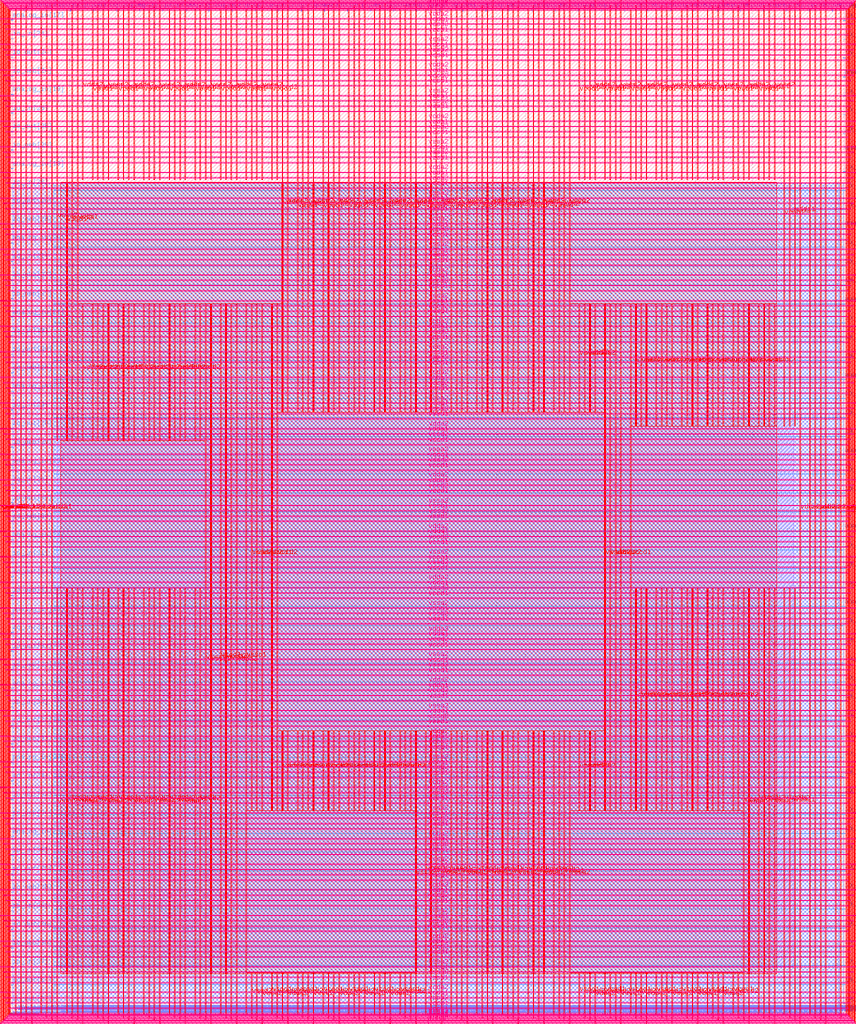
<source format=lef>
VERSION 5.7 ;
  NOWIREEXTENSIONATPIN ON ;
  DIVIDERCHAR "/" ;
  BUSBITCHARS "[]" ;
MACRO user_project_wrapper
  CLASS BLOCK ;
  FOREIGN user_project_wrapper ;
  ORIGIN 0.000 0.000 ;
  SIZE 2920.000 BY 3520.000 ;
  PIN analog_io[0]
    DIRECTION INOUT ;
    USE SIGNAL ;
    PORT
      LAYER met3 ;
        RECT 2917.600 1426.380 2924.800 1427.580 ;
    END
  END analog_io[0]
  PIN analog_io[10]
    DIRECTION INOUT ;
    USE SIGNAL ;
    PORT
      LAYER met2 ;
        RECT 2230.490 3517.600 2231.050 3524.800 ;
    END
  END analog_io[10]
  PIN analog_io[11]
    DIRECTION INOUT ;
    USE SIGNAL ;
    PORT
      LAYER met2 ;
        RECT 1905.730 3517.600 1906.290 3524.800 ;
    END
  END analog_io[11]
  PIN analog_io[12]
    DIRECTION INOUT ;
    USE SIGNAL ;
    PORT
      LAYER met2 ;
        RECT 1581.430 3517.600 1581.990 3524.800 ;
    END
  END analog_io[12]
  PIN analog_io[13]
    DIRECTION INOUT ;
    USE SIGNAL ;
    PORT
      LAYER met2 ;
        RECT 1257.130 3517.600 1257.690 3524.800 ;
    END
  END analog_io[13]
  PIN analog_io[14]
    DIRECTION INOUT ;
    USE SIGNAL ;
    PORT
      LAYER met2 ;
        RECT 932.370 3517.600 932.930 3524.800 ;
    END
  END analog_io[14]
  PIN analog_io[15]
    DIRECTION INOUT ;
    USE SIGNAL ;
    PORT
      LAYER met2 ;
        RECT 608.070 3517.600 608.630 3524.800 ;
    END
  END analog_io[15]
  PIN analog_io[16]
    DIRECTION INOUT ;
    USE SIGNAL ;
    PORT
      LAYER met2 ;
        RECT 283.770 3517.600 284.330 3524.800 ;
    END
  END analog_io[16]
  PIN analog_io[17]
    DIRECTION INOUT ;
    USE SIGNAL ;
    PORT
      LAYER met3 ;
        RECT -4.800 3486.100 2.400 3487.300 ;
    END
  END analog_io[17]
  PIN analog_io[18]
    DIRECTION INOUT ;
    USE SIGNAL ;
    PORT
      LAYER met3 ;
        RECT -4.800 3224.980 2.400 3226.180 ;
    END
  END analog_io[18]
  PIN analog_io[19]
    DIRECTION INOUT ;
    USE SIGNAL ;
    PORT
      LAYER met3 ;
        RECT -4.800 2964.540 2.400 2965.740 ;
    END
  END analog_io[19]
  PIN analog_io[1]
    DIRECTION INOUT ;
    USE SIGNAL ;
    PORT
      LAYER met3 ;
        RECT 2917.600 1692.260 2924.800 1693.460 ;
    END
  END analog_io[1]
  PIN analog_io[20]
    DIRECTION INOUT ;
    USE SIGNAL ;
    PORT
      LAYER met3 ;
        RECT -4.800 2703.420 2.400 2704.620 ;
    END
  END analog_io[20]
  PIN analog_io[21]
    DIRECTION INOUT ;
    USE SIGNAL ;
    PORT
      LAYER met3 ;
        RECT -4.800 2442.980 2.400 2444.180 ;
    END
  END analog_io[21]
  PIN analog_io[22]
    DIRECTION INOUT ;
    USE SIGNAL ;
    PORT
      LAYER met3 ;
        RECT -4.800 2182.540 2.400 2183.740 ;
    END
  END analog_io[22]
  PIN analog_io[23]
    DIRECTION INOUT ;
    USE SIGNAL ;
    PORT
      LAYER met3 ;
        RECT -4.800 1921.420 2.400 1922.620 ;
    END
  END analog_io[23]
  PIN analog_io[24]
    DIRECTION INOUT ;
    USE SIGNAL ;
    PORT
      LAYER met3 ;
        RECT -4.800 1660.980 2.400 1662.180 ;
    END
  END analog_io[24]
  PIN analog_io[25]
    DIRECTION INOUT ;
    USE SIGNAL ;
    PORT
      LAYER met3 ;
        RECT -4.800 1399.860 2.400 1401.060 ;
    END
  END analog_io[25]
  PIN analog_io[26]
    DIRECTION INOUT ;
    USE SIGNAL ;
    PORT
      LAYER met3 ;
        RECT -4.800 1139.420 2.400 1140.620 ;
    END
  END analog_io[26]
  PIN analog_io[27]
    DIRECTION INOUT ;
    USE SIGNAL ;
    PORT
      LAYER met3 ;
        RECT -4.800 878.980 2.400 880.180 ;
    END
  END analog_io[27]
  PIN analog_io[28]
    DIRECTION INOUT ;
    USE SIGNAL ;
    PORT
      LAYER met3 ;
        RECT -4.800 617.860 2.400 619.060 ;
    END
  END analog_io[28]
  PIN analog_io[2]
    DIRECTION INOUT ;
    USE SIGNAL ;
    PORT
      LAYER met3 ;
        RECT 2917.600 1958.140 2924.800 1959.340 ;
    END
  END analog_io[2]
  PIN analog_io[3]
    DIRECTION INOUT ;
    USE SIGNAL ;
    PORT
      LAYER met3 ;
        RECT 2917.600 2223.340 2924.800 2224.540 ;
    END
  END analog_io[3]
  PIN analog_io[4]
    DIRECTION INOUT ;
    USE SIGNAL ;
    PORT
      LAYER met3 ;
        RECT 2917.600 2489.220 2924.800 2490.420 ;
    END
  END analog_io[4]
  PIN analog_io[5]
    DIRECTION INOUT ;
    USE SIGNAL ;
    PORT
      LAYER met3 ;
        RECT 2917.600 2755.100 2924.800 2756.300 ;
    END
  END analog_io[5]
  PIN analog_io[6]
    DIRECTION INOUT ;
    USE SIGNAL ;
    PORT
      LAYER met3 ;
        RECT 2917.600 3020.300 2924.800 3021.500 ;
    END
  END analog_io[6]
  PIN analog_io[7]
    DIRECTION INOUT ;
    USE SIGNAL ;
    PORT
      LAYER met3 ;
        RECT 2917.600 3286.180 2924.800 3287.380 ;
    END
  END analog_io[7]
  PIN analog_io[8]
    DIRECTION INOUT ;
    USE SIGNAL ;
    PORT
      LAYER met2 ;
        RECT 2879.090 3517.600 2879.650 3524.800 ;
    END
  END analog_io[8]
  PIN analog_io[9]
    DIRECTION INOUT ;
    USE SIGNAL ;
    PORT
      LAYER met2 ;
        RECT 2554.790 3517.600 2555.350 3524.800 ;
    END
  END analog_io[9]
  PIN io_in[0]
    DIRECTION INPUT ;
    USE SIGNAL ;
    PORT
      LAYER met3 ;
        RECT 2917.600 32.380 2924.800 33.580 ;
    END
  END io_in[0]
  PIN io_in[10]
    DIRECTION INPUT ;
    USE SIGNAL ;
    PORT
      LAYER met3 ;
        RECT 2917.600 2289.980 2924.800 2291.180 ;
    END
  END io_in[10]
  PIN io_in[11]
    DIRECTION INPUT ;
    USE SIGNAL ;
    PORT
      LAYER met3 ;
        RECT 2917.600 2555.860 2924.800 2557.060 ;
    END
  END io_in[11]
  PIN io_in[12]
    DIRECTION INPUT ;
    USE SIGNAL ;
    PORT
      LAYER met3 ;
        RECT 2917.600 2821.060 2924.800 2822.260 ;
    END
  END io_in[12]
  PIN io_in[13]
    DIRECTION INPUT ;
    USE SIGNAL ;
    PORT
      LAYER met3 ;
        RECT 2917.600 3086.940 2924.800 3088.140 ;
    END
  END io_in[13]
  PIN io_in[14]
    DIRECTION INPUT ;
    USE SIGNAL ;
    PORT
      LAYER met3 ;
        RECT 2917.600 3352.820 2924.800 3354.020 ;
    END
  END io_in[14]
  PIN io_in[15]
    DIRECTION INPUT ;
    USE SIGNAL ;
    PORT
      LAYER met2 ;
        RECT 2798.130 3517.600 2798.690 3524.800 ;
    END
  END io_in[15]
  PIN io_in[16]
    DIRECTION INPUT ;
    USE SIGNAL ;
    PORT
      LAYER met2 ;
        RECT 2473.830 3517.600 2474.390 3524.800 ;
    END
  END io_in[16]
  PIN io_in[17]
    DIRECTION INPUT ;
    USE SIGNAL ;
    PORT
      LAYER met2 ;
        RECT 2149.070 3517.600 2149.630 3524.800 ;
    END
  END io_in[17]
  PIN io_in[18]
    DIRECTION INPUT ;
    USE SIGNAL ;
    PORT
      LAYER met2 ;
        RECT 1824.770 3517.600 1825.330 3524.800 ;
    END
  END io_in[18]
  PIN io_in[19]
    DIRECTION INPUT ;
    USE SIGNAL ;
    PORT
      LAYER met2 ;
        RECT 1500.470 3517.600 1501.030 3524.800 ;
    END
  END io_in[19]
  PIN io_in[1]
    DIRECTION INPUT ;
    USE SIGNAL ;
    PORT
      LAYER met3 ;
        RECT 2917.600 230.940 2924.800 232.140 ;
    END
  END io_in[1]
  PIN io_in[20]
    DIRECTION INPUT ;
    USE SIGNAL ;
    PORT
      LAYER met2 ;
        RECT 1175.710 3517.600 1176.270 3524.800 ;
    END
  END io_in[20]
  PIN io_in[21]
    DIRECTION INPUT ;
    USE SIGNAL ;
    PORT
      LAYER met2 ;
        RECT 851.410 3517.600 851.970 3524.800 ;
    END
  END io_in[21]
  PIN io_in[22]
    DIRECTION INPUT ;
    USE SIGNAL ;
    PORT
      LAYER met2 ;
        RECT 527.110 3517.600 527.670 3524.800 ;
    END
  END io_in[22]
  PIN io_in[23]
    DIRECTION INPUT ;
    USE SIGNAL ;
    PORT
      LAYER met2 ;
        RECT 202.350 3517.600 202.910 3524.800 ;
    END
  END io_in[23]
  PIN io_in[24]
    DIRECTION INPUT ;
    USE SIGNAL ;
    PORT
      LAYER met3 ;
        RECT -4.800 3420.820 2.400 3422.020 ;
    END
  END io_in[24]
  PIN io_in[25]
    DIRECTION INPUT ;
    USE SIGNAL ;
    PORT
      LAYER met3 ;
        RECT -4.800 3159.700 2.400 3160.900 ;
    END
  END io_in[25]
  PIN io_in[26]
    DIRECTION INPUT ;
    USE SIGNAL ;
    PORT
      LAYER met3 ;
        RECT -4.800 2899.260 2.400 2900.460 ;
    END
  END io_in[26]
  PIN io_in[27]
    DIRECTION INPUT ;
    USE SIGNAL ;
    PORT
      LAYER met3 ;
        RECT -4.800 2638.820 2.400 2640.020 ;
    END
  END io_in[27]
  PIN io_in[28]
    DIRECTION INPUT ;
    USE SIGNAL ;
    PORT
      LAYER met3 ;
        RECT -4.800 2377.700 2.400 2378.900 ;
    END
  END io_in[28]
  PIN io_in[29]
    DIRECTION INPUT ;
    USE SIGNAL ;
    PORT
      LAYER met3 ;
        RECT -4.800 2117.260 2.400 2118.460 ;
    END
  END io_in[29]
  PIN io_in[2]
    DIRECTION INPUT ;
    USE SIGNAL ;
    PORT
      LAYER met3 ;
        RECT 2917.600 430.180 2924.800 431.380 ;
    END
  END io_in[2]
  PIN io_in[30]
    DIRECTION INPUT ;
    USE SIGNAL ;
    PORT
      LAYER met3 ;
        RECT -4.800 1856.140 2.400 1857.340 ;
    END
  END io_in[30]
  PIN io_in[31]
    DIRECTION INPUT ;
    USE SIGNAL ;
    PORT
      LAYER met3 ;
        RECT -4.800 1595.700 2.400 1596.900 ;
    END
  END io_in[31]
  PIN io_in[32]
    DIRECTION INPUT ;
    USE SIGNAL ;
    PORT
      LAYER met3 ;
        RECT -4.800 1335.260 2.400 1336.460 ;
    END
  END io_in[32]
  PIN io_in[33]
    DIRECTION INPUT ;
    USE SIGNAL ;
    PORT
      LAYER met3 ;
        RECT -4.800 1074.140 2.400 1075.340 ;
    END
  END io_in[33]
  PIN io_in[34]
    DIRECTION INPUT ;
    USE SIGNAL ;
    PORT
      LAYER met3 ;
        RECT -4.800 813.700 2.400 814.900 ;
    END
  END io_in[34]
  PIN io_in[35]
    DIRECTION INPUT ;
    USE SIGNAL ;
    PORT
      LAYER met3 ;
        RECT -4.800 552.580 2.400 553.780 ;
    END
  END io_in[35]
  PIN io_in[36]
    DIRECTION INPUT ;
    USE SIGNAL ;
    PORT
      LAYER met3 ;
        RECT -4.800 357.420 2.400 358.620 ;
    END
  END io_in[36]
  PIN io_in[37]
    DIRECTION INPUT ;
    USE SIGNAL ;
    PORT
      LAYER met3 ;
        RECT -4.800 161.580 2.400 162.780 ;
    END
  END io_in[37]
  PIN io_in[3]
    DIRECTION INPUT ;
    USE SIGNAL ;
    PORT
      LAYER met3 ;
        RECT 2917.600 629.420 2924.800 630.620 ;
    END
  END io_in[3]
  PIN io_in[4]
    DIRECTION INPUT ;
    USE SIGNAL ;
    PORT
      LAYER met3 ;
        RECT 2917.600 828.660 2924.800 829.860 ;
    END
  END io_in[4]
  PIN io_in[5]
    DIRECTION INPUT ;
    USE SIGNAL ;
    PORT
      LAYER met3 ;
        RECT 2917.600 1027.900 2924.800 1029.100 ;
    END
  END io_in[5]
  PIN io_in[6]
    DIRECTION INPUT ;
    USE SIGNAL ;
    PORT
      LAYER met3 ;
        RECT 2917.600 1227.140 2924.800 1228.340 ;
    END
  END io_in[6]
  PIN io_in[7]
    DIRECTION INPUT ;
    USE SIGNAL ;
    PORT
      LAYER met3 ;
        RECT 2917.600 1493.020 2924.800 1494.220 ;
    END
  END io_in[7]
  PIN io_in[8]
    DIRECTION INPUT ;
    USE SIGNAL ;
    PORT
      LAYER met3 ;
        RECT 2917.600 1758.900 2924.800 1760.100 ;
    END
  END io_in[8]
  PIN io_in[9]
    DIRECTION INPUT ;
    USE SIGNAL ;
    PORT
      LAYER met3 ;
        RECT 2917.600 2024.100 2924.800 2025.300 ;
    END
  END io_in[9]
  PIN io_oeb[0]
    DIRECTION OUTPUT TRISTATE ;
    USE SIGNAL ;
    PORT
      LAYER met3 ;
        RECT 2917.600 164.980 2924.800 166.180 ;
    END
  END io_oeb[0]
  PIN io_oeb[10]
    DIRECTION OUTPUT TRISTATE ;
    USE SIGNAL ;
    PORT
      LAYER met3 ;
        RECT 2917.600 2422.580 2924.800 2423.780 ;
    END
  END io_oeb[10]
  PIN io_oeb[11]
    DIRECTION OUTPUT TRISTATE ;
    USE SIGNAL ;
    PORT
      LAYER met3 ;
        RECT 2917.600 2688.460 2924.800 2689.660 ;
    END
  END io_oeb[11]
  PIN io_oeb[12]
    DIRECTION OUTPUT TRISTATE ;
    USE SIGNAL ;
    PORT
      LAYER met3 ;
        RECT 2917.600 2954.340 2924.800 2955.540 ;
    END
  END io_oeb[12]
  PIN io_oeb[13]
    DIRECTION OUTPUT TRISTATE ;
    USE SIGNAL ;
    PORT
      LAYER met3 ;
        RECT 2917.600 3219.540 2924.800 3220.740 ;
    END
  END io_oeb[13]
  PIN io_oeb[14]
    DIRECTION OUTPUT TRISTATE ;
    USE SIGNAL ;
    PORT
      LAYER met3 ;
        RECT 2917.600 3485.420 2924.800 3486.620 ;
    END
  END io_oeb[14]
  PIN io_oeb[15]
    DIRECTION OUTPUT TRISTATE ;
    USE SIGNAL ;
    PORT
      LAYER met2 ;
        RECT 2635.750 3517.600 2636.310 3524.800 ;
    END
  END io_oeb[15]
  PIN io_oeb[16]
    DIRECTION OUTPUT TRISTATE ;
    USE SIGNAL ;
    PORT
      LAYER met2 ;
        RECT 2311.450 3517.600 2312.010 3524.800 ;
    END
  END io_oeb[16]
  PIN io_oeb[17]
    DIRECTION OUTPUT TRISTATE ;
    USE SIGNAL ;
    PORT
      LAYER met2 ;
        RECT 1987.150 3517.600 1987.710 3524.800 ;
    END
  END io_oeb[17]
  PIN io_oeb[18]
    DIRECTION OUTPUT TRISTATE ;
    USE SIGNAL ;
    PORT
      LAYER met2 ;
        RECT 1662.390 3517.600 1662.950 3524.800 ;
    END
  END io_oeb[18]
  PIN io_oeb[19]
    DIRECTION OUTPUT TRISTATE ;
    USE SIGNAL ;
    PORT
      LAYER met2 ;
        RECT 1338.090 3517.600 1338.650 3524.800 ;
    END
  END io_oeb[19]
  PIN io_oeb[1]
    DIRECTION OUTPUT TRISTATE ;
    USE SIGNAL ;
    PORT
      LAYER met3 ;
        RECT 2917.600 364.220 2924.800 365.420 ;
    END
  END io_oeb[1]
  PIN io_oeb[20]
    DIRECTION OUTPUT TRISTATE ;
    USE SIGNAL ;
    PORT
      LAYER met2 ;
        RECT 1013.790 3517.600 1014.350 3524.800 ;
    END
  END io_oeb[20]
  PIN io_oeb[21]
    DIRECTION OUTPUT TRISTATE ;
    USE SIGNAL ;
    PORT
      LAYER met2 ;
        RECT 689.030 3517.600 689.590 3524.800 ;
    END
  END io_oeb[21]
  PIN io_oeb[22]
    DIRECTION OUTPUT TRISTATE ;
    USE SIGNAL ;
    PORT
      LAYER met2 ;
        RECT 364.730 3517.600 365.290 3524.800 ;
    END
  END io_oeb[22]
  PIN io_oeb[23]
    DIRECTION OUTPUT TRISTATE ;
    USE SIGNAL ;
    PORT
      LAYER met2 ;
        RECT 40.430 3517.600 40.990 3524.800 ;
    END
  END io_oeb[23]
  PIN io_oeb[24]
    DIRECTION OUTPUT TRISTATE ;
    USE SIGNAL ;
    PORT
      LAYER met3 ;
        RECT -4.800 3290.260 2.400 3291.460 ;
    END
  END io_oeb[24]
  PIN io_oeb[25]
    DIRECTION OUTPUT TRISTATE ;
    USE SIGNAL ;
    PORT
      LAYER met3 ;
        RECT -4.800 3029.820 2.400 3031.020 ;
    END
  END io_oeb[25]
  PIN io_oeb[26]
    DIRECTION OUTPUT TRISTATE ;
    USE SIGNAL ;
    PORT
      LAYER met3 ;
        RECT -4.800 2768.700 2.400 2769.900 ;
    END
  END io_oeb[26]
  PIN io_oeb[27]
    DIRECTION OUTPUT TRISTATE ;
    USE SIGNAL ;
    PORT
      LAYER met3 ;
        RECT -4.800 2508.260 2.400 2509.460 ;
    END
  END io_oeb[27]
  PIN io_oeb[28]
    DIRECTION OUTPUT TRISTATE ;
    USE SIGNAL ;
    PORT
      LAYER met3 ;
        RECT -4.800 2247.140 2.400 2248.340 ;
    END
  END io_oeb[28]
  PIN io_oeb[29]
    DIRECTION OUTPUT TRISTATE ;
    USE SIGNAL ;
    PORT
      LAYER met3 ;
        RECT -4.800 1986.700 2.400 1987.900 ;
    END
  END io_oeb[29]
  PIN io_oeb[2]
    DIRECTION OUTPUT TRISTATE ;
    USE SIGNAL ;
    PORT
      LAYER met3 ;
        RECT 2917.600 563.460 2924.800 564.660 ;
    END
  END io_oeb[2]
  PIN io_oeb[30]
    DIRECTION OUTPUT TRISTATE ;
    USE SIGNAL ;
    PORT
      LAYER met3 ;
        RECT -4.800 1726.260 2.400 1727.460 ;
    END
  END io_oeb[30]
  PIN io_oeb[31]
    DIRECTION OUTPUT TRISTATE ;
    USE SIGNAL ;
    PORT
      LAYER met3 ;
        RECT -4.800 1465.140 2.400 1466.340 ;
    END
  END io_oeb[31]
  PIN io_oeb[32]
    DIRECTION OUTPUT TRISTATE ;
    USE SIGNAL ;
    PORT
      LAYER met3 ;
        RECT -4.800 1204.700 2.400 1205.900 ;
    END
  END io_oeb[32]
  PIN io_oeb[33]
    DIRECTION OUTPUT TRISTATE ;
    USE SIGNAL ;
    PORT
      LAYER met3 ;
        RECT -4.800 943.580 2.400 944.780 ;
    END
  END io_oeb[33]
  PIN io_oeb[34]
    DIRECTION OUTPUT TRISTATE ;
    USE SIGNAL ;
    PORT
      LAYER met3 ;
        RECT -4.800 683.140 2.400 684.340 ;
    END
  END io_oeb[34]
  PIN io_oeb[35]
    DIRECTION OUTPUT TRISTATE ;
    USE SIGNAL ;
    PORT
      LAYER met3 ;
        RECT -4.800 422.700 2.400 423.900 ;
    END
  END io_oeb[35]
  PIN io_oeb[36]
    DIRECTION OUTPUT TRISTATE ;
    USE SIGNAL ;
    PORT
      LAYER met3 ;
        RECT -4.800 226.860 2.400 228.060 ;
    END
  END io_oeb[36]
  PIN io_oeb[37]
    DIRECTION OUTPUT TRISTATE ;
    USE SIGNAL ;
    PORT
      LAYER met3 ;
        RECT -4.800 31.700 2.400 32.900 ;
    END
  END io_oeb[37]
  PIN io_oeb[3]
    DIRECTION OUTPUT TRISTATE ;
    USE SIGNAL ;
    PORT
      LAYER met3 ;
        RECT 2917.600 762.700 2924.800 763.900 ;
    END
  END io_oeb[3]
  PIN io_oeb[4]
    DIRECTION OUTPUT TRISTATE ;
    USE SIGNAL ;
    PORT
      LAYER met3 ;
        RECT 2917.600 961.940 2924.800 963.140 ;
    END
  END io_oeb[4]
  PIN io_oeb[5]
    DIRECTION OUTPUT TRISTATE ;
    USE SIGNAL ;
    PORT
      LAYER met3 ;
        RECT 2917.600 1161.180 2924.800 1162.380 ;
    END
  END io_oeb[5]
  PIN io_oeb[6]
    DIRECTION OUTPUT TRISTATE ;
    USE SIGNAL ;
    PORT
      LAYER met3 ;
        RECT 2917.600 1360.420 2924.800 1361.620 ;
    END
  END io_oeb[6]
  PIN io_oeb[7]
    DIRECTION OUTPUT TRISTATE ;
    USE SIGNAL ;
    PORT
      LAYER met3 ;
        RECT 2917.600 1625.620 2924.800 1626.820 ;
    END
  END io_oeb[7]
  PIN io_oeb[8]
    DIRECTION OUTPUT TRISTATE ;
    USE SIGNAL ;
    PORT
      LAYER met3 ;
        RECT 2917.600 1891.500 2924.800 1892.700 ;
    END
  END io_oeb[8]
  PIN io_oeb[9]
    DIRECTION OUTPUT TRISTATE ;
    USE SIGNAL ;
    PORT
      LAYER met3 ;
        RECT 2917.600 2157.380 2924.800 2158.580 ;
    END
  END io_oeb[9]
  PIN io_out[0]
    DIRECTION OUTPUT TRISTATE ;
    USE SIGNAL ;
    PORT
      LAYER met3 ;
        RECT 2917.600 98.340 2924.800 99.540 ;
    END
  END io_out[0]
  PIN io_out[10]
    DIRECTION OUTPUT TRISTATE ;
    USE SIGNAL ;
    PORT
      LAYER met3 ;
        RECT 2917.600 2356.620 2924.800 2357.820 ;
    END
  END io_out[10]
  PIN io_out[11]
    DIRECTION OUTPUT TRISTATE ;
    USE SIGNAL ;
    PORT
      LAYER met3 ;
        RECT 2917.600 2621.820 2924.800 2623.020 ;
    END
  END io_out[11]
  PIN io_out[12]
    DIRECTION OUTPUT TRISTATE ;
    USE SIGNAL ;
    PORT
      LAYER met3 ;
        RECT 2917.600 2887.700 2924.800 2888.900 ;
    END
  END io_out[12]
  PIN io_out[13]
    DIRECTION OUTPUT TRISTATE ;
    USE SIGNAL ;
    PORT
      LAYER met3 ;
        RECT 2917.600 3153.580 2924.800 3154.780 ;
    END
  END io_out[13]
  PIN io_out[14]
    DIRECTION OUTPUT TRISTATE ;
    USE SIGNAL ;
    PORT
      LAYER met3 ;
        RECT 2917.600 3418.780 2924.800 3419.980 ;
    END
  END io_out[14]
  PIN io_out[15]
    DIRECTION OUTPUT TRISTATE ;
    USE SIGNAL ;
    PORT
      LAYER met2 ;
        RECT 2717.170 3517.600 2717.730 3524.800 ;
    END
  END io_out[15]
  PIN io_out[16]
    DIRECTION OUTPUT TRISTATE ;
    USE SIGNAL ;
    PORT
      LAYER met2 ;
        RECT 2392.410 3517.600 2392.970 3524.800 ;
    END
  END io_out[16]
  PIN io_out[17]
    DIRECTION OUTPUT TRISTATE ;
    USE SIGNAL ;
    PORT
      LAYER met2 ;
        RECT 2068.110 3517.600 2068.670 3524.800 ;
    END
  END io_out[17]
  PIN io_out[18]
    DIRECTION OUTPUT TRISTATE ;
    USE SIGNAL ;
    PORT
      LAYER met2 ;
        RECT 1743.810 3517.600 1744.370 3524.800 ;
    END
  END io_out[18]
  PIN io_out[19]
    DIRECTION OUTPUT TRISTATE ;
    USE SIGNAL ;
    PORT
      LAYER met2 ;
        RECT 1419.050 3517.600 1419.610 3524.800 ;
    END
  END io_out[19]
  PIN io_out[1]
    DIRECTION OUTPUT TRISTATE ;
    USE SIGNAL ;
    PORT
      LAYER met3 ;
        RECT 2917.600 297.580 2924.800 298.780 ;
    END
  END io_out[1]
  PIN io_out[20]
    DIRECTION OUTPUT TRISTATE ;
    USE SIGNAL ;
    PORT
      LAYER met2 ;
        RECT 1094.750 3517.600 1095.310 3524.800 ;
    END
  END io_out[20]
  PIN io_out[21]
    DIRECTION OUTPUT TRISTATE ;
    USE SIGNAL ;
    PORT
      LAYER met2 ;
        RECT 770.450 3517.600 771.010 3524.800 ;
    END
  END io_out[21]
  PIN io_out[22]
    DIRECTION OUTPUT TRISTATE ;
    USE SIGNAL ;
    PORT
      LAYER met2 ;
        RECT 445.690 3517.600 446.250 3524.800 ;
    END
  END io_out[22]
  PIN io_out[23]
    DIRECTION OUTPUT TRISTATE ;
    USE SIGNAL ;
    PORT
      LAYER met2 ;
        RECT 121.390 3517.600 121.950 3524.800 ;
    END
  END io_out[23]
  PIN io_out[24]
    DIRECTION OUTPUT TRISTATE ;
    USE SIGNAL ;
    PORT
      LAYER met3 ;
        RECT -4.800 3355.540 2.400 3356.740 ;
    END
  END io_out[24]
  PIN io_out[25]
    DIRECTION OUTPUT TRISTATE ;
    USE SIGNAL ;
    PORT
      LAYER met3 ;
        RECT -4.800 3095.100 2.400 3096.300 ;
    END
  END io_out[25]
  PIN io_out[26]
    DIRECTION OUTPUT TRISTATE ;
    USE SIGNAL ;
    PORT
      LAYER met3 ;
        RECT -4.800 2833.980 2.400 2835.180 ;
    END
  END io_out[26]
  PIN io_out[27]
    DIRECTION OUTPUT TRISTATE ;
    USE SIGNAL ;
    PORT
      LAYER met3 ;
        RECT -4.800 2573.540 2.400 2574.740 ;
    END
  END io_out[27]
  PIN io_out[28]
    DIRECTION OUTPUT TRISTATE ;
    USE SIGNAL ;
    PORT
      LAYER met3 ;
        RECT -4.800 2312.420 2.400 2313.620 ;
    END
  END io_out[28]
  PIN io_out[29]
    DIRECTION OUTPUT TRISTATE ;
    USE SIGNAL ;
    PORT
      LAYER met3 ;
        RECT -4.800 2051.980 2.400 2053.180 ;
    END
  END io_out[29]
  PIN io_out[2]
    DIRECTION OUTPUT TRISTATE ;
    USE SIGNAL ;
    PORT
      LAYER met3 ;
        RECT 2917.600 496.820 2924.800 498.020 ;
    END
  END io_out[2]
  PIN io_out[30]
    DIRECTION OUTPUT TRISTATE ;
    USE SIGNAL ;
    PORT
      LAYER met3 ;
        RECT -4.800 1791.540 2.400 1792.740 ;
    END
  END io_out[30]
  PIN io_out[31]
    DIRECTION OUTPUT TRISTATE ;
    USE SIGNAL ;
    PORT
      LAYER met3 ;
        RECT -4.800 1530.420 2.400 1531.620 ;
    END
  END io_out[31]
  PIN io_out[32]
    DIRECTION OUTPUT TRISTATE ;
    USE SIGNAL ;
    PORT
      LAYER met3 ;
        RECT -4.800 1269.980 2.400 1271.180 ;
    END
  END io_out[32]
  PIN io_out[33]
    DIRECTION OUTPUT TRISTATE ;
    USE SIGNAL ;
    PORT
      LAYER met3 ;
        RECT -4.800 1008.860 2.400 1010.060 ;
    END
  END io_out[33]
  PIN io_out[34]
    DIRECTION OUTPUT TRISTATE ;
    USE SIGNAL ;
    PORT
      LAYER met3 ;
        RECT -4.800 748.420 2.400 749.620 ;
    END
  END io_out[34]
  PIN io_out[35]
    DIRECTION OUTPUT TRISTATE ;
    USE SIGNAL ;
    PORT
      LAYER met3 ;
        RECT -4.800 487.300 2.400 488.500 ;
    END
  END io_out[35]
  PIN io_out[36]
    DIRECTION OUTPUT TRISTATE ;
    USE SIGNAL ;
    PORT
      LAYER met3 ;
        RECT -4.800 292.140 2.400 293.340 ;
    END
  END io_out[36]
  PIN io_out[37]
    DIRECTION OUTPUT TRISTATE ;
    USE SIGNAL ;
    PORT
      LAYER met3 ;
        RECT -4.800 96.300 2.400 97.500 ;
    END
  END io_out[37]
  PIN io_out[3]
    DIRECTION OUTPUT TRISTATE ;
    USE SIGNAL ;
    PORT
      LAYER met3 ;
        RECT 2917.600 696.060 2924.800 697.260 ;
    END
  END io_out[3]
  PIN io_out[4]
    DIRECTION OUTPUT TRISTATE ;
    USE SIGNAL ;
    PORT
      LAYER met3 ;
        RECT 2917.600 895.300 2924.800 896.500 ;
    END
  END io_out[4]
  PIN io_out[5]
    DIRECTION OUTPUT TRISTATE ;
    USE SIGNAL ;
    PORT
      LAYER met3 ;
        RECT 2917.600 1094.540 2924.800 1095.740 ;
    END
  END io_out[5]
  PIN io_out[6]
    DIRECTION OUTPUT TRISTATE ;
    USE SIGNAL ;
    PORT
      LAYER met3 ;
        RECT 2917.600 1293.780 2924.800 1294.980 ;
    END
  END io_out[6]
  PIN io_out[7]
    DIRECTION OUTPUT TRISTATE ;
    USE SIGNAL ;
    PORT
      LAYER met3 ;
        RECT 2917.600 1559.660 2924.800 1560.860 ;
    END
  END io_out[7]
  PIN io_out[8]
    DIRECTION OUTPUT TRISTATE ;
    USE SIGNAL ;
    PORT
      LAYER met3 ;
        RECT 2917.600 1824.860 2924.800 1826.060 ;
    END
  END io_out[8]
  PIN io_out[9]
    DIRECTION OUTPUT TRISTATE ;
    USE SIGNAL ;
    PORT
      LAYER met3 ;
        RECT 2917.600 2090.740 2924.800 2091.940 ;
    END
  END io_out[9]
  PIN la_data_in[0]
    DIRECTION INPUT ;
    USE SIGNAL ;
    PORT
      LAYER met2 ;
        RECT 629.230 -4.800 629.790 2.400 ;
    END
  END la_data_in[0]
  PIN la_data_in[100]
    DIRECTION INPUT ;
    USE SIGNAL ;
    PORT
      LAYER met2 ;
        RECT 2402.530 -4.800 2403.090 2.400 ;
    END
  END la_data_in[100]
  PIN la_data_in[101]
    DIRECTION INPUT ;
    USE SIGNAL ;
    PORT
      LAYER met2 ;
        RECT 2420.010 -4.800 2420.570 2.400 ;
    END
  END la_data_in[101]
  PIN la_data_in[102]
    DIRECTION INPUT ;
    USE SIGNAL ;
    PORT
      LAYER met2 ;
        RECT 2437.950 -4.800 2438.510 2.400 ;
    END
  END la_data_in[102]
  PIN la_data_in[103]
    DIRECTION INPUT ;
    USE SIGNAL ;
    PORT
      LAYER met2 ;
        RECT 2455.430 -4.800 2455.990 2.400 ;
    END
  END la_data_in[103]
  PIN la_data_in[104]
    DIRECTION INPUT ;
    USE SIGNAL ;
    PORT
      LAYER met2 ;
        RECT 2473.370 -4.800 2473.930 2.400 ;
    END
  END la_data_in[104]
  PIN la_data_in[105]
    DIRECTION INPUT ;
    USE SIGNAL ;
    PORT
      LAYER met2 ;
        RECT 2490.850 -4.800 2491.410 2.400 ;
    END
  END la_data_in[105]
  PIN la_data_in[106]
    DIRECTION INPUT ;
    USE SIGNAL ;
    PORT
      LAYER met2 ;
        RECT 2508.790 -4.800 2509.350 2.400 ;
    END
  END la_data_in[106]
  PIN la_data_in[107]
    DIRECTION INPUT ;
    USE SIGNAL ;
    PORT
      LAYER met2 ;
        RECT 2526.730 -4.800 2527.290 2.400 ;
    END
  END la_data_in[107]
  PIN la_data_in[108]
    DIRECTION INPUT ;
    USE SIGNAL ;
    PORT
      LAYER met2 ;
        RECT 2544.210 -4.800 2544.770 2.400 ;
    END
  END la_data_in[108]
  PIN la_data_in[109]
    DIRECTION INPUT ;
    USE SIGNAL ;
    PORT
      LAYER met2 ;
        RECT 2562.150 -4.800 2562.710 2.400 ;
    END
  END la_data_in[109]
  PIN la_data_in[10]
    DIRECTION INPUT ;
    USE SIGNAL ;
    PORT
      LAYER met2 ;
        RECT 806.330 -4.800 806.890 2.400 ;
    END
  END la_data_in[10]
  PIN la_data_in[110]
    DIRECTION INPUT ;
    USE SIGNAL ;
    PORT
      LAYER met2 ;
        RECT 2579.630 -4.800 2580.190 2.400 ;
    END
  END la_data_in[110]
  PIN la_data_in[111]
    DIRECTION INPUT ;
    USE SIGNAL ;
    PORT
      LAYER met2 ;
        RECT 2597.570 -4.800 2598.130 2.400 ;
    END
  END la_data_in[111]
  PIN la_data_in[112]
    DIRECTION INPUT ;
    USE SIGNAL ;
    PORT
      LAYER met2 ;
        RECT 2615.050 -4.800 2615.610 2.400 ;
    END
  END la_data_in[112]
  PIN la_data_in[113]
    DIRECTION INPUT ;
    USE SIGNAL ;
    PORT
      LAYER met2 ;
        RECT 2632.990 -4.800 2633.550 2.400 ;
    END
  END la_data_in[113]
  PIN la_data_in[114]
    DIRECTION INPUT ;
    USE SIGNAL ;
    PORT
      LAYER met2 ;
        RECT 2650.470 -4.800 2651.030 2.400 ;
    END
  END la_data_in[114]
  PIN la_data_in[115]
    DIRECTION INPUT ;
    USE SIGNAL ;
    PORT
      LAYER met2 ;
        RECT 2668.410 -4.800 2668.970 2.400 ;
    END
  END la_data_in[115]
  PIN la_data_in[116]
    DIRECTION INPUT ;
    USE SIGNAL ;
    PORT
      LAYER met2 ;
        RECT 2685.890 -4.800 2686.450 2.400 ;
    END
  END la_data_in[116]
  PIN la_data_in[117]
    DIRECTION INPUT ;
    USE SIGNAL ;
    PORT
      LAYER met2 ;
        RECT 2703.830 -4.800 2704.390 2.400 ;
    END
  END la_data_in[117]
  PIN la_data_in[118]
    DIRECTION INPUT ;
    USE SIGNAL ;
    PORT
      LAYER met2 ;
        RECT 2721.770 -4.800 2722.330 2.400 ;
    END
  END la_data_in[118]
  PIN la_data_in[119]
    DIRECTION INPUT ;
    USE SIGNAL ;
    PORT
      LAYER met2 ;
        RECT 2739.250 -4.800 2739.810 2.400 ;
    END
  END la_data_in[119]
  PIN la_data_in[11]
    DIRECTION INPUT ;
    USE SIGNAL ;
    PORT
      LAYER met2 ;
        RECT 824.270 -4.800 824.830 2.400 ;
    END
  END la_data_in[11]
  PIN la_data_in[120]
    DIRECTION INPUT ;
    USE SIGNAL ;
    PORT
      LAYER met2 ;
        RECT 2757.190 -4.800 2757.750 2.400 ;
    END
  END la_data_in[120]
  PIN la_data_in[121]
    DIRECTION INPUT ;
    USE SIGNAL ;
    PORT
      LAYER met2 ;
        RECT 2774.670 -4.800 2775.230 2.400 ;
    END
  END la_data_in[121]
  PIN la_data_in[122]
    DIRECTION INPUT ;
    USE SIGNAL ;
    PORT
      LAYER met2 ;
        RECT 2792.610 -4.800 2793.170 2.400 ;
    END
  END la_data_in[122]
  PIN la_data_in[123]
    DIRECTION INPUT ;
    USE SIGNAL ;
    PORT
      LAYER met2 ;
        RECT 2810.090 -4.800 2810.650 2.400 ;
    END
  END la_data_in[123]
  PIN la_data_in[124]
    DIRECTION INPUT ;
    USE SIGNAL ;
    PORT
      LAYER met2 ;
        RECT 2828.030 -4.800 2828.590 2.400 ;
    END
  END la_data_in[124]
  PIN la_data_in[125]
    DIRECTION INPUT ;
    USE SIGNAL ;
    PORT
      LAYER met2 ;
        RECT 2845.510 -4.800 2846.070 2.400 ;
    END
  END la_data_in[125]
  PIN la_data_in[126]
    DIRECTION INPUT ;
    USE SIGNAL ;
    PORT
      LAYER met2 ;
        RECT 2863.450 -4.800 2864.010 2.400 ;
    END
  END la_data_in[126]
  PIN la_data_in[127]
    DIRECTION INPUT ;
    USE SIGNAL ;
    PORT
      LAYER met2 ;
        RECT 2881.390 -4.800 2881.950 2.400 ;
    END
  END la_data_in[127]
  PIN la_data_in[12]
    DIRECTION INPUT ;
    USE SIGNAL ;
    PORT
      LAYER met2 ;
        RECT 841.750 -4.800 842.310 2.400 ;
    END
  END la_data_in[12]
  PIN la_data_in[13]
    DIRECTION INPUT ;
    USE SIGNAL ;
    PORT
      LAYER met2 ;
        RECT 859.690 -4.800 860.250 2.400 ;
    END
  END la_data_in[13]
  PIN la_data_in[14]
    DIRECTION INPUT ;
    USE SIGNAL ;
    PORT
      LAYER met2 ;
        RECT 877.170 -4.800 877.730 2.400 ;
    END
  END la_data_in[14]
  PIN la_data_in[15]
    DIRECTION INPUT ;
    USE SIGNAL ;
    PORT
      LAYER met2 ;
        RECT 895.110 -4.800 895.670 2.400 ;
    END
  END la_data_in[15]
  PIN la_data_in[16]
    DIRECTION INPUT ;
    USE SIGNAL ;
    PORT
      LAYER met2 ;
        RECT 912.590 -4.800 913.150 2.400 ;
    END
  END la_data_in[16]
  PIN la_data_in[17]
    DIRECTION INPUT ;
    USE SIGNAL ;
    PORT
      LAYER met2 ;
        RECT 930.530 -4.800 931.090 2.400 ;
    END
  END la_data_in[17]
  PIN la_data_in[18]
    DIRECTION INPUT ;
    USE SIGNAL ;
    PORT
      LAYER met2 ;
        RECT 948.470 -4.800 949.030 2.400 ;
    END
  END la_data_in[18]
  PIN la_data_in[19]
    DIRECTION INPUT ;
    USE SIGNAL ;
    PORT
      LAYER met2 ;
        RECT 965.950 -4.800 966.510 2.400 ;
    END
  END la_data_in[19]
  PIN la_data_in[1]
    DIRECTION INPUT ;
    USE SIGNAL ;
    PORT
      LAYER met2 ;
        RECT 646.710 -4.800 647.270 2.400 ;
    END
  END la_data_in[1]
  PIN la_data_in[20]
    DIRECTION INPUT ;
    USE SIGNAL ;
    PORT
      LAYER met2 ;
        RECT 983.890 -4.800 984.450 2.400 ;
    END
  END la_data_in[20]
  PIN la_data_in[21]
    DIRECTION INPUT ;
    USE SIGNAL ;
    PORT
      LAYER met2 ;
        RECT 1001.370 -4.800 1001.930 2.400 ;
    END
  END la_data_in[21]
  PIN la_data_in[22]
    DIRECTION INPUT ;
    USE SIGNAL ;
    PORT
      LAYER met2 ;
        RECT 1019.310 -4.800 1019.870 2.400 ;
    END
  END la_data_in[22]
  PIN la_data_in[23]
    DIRECTION INPUT ;
    USE SIGNAL ;
    PORT
      LAYER met2 ;
        RECT 1036.790 -4.800 1037.350 2.400 ;
    END
  END la_data_in[23]
  PIN la_data_in[24]
    DIRECTION INPUT ;
    USE SIGNAL ;
    PORT
      LAYER met2 ;
        RECT 1054.730 -4.800 1055.290 2.400 ;
    END
  END la_data_in[24]
  PIN la_data_in[25]
    DIRECTION INPUT ;
    USE SIGNAL ;
    PORT
      LAYER met2 ;
        RECT 1072.210 -4.800 1072.770 2.400 ;
    END
  END la_data_in[25]
  PIN la_data_in[26]
    DIRECTION INPUT ;
    USE SIGNAL ;
    PORT
      LAYER met2 ;
        RECT 1090.150 -4.800 1090.710 2.400 ;
    END
  END la_data_in[26]
  PIN la_data_in[27]
    DIRECTION INPUT ;
    USE SIGNAL ;
    PORT
      LAYER met2 ;
        RECT 1107.630 -4.800 1108.190 2.400 ;
    END
  END la_data_in[27]
  PIN la_data_in[28]
    DIRECTION INPUT ;
    USE SIGNAL ;
    PORT
      LAYER met2 ;
        RECT 1125.570 -4.800 1126.130 2.400 ;
    END
  END la_data_in[28]
  PIN la_data_in[29]
    DIRECTION INPUT ;
    USE SIGNAL ;
    PORT
      LAYER met2 ;
        RECT 1143.510 -4.800 1144.070 2.400 ;
    END
  END la_data_in[29]
  PIN la_data_in[2]
    DIRECTION INPUT ;
    USE SIGNAL ;
    PORT
      LAYER met2 ;
        RECT 664.650 -4.800 665.210 2.400 ;
    END
  END la_data_in[2]
  PIN la_data_in[30]
    DIRECTION INPUT ;
    USE SIGNAL ;
    PORT
      LAYER met2 ;
        RECT 1160.990 -4.800 1161.550 2.400 ;
    END
  END la_data_in[30]
  PIN la_data_in[31]
    DIRECTION INPUT ;
    USE SIGNAL ;
    PORT
      LAYER met2 ;
        RECT 1178.930 -4.800 1179.490 2.400 ;
    END
  END la_data_in[31]
  PIN la_data_in[32]
    DIRECTION INPUT ;
    USE SIGNAL ;
    PORT
      LAYER met2 ;
        RECT 1196.410 -4.800 1196.970 2.400 ;
    END
  END la_data_in[32]
  PIN la_data_in[33]
    DIRECTION INPUT ;
    USE SIGNAL ;
    PORT
      LAYER met2 ;
        RECT 1214.350 -4.800 1214.910 2.400 ;
    END
  END la_data_in[33]
  PIN la_data_in[34]
    DIRECTION INPUT ;
    USE SIGNAL ;
    PORT
      LAYER met2 ;
        RECT 1231.830 -4.800 1232.390 2.400 ;
    END
  END la_data_in[34]
  PIN la_data_in[35]
    DIRECTION INPUT ;
    USE SIGNAL ;
    PORT
      LAYER met2 ;
        RECT 1249.770 -4.800 1250.330 2.400 ;
    END
  END la_data_in[35]
  PIN la_data_in[36]
    DIRECTION INPUT ;
    USE SIGNAL ;
    PORT
      LAYER met2 ;
        RECT 1267.250 -4.800 1267.810 2.400 ;
    END
  END la_data_in[36]
  PIN la_data_in[37]
    DIRECTION INPUT ;
    USE SIGNAL ;
    PORT
      LAYER met2 ;
        RECT 1285.190 -4.800 1285.750 2.400 ;
    END
  END la_data_in[37]
  PIN la_data_in[38]
    DIRECTION INPUT ;
    USE SIGNAL ;
    PORT
      LAYER met2 ;
        RECT 1303.130 -4.800 1303.690 2.400 ;
    END
  END la_data_in[38]
  PIN la_data_in[39]
    DIRECTION INPUT ;
    USE SIGNAL ;
    PORT
      LAYER met2 ;
        RECT 1320.610 -4.800 1321.170 2.400 ;
    END
  END la_data_in[39]
  PIN la_data_in[3]
    DIRECTION INPUT ;
    USE SIGNAL ;
    PORT
      LAYER met2 ;
        RECT 682.130 -4.800 682.690 2.400 ;
    END
  END la_data_in[3]
  PIN la_data_in[40]
    DIRECTION INPUT ;
    USE SIGNAL ;
    PORT
      LAYER met2 ;
        RECT 1338.550 -4.800 1339.110 2.400 ;
    END
  END la_data_in[40]
  PIN la_data_in[41]
    DIRECTION INPUT ;
    USE SIGNAL ;
    PORT
      LAYER met2 ;
        RECT 1356.030 -4.800 1356.590 2.400 ;
    END
  END la_data_in[41]
  PIN la_data_in[42]
    DIRECTION INPUT ;
    USE SIGNAL ;
    PORT
      LAYER met2 ;
        RECT 1373.970 -4.800 1374.530 2.400 ;
    END
  END la_data_in[42]
  PIN la_data_in[43]
    DIRECTION INPUT ;
    USE SIGNAL ;
    PORT
      LAYER met2 ;
        RECT 1391.450 -4.800 1392.010 2.400 ;
    END
  END la_data_in[43]
  PIN la_data_in[44]
    DIRECTION INPUT ;
    USE SIGNAL ;
    PORT
      LAYER met2 ;
        RECT 1409.390 -4.800 1409.950 2.400 ;
    END
  END la_data_in[44]
  PIN la_data_in[45]
    DIRECTION INPUT ;
    USE SIGNAL ;
    PORT
      LAYER met2 ;
        RECT 1426.870 -4.800 1427.430 2.400 ;
    END
  END la_data_in[45]
  PIN la_data_in[46]
    DIRECTION INPUT ;
    USE SIGNAL ;
    PORT
      LAYER met2 ;
        RECT 1444.810 -4.800 1445.370 2.400 ;
    END
  END la_data_in[46]
  PIN la_data_in[47]
    DIRECTION INPUT ;
    USE SIGNAL ;
    PORT
      LAYER met2 ;
        RECT 1462.750 -4.800 1463.310 2.400 ;
    END
  END la_data_in[47]
  PIN la_data_in[48]
    DIRECTION INPUT ;
    USE SIGNAL ;
    PORT
      LAYER met2 ;
        RECT 1480.230 -4.800 1480.790 2.400 ;
    END
  END la_data_in[48]
  PIN la_data_in[49]
    DIRECTION INPUT ;
    USE SIGNAL ;
    PORT
      LAYER met2 ;
        RECT 1498.170 -4.800 1498.730 2.400 ;
    END
  END la_data_in[49]
  PIN la_data_in[4]
    DIRECTION INPUT ;
    USE SIGNAL ;
    PORT
      LAYER met2 ;
        RECT 700.070 -4.800 700.630 2.400 ;
    END
  END la_data_in[4]
  PIN la_data_in[50]
    DIRECTION INPUT ;
    USE SIGNAL ;
    PORT
      LAYER met2 ;
        RECT 1515.650 -4.800 1516.210 2.400 ;
    END
  END la_data_in[50]
  PIN la_data_in[51]
    DIRECTION INPUT ;
    USE SIGNAL ;
    PORT
      LAYER met2 ;
        RECT 1533.590 -4.800 1534.150 2.400 ;
    END
  END la_data_in[51]
  PIN la_data_in[52]
    DIRECTION INPUT ;
    USE SIGNAL ;
    PORT
      LAYER met2 ;
        RECT 1551.070 -4.800 1551.630 2.400 ;
    END
  END la_data_in[52]
  PIN la_data_in[53]
    DIRECTION INPUT ;
    USE SIGNAL ;
    PORT
      LAYER met2 ;
        RECT 1569.010 -4.800 1569.570 2.400 ;
    END
  END la_data_in[53]
  PIN la_data_in[54]
    DIRECTION INPUT ;
    USE SIGNAL ;
    PORT
      LAYER met2 ;
        RECT 1586.490 -4.800 1587.050 2.400 ;
    END
  END la_data_in[54]
  PIN la_data_in[55]
    DIRECTION INPUT ;
    USE SIGNAL ;
    PORT
      LAYER met2 ;
        RECT 1604.430 -4.800 1604.990 2.400 ;
    END
  END la_data_in[55]
  PIN la_data_in[56]
    DIRECTION INPUT ;
    USE SIGNAL ;
    PORT
      LAYER met2 ;
        RECT 1621.910 -4.800 1622.470 2.400 ;
    END
  END la_data_in[56]
  PIN la_data_in[57]
    DIRECTION INPUT ;
    USE SIGNAL ;
    PORT
      LAYER met2 ;
        RECT 1639.850 -4.800 1640.410 2.400 ;
    END
  END la_data_in[57]
  PIN la_data_in[58]
    DIRECTION INPUT ;
    USE SIGNAL ;
    PORT
      LAYER met2 ;
        RECT 1657.790 -4.800 1658.350 2.400 ;
    END
  END la_data_in[58]
  PIN la_data_in[59]
    DIRECTION INPUT ;
    USE SIGNAL ;
    PORT
      LAYER met2 ;
        RECT 1675.270 -4.800 1675.830 2.400 ;
    END
  END la_data_in[59]
  PIN la_data_in[5]
    DIRECTION INPUT ;
    USE SIGNAL ;
    PORT
      LAYER met2 ;
        RECT 717.550 -4.800 718.110 2.400 ;
    END
  END la_data_in[5]
  PIN la_data_in[60]
    DIRECTION INPUT ;
    USE SIGNAL ;
    PORT
      LAYER met2 ;
        RECT 1693.210 -4.800 1693.770 2.400 ;
    END
  END la_data_in[60]
  PIN la_data_in[61]
    DIRECTION INPUT ;
    USE SIGNAL ;
    PORT
      LAYER met2 ;
        RECT 1710.690 -4.800 1711.250 2.400 ;
    END
  END la_data_in[61]
  PIN la_data_in[62]
    DIRECTION INPUT ;
    USE SIGNAL ;
    PORT
      LAYER met2 ;
        RECT 1728.630 -4.800 1729.190 2.400 ;
    END
  END la_data_in[62]
  PIN la_data_in[63]
    DIRECTION INPUT ;
    USE SIGNAL ;
    PORT
      LAYER met2 ;
        RECT 1746.110 -4.800 1746.670 2.400 ;
    END
  END la_data_in[63]
  PIN la_data_in[64]
    DIRECTION INPUT ;
    USE SIGNAL ;
    PORT
      LAYER met2 ;
        RECT 1764.050 -4.800 1764.610 2.400 ;
    END
  END la_data_in[64]
  PIN la_data_in[65]
    DIRECTION INPUT ;
    USE SIGNAL ;
    PORT
      LAYER met2 ;
        RECT 1781.530 -4.800 1782.090 2.400 ;
    END
  END la_data_in[65]
  PIN la_data_in[66]
    DIRECTION INPUT ;
    USE SIGNAL ;
    PORT
      LAYER met2 ;
        RECT 1799.470 -4.800 1800.030 2.400 ;
    END
  END la_data_in[66]
  PIN la_data_in[67]
    DIRECTION INPUT ;
    USE SIGNAL ;
    PORT
      LAYER met2 ;
        RECT 1817.410 -4.800 1817.970 2.400 ;
    END
  END la_data_in[67]
  PIN la_data_in[68]
    DIRECTION INPUT ;
    USE SIGNAL ;
    PORT
      LAYER met2 ;
        RECT 1834.890 -4.800 1835.450 2.400 ;
    END
  END la_data_in[68]
  PIN la_data_in[69]
    DIRECTION INPUT ;
    USE SIGNAL ;
    PORT
      LAYER met2 ;
        RECT 1852.830 -4.800 1853.390 2.400 ;
    END
  END la_data_in[69]
  PIN la_data_in[6]
    DIRECTION INPUT ;
    USE SIGNAL ;
    PORT
      LAYER met2 ;
        RECT 735.490 -4.800 736.050 2.400 ;
    END
  END la_data_in[6]
  PIN la_data_in[70]
    DIRECTION INPUT ;
    USE SIGNAL ;
    PORT
      LAYER met2 ;
        RECT 1870.310 -4.800 1870.870 2.400 ;
    END
  END la_data_in[70]
  PIN la_data_in[71]
    DIRECTION INPUT ;
    USE SIGNAL ;
    PORT
      LAYER met2 ;
        RECT 1888.250 -4.800 1888.810 2.400 ;
    END
  END la_data_in[71]
  PIN la_data_in[72]
    DIRECTION INPUT ;
    USE SIGNAL ;
    PORT
      LAYER met2 ;
        RECT 1905.730 -4.800 1906.290 2.400 ;
    END
  END la_data_in[72]
  PIN la_data_in[73]
    DIRECTION INPUT ;
    USE SIGNAL ;
    PORT
      LAYER met2 ;
        RECT 1923.670 -4.800 1924.230 2.400 ;
    END
  END la_data_in[73]
  PIN la_data_in[74]
    DIRECTION INPUT ;
    USE SIGNAL ;
    PORT
      LAYER met2 ;
        RECT 1941.150 -4.800 1941.710 2.400 ;
    END
  END la_data_in[74]
  PIN la_data_in[75]
    DIRECTION INPUT ;
    USE SIGNAL ;
    PORT
      LAYER met2 ;
        RECT 1959.090 -4.800 1959.650 2.400 ;
    END
  END la_data_in[75]
  PIN la_data_in[76]
    DIRECTION INPUT ;
    USE SIGNAL ;
    PORT
      LAYER met2 ;
        RECT 1976.570 -4.800 1977.130 2.400 ;
    END
  END la_data_in[76]
  PIN la_data_in[77]
    DIRECTION INPUT ;
    USE SIGNAL ;
    PORT
      LAYER met2 ;
        RECT 1994.510 -4.800 1995.070 2.400 ;
    END
  END la_data_in[77]
  PIN la_data_in[78]
    DIRECTION INPUT ;
    USE SIGNAL ;
    PORT
      LAYER met2 ;
        RECT 2012.450 -4.800 2013.010 2.400 ;
    END
  END la_data_in[78]
  PIN la_data_in[79]
    DIRECTION INPUT ;
    USE SIGNAL ;
    PORT
      LAYER met2 ;
        RECT 2029.930 -4.800 2030.490 2.400 ;
    END
  END la_data_in[79]
  PIN la_data_in[7]
    DIRECTION INPUT ;
    USE SIGNAL ;
    PORT
      LAYER met2 ;
        RECT 752.970 -4.800 753.530 2.400 ;
    END
  END la_data_in[7]
  PIN la_data_in[80]
    DIRECTION INPUT ;
    USE SIGNAL ;
    PORT
      LAYER met2 ;
        RECT 2047.870 -4.800 2048.430 2.400 ;
    END
  END la_data_in[80]
  PIN la_data_in[81]
    DIRECTION INPUT ;
    USE SIGNAL ;
    PORT
      LAYER met2 ;
        RECT 2065.350 -4.800 2065.910 2.400 ;
    END
  END la_data_in[81]
  PIN la_data_in[82]
    DIRECTION INPUT ;
    USE SIGNAL ;
    PORT
      LAYER met2 ;
        RECT 2083.290 -4.800 2083.850 2.400 ;
    END
  END la_data_in[82]
  PIN la_data_in[83]
    DIRECTION INPUT ;
    USE SIGNAL ;
    PORT
      LAYER met2 ;
        RECT 2100.770 -4.800 2101.330 2.400 ;
    END
  END la_data_in[83]
  PIN la_data_in[84]
    DIRECTION INPUT ;
    USE SIGNAL ;
    PORT
      LAYER met2 ;
        RECT 2118.710 -4.800 2119.270 2.400 ;
    END
  END la_data_in[84]
  PIN la_data_in[85]
    DIRECTION INPUT ;
    USE SIGNAL ;
    PORT
      LAYER met2 ;
        RECT 2136.190 -4.800 2136.750 2.400 ;
    END
  END la_data_in[85]
  PIN la_data_in[86]
    DIRECTION INPUT ;
    USE SIGNAL ;
    PORT
      LAYER met2 ;
        RECT 2154.130 -4.800 2154.690 2.400 ;
    END
  END la_data_in[86]
  PIN la_data_in[87]
    DIRECTION INPUT ;
    USE SIGNAL ;
    PORT
      LAYER met2 ;
        RECT 2172.070 -4.800 2172.630 2.400 ;
    END
  END la_data_in[87]
  PIN la_data_in[88]
    DIRECTION INPUT ;
    USE SIGNAL ;
    PORT
      LAYER met2 ;
        RECT 2189.550 -4.800 2190.110 2.400 ;
    END
  END la_data_in[88]
  PIN la_data_in[89]
    DIRECTION INPUT ;
    USE SIGNAL ;
    PORT
      LAYER met2 ;
        RECT 2207.490 -4.800 2208.050 2.400 ;
    END
  END la_data_in[89]
  PIN la_data_in[8]
    DIRECTION INPUT ;
    USE SIGNAL ;
    PORT
      LAYER met2 ;
        RECT 770.910 -4.800 771.470 2.400 ;
    END
  END la_data_in[8]
  PIN la_data_in[90]
    DIRECTION INPUT ;
    USE SIGNAL ;
    PORT
      LAYER met2 ;
        RECT 2224.970 -4.800 2225.530 2.400 ;
    END
  END la_data_in[90]
  PIN la_data_in[91]
    DIRECTION INPUT ;
    USE SIGNAL ;
    PORT
      LAYER met2 ;
        RECT 2242.910 -4.800 2243.470 2.400 ;
    END
  END la_data_in[91]
  PIN la_data_in[92]
    DIRECTION INPUT ;
    USE SIGNAL ;
    PORT
      LAYER met2 ;
        RECT 2260.390 -4.800 2260.950 2.400 ;
    END
  END la_data_in[92]
  PIN la_data_in[93]
    DIRECTION INPUT ;
    USE SIGNAL ;
    PORT
      LAYER met2 ;
        RECT 2278.330 -4.800 2278.890 2.400 ;
    END
  END la_data_in[93]
  PIN la_data_in[94]
    DIRECTION INPUT ;
    USE SIGNAL ;
    PORT
      LAYER met2 ;
        RECT 2295.810 -4.800 2296.370 2.400 ;
    END
  END la_data_in[94]
  PIN la_data_in[95]
    DIRECTION INPUT ;
    USE SIGNAL ;
    PORT
      LAYER met2 ;
        RECT 2313.750 -4.800 2314.310 2.400 ;
    END
  END la_data_in[95]
  PIN la_data_in[96]
    DIRECTION INPUT ;
    USE SIGNAL ;
    PORT
      LAYER met2 ;
        RECT 2331.230 -4.800 2331.790 2.400 ;
    END
  END la_data_in[96]
  PIN la_data_in[97]
    DIRECTION INPUT ;
    USE SIGNAL ;
    PORT
      LAYER met2 ;
        RECT 2349.170 -4.800 2349.730 2.400 ;
    END
  END la_data_in[97]
  PIN la_data_in[98]
    DIRECTION INPUT ;
    USE SIGNAL ;
    PORT
      LAYER met2 ;
        RECT 2367.110 -4.800 2367.670 2.400 ;
    END
  END la_data_in[98]
  PIN la_data_in[99]
    DIRECTION INPUT ;
    USE SIGNAL ;
    PORT
      LAYER met2 ;
        RECT 2384.590 -4.800 2385.150 2.400 ;
    END
  END la_data_in[99]
  PIN la_data_in[9]
    DIRECTION INPUT ;
    USE SIGNAL ;
    PORT
      LAYER met2 ;
        RECT 788.850 -4.800 789.410 2.400 ;
    END
  END la_data_in[9]
  PIN la_data_out[0]
    DIRECTION OUTPUT TRISTATE ;
    USE SIGNAL ;
    PORT
      LAYER met2 ;
        RECT 634.750 -4.800 635.310 2.400 ;
    END
  END la_data_out[0]
  PIN la_data_out[100]
    DIRECTION OUTPUT TRISTATE ;
    USE SIGNAL ;
    PORT
      LAYER met2 ;
        RECT 2408.510 -4.800 2409.070 2.400 ;
    END
  END la_data_out[100]
  PIN la_data_out[101]
    DIRECTION OUTPUT TRISTATE ;
    USE SIGNAL ;
    PORT
      LAYER met2 ;
        RECT 2425.990 -4.800 2426.550 2.400 ;
    END
  END la_data_out[101]
  PIN la_data_out[102]
    DIRECTION OUTPUT TRISTATE ;
    USE SIGNAL ;
    PORT
      LAYER met2 ;
        RECT 2443.930 -4.800 2444.490 2.400 ;
    END
  END la_data_out[102]
  PIN la_data_out[103]
    DIRECTION OUTPUT TRISTATE ;
    USE SIGNAL ;
    PORT
      LAYER met2 ;
        RECT 2461.410 -4.800 2461.970 2.400 ;
    END
  END la_data_out[103]
  PIN la_data_out[104]
    DIRECTION OUTPUT TRISTATE ;
    USE SIGNAL ;
    PORT
      LAYER met2 ;
        RECT 2479.350 -4.800 2479.910 2.400 ;
    END
  END la_data_out[104]
  PIN la_data_out[105]
    DIRECTION OUTPUT TRISTATE ;
    USE SIGNAL ;
    PORT
      LAYER met2 ;
        RECT 2496.830 -4.800 2497.390 2.400 ;
    END
  END la_data_out[105]
  PIN la_data_out[106]
    DIRECTION OUTPUT TRISTATE ;
    USE SIGNAL ;
    PORT
      LAYER met2 ;
        RECT 2514.770 -4.800 2515.330 2.400 ;
    END
  END la_data_out[106]
  PIN la_data_out[107]
    DIRECTION OUTPUT TRISTATE ;
    USE SIGNAL ;
    PORT
      LAYER met2 ;
        RECT 2532.250 -4.800 2532.810 2.400 ;
    END
  END la_data_out[107]
  PIN la_data_out[108]
    DIRECTION OUTPUT TRISTATE ;
    USE SIGNAL ;
    PORT
      LAYER met2 ;
        RECT 2550.190 -4.800 2550.750 2.400 ;
    END
  END la_data_out[108]
  PIN la_data_out[109]
    DIRECTION OUTPUT TRISTATE ;
    USE SIGNAL ;
    PORT
      LAYER met2 ;
        RECT 2567.670 -4.800 2568.230 2.400 ;
    END
  END la_data_out[109]
  PIN la_data_out[10]
    DIRECTION OUTPUT TRISTATE ;
    USE SIGNAL ;
    PORT
      LAYER met2 ;
        RECT 812.310 -4.800 812.870 2.400 ;
    END
  END la_data_out[10]
  PIN la_data_out[110]
    DIRECTION OUTPUT TRISTATE ;
    USE SIGNAL ;
    PORT
      LAYER met2 ;
        RECT 2585.610 -4.800 2586.170 2.400 ;
    END
  END la_data_out[110]
  PIN la_data_out[111]
    DIRECTION OUTPUT TRISTATE ;
    USE SIGNAL ;
    PORT
      LAYER met2 ;
        RECT 2603.550 -4.800 2604.110 2.400 ;
    END
  END la_data_out[111]
  PIN la_data_out[112]
    DIRECTION OUTPUT TRISTATE ;
    USE SIGNAL ;
    PORT
      LAYER met2 ;
        RECT 2621.030 -4.800 2621.590 2.400 ;
    END
  END la_data_out[112]
  PIN la_data_out[113]
    DIRECTION OUTPUT TRISTATE ;
    USE SIGNAL ;
    PORT
      LAYER met2 ;
        RECT 2638.970 -4.800 2639.530 2.400 ;
    END
  END la_data_out[113]
  PIN la_data_out[114]
    DIRECTION OUTPUT TRISTATE ;
    USE SIGNAL ;
    PORT
      LAYER met2 ;
        RECT 2656.450 -4.800 2657.010 2.400 ;
    END
  END la_data_out[114]
  PIN la_data_out[115]
    DIRECTION OUTPUT TRISTATE ;
    USE SIGNAL ;
    PORT
      LAYER met2 ;
        RECT 2674.390 -4.800 2674.950 2.400 ;
    END
  END la_data_out[115]
  PIN la_data_out[116]
    DIRECTION OUTPUT TRISTATE ;
    USE SIGNAL ;
    PORT
      LAYER met2 ;
        RECT 2691.870 -4.800 2692.430 2.400 ;
    END
  END la_data_out[116]
  PIN la_data_out[117]
    DIRECTION OUTPUT TRISTATE ;
    USE SIGNAL ;
    PORT
      LAYER met2 ;
        RECT 2709.810 -4.800 2710.370 2.400 ;
    END
  END la_data_out[117]
  PIN la_data_out[118]
    DIRECTION OUTPUT TRISTATE ;
    USE SIGNAL ;
    PORT
      LAYER met2 ;
        RECT 2727.290 -4.800 2727.850 2.400 ;
    END
  END la_data_out[118]
  PIN la_data_out[119]
    DIRECTION OUTPUT TRISTATE ;
    USE SIGNAL ;
    PORT
      LAYER met2 ;
        RECT 2745.230 -4.800 2745.790 2.400 ;
    END
  END la_data_out[119]
  PIN la_data_out[11]
    DIRECTION OUTPUT TRISTATE ;
    USE SIGNAL ;
    PORT
      LAYER met2 ;
        RECT 830.250 -4.800 830.810 2.400 ;
    END
  END la_data_out[11]
  PIN la_data_out[120]
    DIRECTION OUTPUT TRISTATE ;
    USE SIGNAL ;
    PORT
      LAYER met2 ;
        RECT 2763.170 -4.800 2763.730 2.400 ;
    END
  END la_data_out[120]
  PIN la_data_out[121]
    DIRECTION OUTPUT TRISTATE ;
    USE SIGNAL ;
    PORT
      LAYER met2 ;
        RECT 2780.650 -4.800 2781.210 2.400 ;
    END
  END la_data_out[121]
  PIN la_data_out[122]
    DIRECTION OUTPUT TRISTATE ;
    USE SIGNAL ;
    PORT
      LAYER met2 ;
        RECT 2798.590 -4.800 2799.150 2.400 ;
    END
  END la_data_out[122]
  PIN la_data_out[123]
    DIRECTION OUTPUT TRISTATE ;
    USE SIGNAL ;
    PORT
      LAYER met2 ;
        RECT 2816.070 -4.800 2816.630 2.400 ;
    END
  END la_data_out[123]
  PIN la_data_out[124]
    DIRECTION OUTPUT TRISTATE ;
    USE SIGNAL ;
    PORT
      LAYER met2 ;
        RECT 2834.010 -4.800 2834.570 2.400 ;
    END
  END la_data_out[124]
  PIN la_data_out[125]
    DIRECTION OUTPUT TRISTATE ;
    USE SIGNAL ;
    PORT
      LAYER met2 ;
        RECT 2851.490 -4.800 2852.050 2.400 ;
    END
  END la_data_out[125]
  PIN la_data_out[126]
    DIRECTION OUTPUT TRISTATE ;
    USE SIGNAL ;
    PORT
      LAYER met2 ;
        RECT 2869.430 -4.800 2869.990 2.400 ;
    END
  END la_data_out[126]
  PIN la_data_out[127]
    DIRECTION OUTPUT TRISTATE ;
    USE SIGNAL ;
    PORT
      LAYER met2 ;
        RECT 2886.910 -4.800 2887.470 2.400 ;
    END
  END la_data_out[127]
  PIN la_data_out[12]
    DIRECTION OUTPUT TRISTATE ;
    USE SIGNAL ;
    PORT
      LAYER met2 ;
        RECT 847.730 -4.800 848.290 2.400 ;
    END
  END la_data_out[12]
  PIN la_data_out[13]
    DIRECTION OUTPUT TRISTATE ;
    USE SIGNAL ;
    PORT
      LAYER met2 ;
        RECT 865.670 -4.800 866.230 2.400 ;
    END
  END la_data_out[13]
  PIN la_data_out[14]
    DIRECTION OUTPUT TRISTATE ;
    USE SIGNAL ;
    PORT
      LAYER met2 ;
        RECT 883.150 -4.800 883.710 2.400 ;
    END
  END la_data_out[14]
  PIN la_data_out[15]
    DIRECTION OUTPUT TRISTATE ;
    USE SIGNAL ;
    PORT
      LAYER met2 ;
        RECT 901.090 -4.800 901.650 2.400 ;
    END
  END la_data_out[15]
  PIN la_data_out[16]
    DIRECTION OUTPUT TRISTATE ;
    USE SIGNAL ;
    PORT
      LAYER met2 ;
        RECT 918.570 -4.800 919.130 2.400 ;
    END
  END la_data_out[16]
  PIN la_data_out[17]
    DIRECTION OUTPUT TRISTATE ;
    USE SIGNAL ;
    PORT
      LAYER met2 ;
        RECT 936.510 -4.800 937.070 2.400 ;
    END
  END la_data_out[17]
  PIN la_data_out[18]
    DIRECTION OUTPUT TRISTATE ;
    USE SIGNAL ;
    PORT
      LAYER met2 ;
        RECT 953.990 -4.800 954.550 2.400 ;
    END
  END la_data_out[18]
  PIN la_data_out[19]
    DIRECTION OUTPUT TRISTATE ;
    USE SIGNAL ;
    PORT
      LAYER met2 ;
        RECT 971.930 -4.800 972.490 2.400 ;
    END
  END la_data_out[19]
  PIN la_data_out[1]
    DIRECTION OUTPUT TRISTATE ;
    USE SIGNAL ;
    PORT
      LAYER met2 ;
        RECT 652.690 -4.800 653.250 2.400 ;
    END
  END la_data_out[1]
  PIN la_data_out[20]
    DIRECTION OUTPUT TRISTATE ;
    USE SIGNAL ;
    PORT
      LAYER met2 ;
        RECT 989.410 -4.800 989.970 2.400 ;
    END
  END la_data_out[20]
  PIN la_data_out[21]
    DIRECTION OUTPUT TRISTATE ;
    USE SIGNAL ;
    PORT
      LAYER met2 ;
        RECT 1007.350 -4.800 1007.910 2.400 ;
    END
  END la_data_out[21]
  PIN la_data_out[22]
    DIRECTION OUTPUT TRISTATE ;
    USE SIGNAL ;
    PORT
      LAYER met2 ;
        RECT 1025.290 -4.800 1025.850 2.400 ;
    END
  END la_data_out[22]
  PIN la_data_out[23]
    DIRECTION OUTPUT TRISTATE ;
    USE SIGNAL ;
    PORT
      LAYER met2 ;
        RECT 1042.770 -4.800 1043.330 2.400 ;
    END
  END la_data_out[23]
  PIN la_data_out[24]
    DIRECTION OUTPUT TRISTATE ;
    USE SIGNAL ;
    PORT
      LAYER met2 ;
        RECT 1060.710 -4.800 1061.270 2.400 ;
    END
  END la_data_out[24]
  PIN la_data_out[25]
    DIRECTION OUTPUT TRISTATE ;
    USE SIGNAL ;
    PORT
      LAYER met2 ;
        RECT 1078.190 -4.800 1078.750 2.400 ;
    END
  END la_data_out[25]
  PIN la_data_out[26]
    DIRECTION OUTPUT TRISTATE ;
    USE SIGNAL ;
    PORT
      LAYER met2 ;
        RECT 1096.130 -4.800 1096.690 2.400 ;
    END
  END la_data_out[26]
  PIN la_data_out[27]
    DIRECTION OUTPUT TRISTATE ;
    USE SIGNAL ;
    PORT
      LAYER met2 ;
        RECT 1113.610 -4.800 1114.170 2.400 ;
    END
  END la_data_out[27]
  PIN la_data_out[28]
    DIRECTION OUTPUT TRISTATE ;
    USE SIGNAL ;
    PORT
      LAYER met2 ;
        RECT 1131.550 -4.800 1132.110 2.400 ;
    END
  END la_data_out[28]
  PIN la_data_out[29]
    DIRECTION OUTPUT TRISTATE ;
    USE SIGNAL ;
    PORT
      LAYER met2 ;
        RECT 1149.030 -4.800 1149.590 2.400 ;
    END
  END la_data_out[29]
  PIN la_data_out[2]
    DIRECTION OUTPUT TRISTATE ;
    USE SIGNAL ;
    PORT
      LAYER met2 ;
        RECT 670.630 -4.800 671.190 2.400 ;
    END
  END la_data_out[2]
  PIN la_data_out[30]
    DIRECTION OUTPUT TRISTATE ;
    USE SIGNAL ;
    PORT
      LAYER met2 ;
        RECT 1166.970 -4.800 1167.530 2.400 ;
    END
  END la_data_out[30]
  PIN la_data_out[31]
    DIRECTION OUTPUT TRISTATE ;
    USE SIGNAL ;
    PORT
      LAYER met2 ;
        RECT 1184.910 -4.800 1185.470 2.400 ;
    END
  END la_data_out[31]
  PIN la_data_out[32]
    DIRECTION OUTPUT TRISTATE ;
    USE SIGNAL ;
    PORT
      LAYER met2 ;
        RECT 1202.390 -4.800 1202.950 2.400 ;
    END
  END la_data_out[32]
  PIN la_data_out[33]
    DIRECTION OUTPUT TRISTATE ;
    USE SIGNAL ;
    PORT
      LAYER met2 ;
        RECT 1220.330 -4.800 1220.890 2.400 ;
    END
  END la_data_out[33]
  PIN la_data_out[34]
    DIRECTION OUTPUT TRISTATE ;
    USE SIGNAL ;
    PORT
      LAYER met2 ;
        RECT 1237.810 -4.800 1238.370 2.400 ;
    END
  END la_data_out[34]
  PIN la_data_out[35]
    DIRECTION OUTPUT TRISTATE ;
    USE SIGNAL ;
    PORT
      LAYER met2 ;
        RECT 1255.750 -4.800 1256.310 2.400 ;
    END
  END la_data_out[35]
  PIN la_data_out[36]
    DIRECTION OUTPUT TRISTATE ;
    USE SIGNAL ;
    PORT
      LAYER met2 ;
        RECT 1273.230 -4.800 1273.790 2.400 ;
    END
  END la_data_out[36]
  PIN la_data_out[37]
    DIRECTION OUTPUT TRISTATE ;
    USE SIGNAL ;
    PORT
      LAYER met2 ;
        RECT 1291.170 -4.800 1291.730 2.400 ;
    END
  END la_data_out[37]
  PIN la_data_out[38]
    DIRECTION OUTPUT TRISTATE ;
    USE SIGNAL ;
    PORT
      LAYER met2 ;
        RECT 1308.650 -4.800 1309.210 2.400 ;
    END
  END la_data_out[38]
  PIN la_data_out[39]
    DIRECTION OUTPUT TRISTATE ;
    USE SIGNAL ;
    PORT
      LAYER met2 ;
        RECT 1326.590 -4.800 1327.150 2.400 ;
    END
  END la_data_out[39]
  PIN la_data_out[3]
    DIRECTION OUTPUT TRISTATE ;
    USE SIGNAL ;
    PORT
      LAYER met2 ;
        RECT 688.110 -4.800 688.670 2.400 ;
    END
  END la_data_out[3]
  PIN la_data_out[40]
    DIRECTION OUTPUT TRISTATE ;
    USE SIGNAL ;
    PORT
      LAYER met2 ;
        RECT 1344.070 -4.800 1344.630 2.400 ;
    END
  END la_data_out[40]
  PIN la_data_out[41]
    DIRECTION OUTPUT TRISTATE ;
    USE SIGNAL ;
    PORT
      LAYER met2 ;
        RECT 1362.010 -4.800 1362.570 2.400 ;
    END
  END la_data_out[41]
  PIN la_data_out[42]
    DIRECTION OUTPUT TRISTATE ;
    USE SIGNAL ;
    PORT
      LAYER met2 ;
        RECT 1379.950 -4.800 1380.510 2.400 ;
    END
  END la_data_out[42]
  PIN la_data_out[43]
    DIRECTION OUTPUT TRISTATE ;
    USE SIGNAL ;
    PORT
      LAYER met2 ;
        RECT 1397.430 -4.800 1397.990 2.400 ;
    END
  END la_data_out[43]
  PIN la_data_out[44]
    DIRECTION OUTPUT TRISTATE ;
    USE SIGNAL ;
    PORT
      LAYER met2 ;
        RECT 1415.370 -4.800 1415.930 2.400 ;
    END
  END la_data_out[44]
  PIN la_data_out[45]
    DIRECTION OUTPUT TRISTATE ;
    USE SIGNAL ;
    PORT
      LAYER met2 ;
        RECT 1432.850 -4.800 1433.410 2.400 ;
    END
  END la_data_out[45]
  PIN la_data_out[46]
    DIRECTION OUTPUT TRISTATE ;
    USE SIGNAL ;
    PORT
      LAYER met2 ;
        RECT 1450.790 -4.800 1451.350 2.400 ;
    END
  END la_data_out[46]
  PIN la_data_out[47]
    DIRECTION OUTPUT TRISTATE ;
    USE SIGNAL ;
    PORT
      LAYER met2 ;
        RECT 1468.270 -4.800 1468.830 2.400 ;
    END
  END la_data_out[47]
  PIN la_data_out[48]
    DIRECTION OUTPUT TRISTATE ;
    USE SIGNAL ;
    PORT
      LAYER met2 ;
        RECT 1486.210 -4.800 1486.770 2.400 ;
    END
  END la_data_out[48]
  PIN la_data_out[49]
    DIRECTION OUTPUT TRISTATE ;
    USE SIGNAL ;
    PORT
      LAYER met2 ;
        RECT 1503.690 -4.800 1504.250 2.400 ;
    END
  END la_data_out[49]
  PIN la_data_out[4]
    DIRECTION OUTPUT TRISTATE ;
    USE SIGNAL ;
    PORT
      LAYER met2 ;
        RECT 706.050 -4.800 706.610 2.400 ;
    END
  END la_data_out[4]
  PIN la_data_out[50]
    DIRECTION OUTPUT TRISTATE ;
    USE SIGNAL ;
    PORT
      LAYER met2 ;
        RECT 1521.630 -4.800 1522.190 2.400 ;
    END
  END la_data_out[50]
  PIN la_data_out[51]
    DIRECTION OUTPUT TRISTATE ;
    USE SIGNAL ;
    PORT
      LAYER met2 ;
        RECT 1539.570 -4.800 1540.130 2.400 ;
    END
  END la_data_out[51]
  PIN la_data_out[52]
    DIRECTION OUTPUT TRISTATE ;
    USE SIGNAL ;
    PORT
      LAYER met2 ;
        RECT 1557.050 -4.800 1557.610 2.400 ;
    END
  END la_data_out[52]
  PIN la_data_out[53]
    DIRECTION OUTPUT TRISTATE ;
    USE SIGNAL ;
    PORT
      LAYER met2 ;
        RECT 1574.990 -4.800 1575.550 2.400 ;
    END
  END la_data_out[53]
  PIN la_data_out[54]
    DIRECTION OUTPUT TRISTATE ;
    USE SIGNAL ;
    PORT
      LAYER met2 ;
        RECT 1592.470 -4.800 1593.030 2.400 ;
    END
  END la_data_out[54]
  PIN la_data_out[55]
    DIRECTION OUTPUT TRISTATE ;
    USE SIGNAL ;
    PORT
      LAYER met2 ;
        RECT 1610.410 -4.800 1610.970 2.400 ;
    END
  END la_data_out[55]
  PIN la_data_out[56]
    DIRECTION OUTPUT TRISTATE ;
    USE SIGNAL ;
    PORT
      LAYER met2 ;
        RECT 1627.890 -4.800 1628.450 2.400 ;
    END
  END la_data_out[56]
  PIN la_data_out[57]
    DIRECTION OUTPUT TRISTATE ;
    USE SIGNAL ;
    PORT
      LAYER met2 ;
        RECT 1645.830 -4.800 1646.390 2.400 ;
    END
  END la_data_out[57]
  PIN la_data_out[58]
    DIRECTION OUTPUT TRISTATE ;
    USE SIGNAL ;
    PORT
      LAYER met2 ;
        RECT 1663.310 -4.800 1663.870 2.400 ;
    END
  END la_data_out[58]
  PIN la_data_out[59]
    DIRECTION OUTPUT TRISTATE ;
    USE SIGNAL ;
    PORT
      LAYER met2 ;
        RECT 1681.250 -4.800 1681.810 2.400 ;
    END
  END la_data_out[59]
  PIN la_data_out[5]
    DIRECTION OUTPUT TRISTATE ;
    USE SIGNAL ;
    PORT
      LAYER met2 ;
        RECT 723.530 -4.800 724.090 2.400 ;
    END
  END la_data_out[5]
  PIN la_data_out[60]
    DIRECTION OUTPUT TRISTATE ;
    USE SIGNAL ;
    PORT
      LAYER met2 ;
        RECT 1699.190 -4.800 1699.750 2.400 ;
    END
  END la_data_out[60]
  PIN la_data_out[61]
    DIRECTION OUTPUT TRISTATE ;
    USE SIGNAL ;
    PORT
      LAYER met2 ;
        RECT 1716.670 -4.800 1717.230 2.400 ;
    END
  END la_data_out[61]
  PIN la_data_out[62]
    DIRECTION OUTPUT TRISTATE ;
    USE SIGNAL ;
    PORT
      LAYER met2 ;
        RECT 1734.610 -4.800 1735.170 2.400 ;
    END
  END la_data_out[62]
  PIN la_data_out[63]
    DIRECTION OUTPUT TRISTATE ;
    USE SIGNAL ;
    PORT
      LAYER met2 ;
        RECT 1752.090 -4.800 1752.650 2.400 ;
    END
  END la_data_out[63]
  PIN la_data_out[64]
    DIRECTION OUTPUT TRISTATE ;
    USE SIGNAL ;
    PORT
      LAYER met2 ;
        RECT 1770.030 -4.800 1770.590 2.400 ;
    END
  END la_data_out[64]
  PIN la_data_out[65]
    DIRECTION OUTPUT TRISTATE ;
    USE SIGNAL ;
    PORT
      LAYER met2 ;
        RECT 1787.510 -4.800 1788.070 2.400 ;
    END
  END la_data_out[65]
  PIN la_data_out[66]
    DIRECTION OUTPUT TRISTATE ;
    USE SIGNAL ;
    PORT
      LAYER met2 ;
        RECT 1805.450 -4.800 1806.010 2.400 ;
    END
  END la_data_out[66]
  PIN la_data_out[67]
    DIRECTION OUTPUT TRISTATE ;
    USE SIGNAL ;
    PORT
      LAYER met2 ;
        RECT 1822.930 -4.800 1823.490 2.400 ;
    END
  END la_data_out[67]
  PIN la_data_out[68]
    DIRECTION OUTPUT TRISTATE ;
    USE SIGNAL ;
    PORT
      LAYER met2 ;
        RECT 1840.870 -4.800 1841.430 2.400 ;
    END
  END la_data_out[68]
  PIN la_data_out[69]
    DIRECTION OUTPUT TRISTATE ;
    USE SIGNAL ;
    PORT
      LAYER met2 ;
        RECT 1858.350 -4.800 1858.910 2.400 ;
    END
  END la_data_out[69]
  PIN la_data_out[6]
    DIRECTION OUTPUT TRISTATE ;
    USE SIGNAL ;
    PORT
      LAYER met2 ;
        RECT 741.470 -4.800 742.030 2.400 ;
    END
  END la_data_out[6]
  PIN la_data_out[70]
    DIRECTION OUTPUT TRISTATE ;
    USE SIGNAL ;
    PORT
      LAYER met2 ;
        RECT 1876.290 -4.800 1876.850 2.400 ;
    END
  END la_data_out[70]
  PIN la_data_out[71]
    DIRECTION OUTPUT TRISTATE ;
    USE SIGNAL ;
    PORT
      LAYER met2 ;
        RECT 1894.230 -4.800 1894.790 2.400 ;
    END
  END la_data_out[71]
  PIN la_data_out[72]
    DIRECTION OUTPUT TRISTATE ;
    USE SIGNAL ;
    PORT
      LAYER met2 ;
        RECT 1911.710 -4.800 1912.270 2.400 ;
    END
  END la_data_out[72]
  PIN la_data_out[73]
    DIRECTION OUTPUT TRISTATE ;
    USE SIGNAL ;
    PORT
      LAYER met2 ;
        RECT 1929.650 -4.800 1930.210 2.400 ;
    END
  END la_data_out[73]
  PIN la_data_out[74]
    DIRECTION OUTPUT TRISTATE ;
    USE SIGNAL ;
    PORT
      LAYER met2 ;
        RECT 1947.130 -4.800 1947.690 2.400 ;
    END
  END la_data_out[74]
  PIN la_data_out[75]
    DIRECTION OUTPUT TRISTATE ;
    USE SIGNAL ;
    PORT
      LAYER met2 ;
        RECT 1965.070 -4.800 1965.630 2.400 ;
    END
  END la_data_out[75]
  PIN la_data_out[76]
    DIRECTION OUTPUT TRISTATE ;
    USE SIGNAL ;
    PORT
      LAYER met2 ;
        RECT 1982.550 -4.800 1983.110 2.400 ;
    END
  END la_data_out[76]
  PIN la_data_out[77]
    DIRECTION OUTPUT TRISTATE ;
    USE SIGNAL ;
    PORT
      LAYER met2 ;
        RECT 2000.490 -4.800 2001.050 2.400 ;
    END
  END la_data_out[77]
  PIN la_data_out[78]
    DIRECTION OUTPUT TRISTATE ;
    USE SIGNAL ;
    PORT
      LAYER met2 ;
        RECT 2017.970 -4.800 2018.530 2.400 ;
    END
  END la_data_out[78]
  PIN la_data_out[79]
    DIRECTION OUTPUT TRISTATE ;
    USE SIGNAL ;
    PORT
      LAYER met2 ;
        RECT 2035.910 -4.800 2036.470 2.400 ;
    END
  END la_data_out[79]
  PIN la_data_out[7]
    DIRECTION OUTPUT TRISTATE ;
    USE SIGNAL ;
    PORT
      LAYER met2 ;
        RECT 758.950 -4.800 759.510 2.400 ;
    END
  END la_data_out[7]
  PIN la_data_out[80]
    DIRECTION OUTPUT TRISTATE ;
    USE SIGNAL ;
    PORT
      LAYER met2 ;
        RECT 2053.850 -4.800 2054.410 2.400 ;
    END
  END la_data_out[80]
  PIN la_data_out[81]
    DIRECTION OUTPUT TRISTATE ;
    USE SIGNAL ;
    PORT
      LAYER met2 ;
        RECT 2071.330 -4.800 2071.890 2.400 ;
    END
  END la_data_out[81]
  PIN la_data_out[82]
    DIRECTION OUTPUT TRISTATE ;
    USE SIGNAL ;
    PORT
      LAYER met2 ;
        RECT 2089.270 -4.800 2089.830 2.400 ;
    END
  END la_data_out[82]
  PIN la_data_out[83]
    DIRECTION OUTPUT TRISTATE ;
    USE SIGNAL ;
    PORT
      LAYER met2 ;
        RECT 2106.750 -4.800 2107.310 2.400 ;
    END
  END la_data_out[83]
  PIN la_data_out[84]
    DIRECTION OUTPUT TRISTATE ;
    USE SIGNAL ;
    PORT
      LAYER met2 ;
        RECT 2124.690 -4.800 2125.250 2.400 ;
    END
  END la_data_out[84]
  PIN la_data_out[85]
    DIRECTION OUTPUT TRISTATE ;
    USE SIGNAL ;
    PORT
      LAYER met2 ;
        RECT 2142.170 -4.800 2142.730 2.400 ;
    END
  END la_data_out[85]
  PIN la_data_out[86]
    DIRECTION OUTPUT TRISTATE ;
    USE SIGNAL ;
    PORT
      LAYER met2 ;
        RECT 2160.110 -4.800 2160.670 2.400 ;
    END
  END la_data_out[86]
  PIN la_data_out[87]
    DIRECTION OUTPUT TRISTATE ;
    USE SIGNAL ;
    PORT
      LAYER met2 ;
        RECT 2177.590 -4.800 2178.150 2.400 ;
    END
  END la_data_out[87]
  PIN la_data_out[88]
    DIRECTION OUTPUT TRISTATE ;
    USE SIGNAL ;
    PORT
      LAYER met2 ;
        RECT 2195.530 -4.800 2196.090 2.400 ;
    END
  END la_data_out[88]
  PIN la_data_out[89]
    DIRECTION OUTPUT TRISTATE ;
    USE SIGNAL ;
    PORT
      LAYER met2 ;
        RECT 2213.010 -4.800 2213.570 2.400 ;
    END
  END la_data_out[89]
  PIN la_data_out[8]
    DIRECTION OUTPUT TRISTATE ;
    USE SIGNAL ;
    PORT
      LAYER met2 ;
        RECT 776.890 -4.800 777.450 2.400 ;
    END
  END la_data_out[8]
  PIN la_data_out[90]
    DIRECTION OUTPUT TRISTATE ;
    USE SIGNAL ;
    PORT
      LAYER met2 ;
        RECT 2230.950 -4.800 2231.510 2.400 ;
    END
  END la_data_out[90]
  PIN la_data_out[91]
    DIRECTION OUTPUT TRISTATE ;
    USE SIGNAL ;
    PORT
      LAYER met2 ;
        RECT 2248.890 -4.800 2249.450 2.400 ;
    END
  END la_data_out[91]
  PIN la_data_out[92]
    DIRECTION OUTPUT TRISTATE ;
    USE SIGNAL ;
    PORT
      LAYER met2 ;
        RECT 2266.370 -4.800 2266.930 2.400 ;
    END
  END la_data_out[92]
  PIN la_data_out[93]
    DIRECTION OUTPUT TRISTATE ;
    USE SIGNAL ;
    PORT
      LAYER met2 ;
        RECT 2284.310 -4.800 2284.870 2.400 ;
    END
  END la_data_out[93]
  PIN la_data_out[94]
    DIRECTION OUTPUT TRISTATE ;
    USE SIGNAL ;
    PORT
      LAYER met2 ;
        RECT 2301.790 -4.800 2302.350 2.400 ;
    END
  END la_data_out[94]
  PIN la_data_out[95]
    DIRECTION OUTPUT TRISTATE ;
    USE SIGNAL ;
    PORT
      LAYER met2 ;
        RECT 2319.730 -4.800 2320.290 2.400 ;
    END
  END la_data_out[95]
  PIN la_data_out[96]
    DIRECTION OUTPUT TRISTATE ;
    USE SIGNAL ;
    PORT
      LAYER met2 ;
        RECT 2337.210 -4.800 2337.770 2.400 ;
    END
  END la_data_out[96]
  PIN la_data_out[97]
    DIRECTION OUTPUT TRISTATE ;
    USE SIGNAL ;
    PORT
      LAYER met2 ;
        RECT 2355.150 -4.800 2355.710 2.400 ;
    END
  END la_data_out[97]
  PIN la_data_out[98]
    DIRECTION OUTPUT TRISTATE ;
    USE SIGNAL ;
    PORT
      LAYER met2 ;
        RECT 2372.630 -4.800 2373.190 2.400 ;
    END
  END la_data_out[98]
  PIN la_data_out[99]
    DIRECTION OUTPUT TRISTATE ;
    USE SIGNAL ;
    PORT
      LAYER met2 ;
        RECT 2390.570 -4.800 2391.130 2.400 ;
    END
  END la_data_out[99]
  PIN la_data_out[9]
    DIRECTION OUTPUT TRISTATE ;
    USE SIGNAL ;
    PORT
      LAYER met2 ;
        RECT 794.370 -4.800 794.930 2.400 ;
    END
  END la_data_out[9]
  PIN la_oenb[0]
    DIRECTION INPUT ;
    USE SIGNAL ;
    PORT
      LAYER met2 ;
        RECT 640.730 -4.800 641.290 2.400 ;
    END
  END la_oenb[0]
  PIN la_oenb[100]
    DIRECTION INPUT ;
    USE SIGNAL ;
    PORT
      LAYER met2 ;
        RECT 2414.030 -4.800 2414.590 2.400 ;
    END
  END la_oenb[100]
  PIN la_oenb[101]
    DIRECTION INPUT ;
    USE SIGNAL ;
    PORT
      LAYER met2 ;
        RECT 2431.970 -4.800 2432.530 2.400 ;
    END
  END la_oenb[101]
  PIN la_oenb[102]
    DIRECTION INPUT ;
    USE SIGNAL ;
    PORT
      LAYER met2 ;
        RECT 2449.450 -4.800 2450.010 2.400 ;
    END
  END la_oenb[102]
  PIN la_oenb[103]
    DIRECTION INPUT ;
    USE SIGNAL ;
    PORT
      LAYER met2 ;
        RECT 2467.390 -4.800 2467.950 2.400 ;
    END
  END la_oenb[103]
  PIN la_oenb[104]
    DIRECTION INPUT ;
    USE SIGNAL ;
    PORT
      LAYER met2 ;
        RECT 2485.330 -4.800 2485.890 2.400 ;
    END
  END la_oenb[104]
  PIN la_oenb[105]
    DIRECTION INPUT ;
    USE SIGNAL ;
    PORT
      LAYER met2 ;
        RECT 2502.810 -4.800 2503.370 2.400 ;
    END
  END la_oenb[105]
  PIN la_oenb[106]
    DIRECTION INPUT ;
    USE SIGNAL ;
    PORT
      LAYER met2 ;
        RECT 2520.750 -4.800 2521.310 2.400 ;
    END
  END la_oenb[106]
  PIN la_oenb[107]
    DIRECTION INPUT ;
    USE SIGNAL ;
    PORT
      LAYER met2 ;
        RECT 2538.230 -4.800 2538.790 2.400 ;
    END
  END la_oenb[107]
  PIN la_oenb[108]
    DIRECTION INPUT ;
    USE SIGNAL ;
    PORT
      LAYER met2 ;
        RECT 2556.170 -4.800 2556.730 2.400 ;
    END
  END la_oenb[108]
  PIN la_oenb[109]
    DIRECTION INPUT ;
    USE SIGNAL ;
    PORT
      LAYER met2 ;
        RECT 2573.650 -4.800 2574.210 2.400 ;
    END
  END la_oenb[109]
  PIN la_oenb[10]
    DIRECTION INPUT ;
    USE SIGNAL ;
    PORT
      LAYER met2 ;
        RECT 818.290 -4.800 818.850 2.400 ;
    END
  END la_oenb[10]
  PIN la_oenb[110]
    DIRECTION INPUT ;
    USE SIGNAL ;
    PORT
      LAYER met2 ;
        RECT 2591.590 -4.800 2592.150 2.400 ;
    END
  END la_oenb[110]
  PIN la_oenb[111]
    DIRECTION INPUT ;
    USE SIGNAL ;
    PORT
      LAYER met2 ;
        RECT 2609.070 -4.800 2609.630 2.400 ;
    END
  END la_oenb[111]
  PIN la_oenb[112]
    DIRECTION INPUT ;
    USE SIGNAL ;
    PORT
      LAYER met2 ;
        RECT 2627.010 -4.800 2627.570 2.400 ;
    END
  END la_oenb[112]
  PIN la_oenb[113]
    DIRECTION INPUT ;
    USE SIGNAL ;
    PORT
      LAYER met2 ;
        RECT 2644.950 -4.800 2645.510 2.400 ;
    END
  END la_oenb[113]
  PIN la_oenb[114]
    DIRECTION INPUT ;
    USE SIGNAL ;
    PORT
      LAYER met2 ;
        RECT 2662.430 -4.800 2662.990 2.400 ;
    END
  END la_oenb[114]
  PIN la_oenb[115]
    DIRECTION INPUT ;
    USE SIGNAL ;
    PORT
      LAYER met2 ;
        RECT 2680.370 -4.800 2680.930 2.400 ;
    END
  END la_oenb[115]
  PIN la_oenb[116]
    DIRECTION INPUT ;
    USE SIGNAL ;
    PORT
      LAYER met2 ;
        RECT 2697.850 -4.800 2698.410 2.400 ;
    END
  END la_oenb[116]
  PIN la_oenb[117]
    DIRECTION INPUT ;
    USE SIGNAL ;
    PORT
      LAYER met2 ;
        RECT 2715.790 -4.800 2716.350 2.400 ;
    END
  END la_oenb[117]
  PIN la_oenb[118]
    DIRECTION INPUT ;
    USE SIGNAL ;
    PORT
      LAYER met2 ;
        RECT 2733.270 -4.800 2733.830 2.400 ;
    END
  END la_oenb[118]
  PIN la_oenb[119]
    DIRECTION INPUT ;
    USE SIGNAL ;
    PORT
      LAYER met2 ;
        RECT 2751.210 -4.800 2751.770 2.400 ;
    END
  END la_oenb[119]
  PIN la_oenb[11]
    DIRECTION INPUT ;
    USE SIGNAL ;
    PORT
      LAYER met2 ;
        RECT 835.770 -4.800 836.330 2.400 ;
    END
  END la_oenb[11]
  PIN la_oenb[120]
    DIRECTION INPUT ;
    USE SIGNAL ;
    PORT
      LAYER met2 ;
        RECT 2768.690 -4.800 2769.250 2.400 ;
    END
  END la_oenb[120]
  PIN la_oenb[121]
    DIRECTION INPUT ;
    USE SIGNAL ;
    PORT
      LAYER met2 ;
        RECT 2786.630 -4.800 2787.190 2.400 ;
    END
  END la_oenb[121]
  PIN la_oenb[122]
    DIRECTION INPUT ;
    USE SIGNAL ;
    PORT
      LAYER met2 ;
        RECT 2804.110 -4.800 2804.670 2.400 ;
    END
  END la_oenb[122]
  PIN la_oenb[123]
    DIRECTION INPUT ;
    USE SIGNAL ;
    PORT
      LAYER met2 ;
        RECT 2822.050 -4.800 2822.610 2.400 ;
    END
  END la_oenb[123]
  PIN la_oenb[124]
    DIRECTION INPUT ;
    USE SIGNAL ;
    PORT
      LAYER met2 ;
        RECT 2839.990 -4.800 2840.550 2.400 ;
    END
  END la_oenb[124]
  PIN la_oenb[125]
    DIRECTION INPUT ;
    USE SIGNAL ;
    PORT
      LAYER met2 ;
        RECT 2857.470 -4.800 2858.030 2.400 ;
    END
  END la_oenb[125]
  PIN la_oenb[126]
    DIRECTION INPUT ;
    USE SIGNAL ;
    PORT
      LAYER met2 ;
        RECT 2875.410 -4.800 2875.970 2.400 ;
    END
  END la_oenb[126]
  PIN la_oenb[127]
    DIRECTION INPUT ;
    USE SIGNAL ;
    PORT
      LAYER met2 ;
        RECT 2892.890 -4.800 2893.450 2.400 ;
    END
  END la_oenb[127]
  PIN la_oenb[12]
    DIRECTION INPUT ;
    USE SIGNAL ;
    PORT
      LAYER met2 ;
        RECT 853.710 -4.800 854.270 2.400 ;
    END
  END la_oenb[12]
  PIN la_oenb[13]
    DIRECTION INPUT ;
    USE SIGNAL ;
    PORT
      LAYER met2 ;
        RECT 871.190 -4.800 871.750 2.400 ;
    END
  END la_oenb[13]
  PIN la_oenb[14]
    DIRECTION INPUT ;
    USE SIGNAL ;
    PORT
      LAYER met2 ;
        RECT 889.130 -4.800 889.690 2.400 ;
    END
  END la_oenb[14]
  PIN la_oenb[15]
    DIRECTION INPUT ;
    USE SIGNAL ;
    PORT
      LAYER met2 ;
        RECT 907.070 -4.800 907.630 2.400 ;
    END
  END la_oenb[15]
  PIN la_oenb[16]
    DIRECTION INPUT ;
    USE SIGNAL ;
    PORT
      LAYER met2 ;
        RECT 924.550 -4.800 925.110 2.400 ;
    END
  END la_oenb[16]
  PIN la_oenb[17]
    DIRECTION INPUT ;
    USE SIGNAL ;
    PORT
      LAYER met2 ;
        RECT 942.490 -4.800 943.050 2.400 ;
    END
  END la_oenb[17]
  PIN la_oenb[18]
    DIRECTION INPUT ;
    USE SIGNAL ;
    PORT
      LAYER met2 ;
        RECT 959.970 -4.800 960.530 2.400 ;
    END
  END la_oenb[18]
  PIN la_oenb[19]
    DIRECTION INPUT ;
    USE SIGNAL ;
    PORT
      LAYER met2 ;
        RECT 977.910 -4.800 978.470 2.400 ;
    END
  END la_oenb[19]
  PIN la_oenb[1]
    DIRECTION INPUT ;
    USE SIGNAL ;
    PORT
      LAYER met2 ;
        RECT 658.670 -4.800 659.230 2.400 ;
    END
  END la_oenb[1]
  PIN la_oenb[20]
    DIRECTION INPUT ;
    USE SIGNAL ;
    PORT
      LAYER met2 ;
        RECT 995.390 -4.800 995.950 2.400 ;
    END
  END la_oenb[20]
  PIN la_oenb[21]
    DIRECTION INPUT ;
    USE SIGNAL ;
    PORT
      LAYER met2 ;
        RECT 1013.330 -4.800 1013.890 2.400 ;
    END
  END la_oenb[21]
  PIN la_oenb[22]
    DIRECTION INPUT ;
    USE SIGNAL ;
    PORT
      LAYER met2 ;
        RECT 1030.810 -4.800 1031.370 2.400 ;
    END
  END la_oenb[22]
  PIN la_oenb[23]
    DIRECTION INPUT ;
    USE SIGNAL ;
    PORT
      LAYER met2 ;
        RECT 1048.750 -4.800 1049.310 2.400 ;
    END
  END la_oenb[23]
  PIN la_oenb[24]
    DIRECTION INPUT ;
    USE SIGNAL ;
    PORT
      LAYER met2 ;
        RECT 1066.690 -4.800 1067.250 2.400 ;
    END
  END la_oenb[24]
  PIN la_oenb[25]
    DIRECTION INPUT ;
    USE SIGNAL ;
    PORT
      LAYER met2 ;
        RECT 1084.170 -4.800 1084.730 2.400 ;
    END
  END la_oenb[25]
  PIN la_oenb[26]
    DIRECTION INPUT ;
    USE SIGNAL ;
    PORT
      LAYER met2 ;
        RECT 1102.110 -4.800 1102.670 2.400 ;
    END
  END la_oenb[26]
  PIN la_oenb[27]
    DIRECTION INPUT ;
    USE SIGNAL ;
    PORT
      LAYER met2 ;
        RECT 1119.590 -4.800 1120.150 2.400 ;
    END
  END la_oenb[27]
  PIN la_oenb[28]
    DIRECTION INPUT ;
    USE SIGNAL ;
    PORT
      LAYER met2 ;
        RECT 1137.530 -4.800 1138.090 2.400 ;
    END
  END la_oenb[28]
  PIN la_oenb[29]
    DIRECTION INPUT ;
    USE SIGNAL ;
    PORT
      LAYER met2 ;
        RECT 1155.010 -4.800 1155.570 2.400 ;
    END
  END la_oenb[29]
  PIN la_oenb[2]
    DIRECTION INPUT ;
    USE SIGNAL ;
    PORT
      LAYER met2 ;
        RECT 676.150 -4.800 676.710 2.400 ;
    END
  END la_oenb[2]
  PIN la_oenb[30]
    DIRECTION INPUT ;
    USE SIGNAL ;
    PORT
      LAYER met2 ;
        RECT 1172.950 -4.800 1173.510 2.400 ;
    END
  END la_oenb[30]
  PIN la_oenb[31]
    DIRECTION INPUT ;
    USE SIGNAL ;
    PORT
      LAYER met2 ;
        RECT 1190.430 -4.800 1190.990 2.400 ;
    END
  END la_oenb[31]
  PIN la_oenb[32]
    DIRECTION INPUT ;
    USE SIGNAL ;
    PORT
      LAYER met2 ;
        RECT 1208.370 -4.800 1208.930 2.400 ;
    END
  END la_oenb[32]
  PIN la_oenb[33]
    DIRECTION INPUT ;
    USE SIGNAL ;
    PORT
      LAYER met2 ;
        RECT 1225.850 -4.800 1226.410 2.400 ;
    END
  END la_oenb[33]
  PIN la_oenb[34]
    DIRECTION INPUT ;
    USE SIGNAL ;
    PORT
      LAYER met2 ;
        RECT 1243.790 -4.800 1244.350 2.400 ;
    END
  END la_oenb[34]
  PIN la_oenb[35]
    DIRECTION INPUT ;
    USE SIGNAL ;
    PORT
      LAYER met2 ;
        RECT 1261.730 -4.800 1262.290 2.400 ;
    END
  END la_oenb[35]
  PIN la_oenb[36]
    DIRECTION INPUT ;
    USE SIGNAL ;
    PORT
      LAYER met2 ;
        RECT 1279.210 -4.800 1279.770 2.400 ;
    END
  END la_oenb[36]
  PIN la_oenb[37]
    DIRECTION INPUT ;
    USE SIGNAL ;
    PORT
      LAYER met2 ;
        RECT 1297.150 -4.800 1297.710 2.400 ;
    END
  END la_oenb[37]
  PIN la_oenb[38]
    DIRECTION INPUT ;
    USE SIGNAL ;
    PORT
      LAYER met2 ;
        RECT 1314.630 -4.800 1315.190 2.400 ;
    END
  END la_oenb[38]
  PIN la_oenb[39]
    DIRECTION INPUT ;
    USE SIGNAL ;
    PORT
      LAYER met2 ;
        RECT 1332.570 -4.800 1333.130 2.400 ;
    END
  END la_oenb[39]
  PIN la_oenb[3]
    DIRECTION INPUT ;
    USE SIGNAL ;
    PORT
      LAYER met2 ;
        RECT 694.090 -4.800 694.650 2.400 ;
    END
  END la_oenb[3]
  PIN la_oenb[40]
    DIRECTION INPUT ;
    USE SIGNAL ;
    PORT
      LAYER met2 ;
        RECT 1350.050 -4.800 1350.610 2.400 ;
    END
  END la_oenb[40]
  PIN la_oenb[41]
    DIRECTION INPUT ;
    USE SIGNAL ;
    PORT
      LAYER met2 ;
        RECT 1367.990 -4.800 1368.550 2.400 ;
    END
  END la_oenb[41]
  PIN la_oenb[42]
    DIRECTION INPUT ;
    USE SIGNAL ;
    PORT
      LAYER met2 ;
        RECT 1385.470 -4.800 1386.030 2.400 ;
    END
  END la_oenb[42]
  PIN la_oenb[43]
    DIRECTION INPUT ;
    USE SIGNAL ;
    PORT
      LAYER met2 ;
        RECT 1403.410 -4.800 1403.970 2.400 ;
    END
  END la_oenb[43]
  PIN la_oenb[44]
    DIRECTION INPUT ;
    USE SIGNAL ;
    PORT
      LAYER met2 ;
        RECT 1421.350 -4.800 1421.910 2.400 ;
    END
  END la_oenb[44]
  PIN la_oenb[45]
    DIRECTION INPUT ;
    USE SIGNAL ;
    PORT
      LAYER met2 ;
        RECT 1438.830 -4.800 1439.390 2.400 ;
    END
  END la_oenb[45]
  PIN la_oenb[46]
    DIRECTION INPUT ;
    USE SIGNAL ;
    PORT
      LAYER met2 ;
        RECT 1456.770 -4.800 1457.330 2.400 ;
    END
  END la_oenb[46]
  PIN la_oenb[47]
    DIRECTION INPUT ;
    USE SIGNAL ;
    PORT
      LAYER met2 ;
        RECT 1474.250 -4.800 1474.810 2.400 ;
    END
  END la_oenb[47]
  PIN la_oenb[48]
    DIRECTION INPUT ;
    USE SIGNAL ;
    PORT
      LAYER met2 ;
        RECT 1492.190 -4.800 1492.750 2.400 ;
    END
  END la_oenb[48]
  PIN la_oenb[49]
    DIRECTION INPUT ;
    USE SIGNAL ;
    PORT
      LAYER met2 ;
        RECT 1509.670 -4.800 1510.230 2.400 ;
    END
  END la_oenb[49]
  PIN la_oenb[4]
    DIRECTION INPUT ;
    USE SIGNAL ;
    PORT
      LAYER met2 ;
        RECT 712.030 -4.800 712.590 2.400 ;
    END
  END la_oenb[4]
  PIN la_oenb[50]
    DIRECTION INPUT ;
    USE SIGNAL ;
    PORT
      LAYER met2 ;
        RECT 1527.610 -4.800 1528.170 2.400 ;
    END
  END la_oenb[50]
  PIN la_oenb[51]
    DIRECTION INPUT ;
    USE SIGNAL ;
    PORT
      LAYER met2 ;
        RECT 1545.090 -4.800 1545.650 2.400 ;
    END
  END la_oenb[51]
  PIN la_oenb[52]
    DIRECTION INPUT ;
    USE SIGNAL ;
    PORT
      LAYER met2 ;
        RECT 1563.030 -4.800 1563.590 2.400 ;
    END
  END la_oenb[52]
  PIN la_oenb[53]
    DIRECTION INPUT ;
    USE SIGNAL ;
    PORT
      LAYER met2 ;
        RECT 1580.970 -4.800 1581.530 2.400 ;
    END
  END la_oenb[53]
  PIN la_oenb[54]
    DIRECTION INPUT ;
    USE SIGNAL ;
    PORT
      LAYER met2 ;
        RECT 1598.450 -4.800 1599.010 2.400 ;
    END
  END la_oenb[54]
  PIN la_oenb[55]
    DIRECTION INPUT ;
    USE SIGNAL ;
    PORT
      LAYER met2 ;
        RECT 1616.390 -4.800 1616.950 2.400 ;
    END
  END la_oenb[55]
  PIN la_oenb[56]
    DIRECTION INPUT ;
    USE SIGNAL ;
    PORT
      LAYER met2 ;
        RECT 1633.870 -4.800 1634.430 2.400 ;
    END
  END la_oenb[56]
  PIN la_oenb[57]
    DIRECTION INPUT ;
    USE SIGNAL ;
    PORT
      LAYER met2 ;
        RECT 1651.810 -4.800 1652.370 2.400 ;
    END
  END la_oenb[57]
  PIN la_oenb[58]
    DIRECTION INPUT ;
    USE SIGNAL ;
    PORT
      LAYER met2 ;
        RECT 1669.290 -4.800 1669.850 2.400 ;
    END
  END la_oenb[58]
  PIN la_oenb[59]
    DIRECTION INPUT ;
    USE SIGNAL ;
    PORT
      LAYER met2 ;
        RECT 1687.230 -4.800 1687.790 2.400 ;
    END
  END la_oenb[59]
  PIN la_oenb[5]
    DIRECTION INPUT ;
    USE SIGNAL ;
    PORT
      LAYER met2 ;
        RECT 729.510 -4.800 730.070 2.400 ;
    END
  END la_oenb[5]
  PIN la_oenb[60]
    DIRECTION INPUT ;
    USE SIGNAL ;
    PORT
      LAYER met2 ;
        RECT 1704.710 -4.800 1705.270 2.400 ;
    END
  END la_oenb[60]
  PIN la_oenb[61]
    DIRECTION INPUT ;
    USE SIGNAL ;
    PORT
      LAYER met2 ;
        RECT 1722.650 -4.800 1723.210 2.400 ;
    END
  END la_oenb[61]
  PIN la_oenb[62]
    DIRECTION INPUT ;
    USE SIGNAL ;
    PORT
      LAYER met2 ;
        RECT 1740.130 -4.800 1740.690 2.400 ;
    END
  END la_oenb[62]
  PIN la_oenb[63]
    DIRECTION INPUT ;
    USE SIGNAL ;
    PORT
      LAYER met2 ;
        RECT 1758.070 -4.800 1758.630 2.400 ;
    END
  END la_oenb[63]
  PIN la_oenb[64]
    DIRECTION INPUT ;
    USE SIGNAL ;
    PORT
      LAYER met2 ;
        RECT 1776.010 -4.800 1776.570 2.400 ;
    END
  END la_oenb[64]
  PIN la_oenb[65]
    DIRECTION INPUT ;
    USE SIGNAL ;
    PORT
      LAYER met2 ;
        RECT 1793.490 -4.800 1794.050 2.400 ;
    END
  END la_oenb[65]
  PIN la_oenb[66]
    DIRECTION INPUT ;
    USE SIGNAL ;
    PORT
      LAYER met2 ;
        RECT 1811.430 -4.800 1811.990 2.400 ;
    END
  END la_oenb[66]
  PIN la_oenb[67]
    DIRECTION INPUT ;
    USE SIGNAL ;
    PORT
      LAYER met2 ;
        RECT 1828.910 -4.800 1829.470 2.400 ;
    END
  END la_oenb[67]
  PIN la_oenb[68]
    DIRECTION INPUT ;
    USE SIGNAL ;
    PORT
      LAYER met2 ;
        RECT 1846.850 -4.800 1847.410 2.400 ;
    END
  END la_oenb[68]
  PIN la_oenb[69]
    DIRECTION INPUT ;
    USE SIGNAL ;
    PORT
      LAYER met2 ;
        RECT 1864.330 -4.800 1864.890 2.400 ;
    END
  END la_oenb[69]
  PIN la_oenb[6]
    DIRECTION INPUT ;
    USE SIGNAL ;
    PORT
      LAYER met2 ;
        RECT 747.450 -4.800 748.010 2.400 ;
    END
  END la_oenb[6]
  PIN la_oenb[70]
    DIRECTION INPUT ;
    USE SIGNAL ;
    PORT
      LAYER met2 ;
        RECT 1882.270 -4.800 1882.830 2.400 ;
    END
  END la_oenb[70]
  PIN la_oenb[71]
    DIRECTION INPUT ;
    USE SIGNAL ;
    PORT
      LAYER met2 ;
        RECT 1899.750 -4.800 1900.310 2.400 ;
    END
  END la_oenb[71]
  PIN la_oenb[72]
    DIRECTION INPUT ;
    USE SIGNAL ;
    PORT
      LAYER met2 ;
        RECT 1917.690 -4.800 1918.250 2.400 ;
    END
  END la_oenb[72]
  PIN la_oenb[73]
    DIRECTION INPUT ;
    USE SIGNAL ;
    PORT
      LAYER met2 ;
        RECT 1935.630 -4.800 1936.190 2.400 ;
    END
  END la_oenb[73]
  PIN la_oenb[74]
    DIRECTION INPUT ;
    USE SIGNAL ;
    PORT
      LAYER met2 ;
        RECT 1953.110 -4.800 1953.670 2.400 ;
    END
  END la_oenb[74]
  PIN la_oenb[75]
    DIRECTION INPUT ;
    USE SIGNAL ;
    PORT
      LAYER met2 ;
        RECT 1971.050 -4.800 1971.610 2.400 ;
    END
  END la_oenb[75]
  PIN la_oenb[76]
    DIRECTION INPUT ;
    USE SIGNAL ;
    PORT
      LAYER met2 ;
        RECT 1988.530 -4.800 1989.090 2.400 ;
    END
  END la_oenb[76]
  PIN la_oenb[77]
    DIRECTION INPUT ;
    USE SIGNAL ;
    PORT
      LAYER met2 ;
        RECT 2006.470 -4.800 2007.030 2.400 ;
    END
  END la_oenb[77]
  PIN la_oenb[78]
    DIRECTION INPUT ;
    USE SIGNAL ;
    PORT
      LAYER met2 ;
        RECT 2023.950 -4.800 2024.510 2.400 ;
    END
  END la_oenb[78]
  PIN la_oenb[79]
    DIRECTION INPUT ;
    USE SIGNAL ;
    PORT
      LAYER met2 ;
        RECT 2041.890 -4.800 2042.450 2.400 ;
    END
  END la_oenb[79]
  PIN la_oenb[7]
    DIRECTION INPUT ;
    USE SIGNAL ;
    PORT
      LAYER met2 ;
        RECT 764.930 -4.800 765.490 2.400 ;
    END
  END la_oenb[7]
  PIN la_oenb[80]
    DIRECTION INPUT ;
    USE SIGNAL ;
    PORT
      LAYER met2 ;
        RECT 2059.370 -4.800 2059.930 2.400 ;
    END
  END la_oenb[80]
  PIN la_oenb[81]
    DIRECTION INPUT ;
    USE SIGNAL ;
    PORT
      LAYER met2 ;
        RECT 2077.310 -4.800 2077.870 2.400 ;
    END
  END la_oenb[81]
  PIN la_oenb[82]
    DIRECTION INPUT ;
    USE SIGNAL ;
    PORT
      LAYER met2 ;
        RECT 2094.790 -4.800 2095.350 2.400 ;
    END
  END la_oenb[82]
  PIN la_oenb[83]
    DIRECTION INPUT ;
    USE SIGNAL ;
    PORT
      LAYER met2 ;
        RECT 2112.730 -4.800 2113.290 2.400 ;
    END
  END la_oenb[83]
  PIN la_oenb[84]
    DIRECTION INPUT ;
    USE SIGNAL ;
    PORT
      LAYER met2 ;
        RECT 2130.670 -4.800 2131.230 2.400 ;
    END
  END la_oenb[84]
  PIN la_oenb[85]
    DIRECTION INPUT ;
    USE SIGNAL ;
    PORT
      LAYER met2 ;
        RECT 2148.150 -4.800 2148.710 2.400 ;
    END
  END la_oenb[85]
  PIN la_oenb[86]
    DIRECTION INPUT ;
    USE SIGNAL ;
    PORT
      LAYER met2 ;
        RECT 2166.090 -4.800 2166.650 2.400 ;
    END
  END la_oenb[86]
  PIN la_oenb[87]
    DIRECTION INPUT ;
    USE SIGNAL ;
    PORT
      LAYER met2 ;
        RECT 2183.570 -4.800 2184.130 2.400 ;
    END
  END la_oenb[87]
  PIN la_oenb[88]
    DIRECTION INPUT ;
    USE SIGNAL ;
    PORT
      LAYER met2 ;
        RECT 2201.510 -4.800 2202.070 2.400 ;
    END
  END la_oenb[88]
  PIN la_oenb[89]
    DIRECTION INPUT ;
    USE SIGNAL ;
    PORT
      LAYER met2 ;
        RECT 2218.990 -4.800 2219.550 2.400 ;
    END
  END la_oenb[89]
  PIN la_oenb[8]
    DIRECTION INPUT ;
    USE SIGNAL ;
    PORT
      LAYER met2 ;
        RECT 782.870 -4.800 783.430 2.400 ;
    END
  END la_oenb[8]
  PIN la_oenb[90]
    DIRECTION INPUT ;
    USE SIGNAL ;
    PORT
      LAYER met2 ;
        RECT 2236.930 -4.800 2237.490 2.400 ;
    END
  END la_oenb[90]
  PIN la_oenb[91]
    DIRECTION INPUT ;
    USE SIGNAL ;
    PORT
      LAYER met2 ;
        RECT 2254.410 -4.800 2254.970 2.400 ;
    END
  END la_oenb[91]
  PIN la_oenb[92]
    DIRECTION INPUT ;
    USE SIGNAL ;
    PORT
      LAYER met2 ;
        RECT 2272.350 -4.800 2272.910 2.400 ;
    END
  END la_oenb[92]
  PIN la_oenb[93]
    DIRECTION INPUT ;
    USE SIGNAL ;
    PORT
      LAYER met2 ;
        RECT 2290.290 -4.800 2290.850 2.400 ;
    END
  END la_oenb[93]
  PIN la_oenb[94]
    DIRECTION INPUT ;
    USE SIGNAL ;
    PORT
      LAYER met2 ;
        RECT 2307.770 -4.800 2308.330 2.400 ;
    END
  END la_oenb[94]
  PIN la_oenb[95]
    DIRECTION INPUT ;
    USE SIGNAL ;
    PORT
      LAYER met2 ;
        RECT 2325.710 -4.800 2326.270 2.400 ;
    END
  END la_oenb[95]
  PIN la_oenb[96]
    DIRECTION INPUT ;
    USE SIGNAL ;
    PORT
      LAYER met2 ;
        RECT 2343.190 -4.800 2343.750 2.400 ;
    END
  END la_oenb[96]
  PIN la_oenb[97]
    DIRECTION INPUT ;
    USE SIGNAL ;
    PORT
      LAYER met2 ;
        RECT 2361.130 -4.800 2361.690 2.400 ;
    END
  END la_oenb[97]
  PIN la_oenb[98]
    DIRECTION INPUT ;
    USE SIGNAL ;
    PORT
      LAYER met2 ;
        RECT 2378.610 -4.800 2379.170 2.400 ;
    END
  END la_oenb[98]
  PIN la_oenb[99]
    DIRECTION INPUT ;
    USE SIGNAL ;
    PORT
      LAYER met2 ;
        RECT 2396.550 -4.800 2397.110 2.400 ;
    END
  END la_oenb[99]
  PIN la_oenb[9]
    DIRECTION INPUT ;
    USE SIGNAL ;
    PORT
      LAYER met2 ;
        RECT 800.350 -4.800 800.910 2.400 ;
    END
  END la_oenb[9]
  PIN user_clock2
    DIRECTION INPUT ;
    USE SIGNAL ;
    PORT
      LAYER met2 ;
        RECT 2898.870 -4.800 2899.430 2.400 ;
    END
  END user_clock2
  PIN user_irq[0]
    DIRECTION OUTPUT TRISTATE ;
    USE SIGNAL ;
    PORT
      LAYER met2 ;
        RECT 2904.850 -4.800 2905.410 2.400 ;
    END
  END user_irq[0]
  PIN user_irq[1]
    DIRECTION OUTPUT TRISTATE ;
    USE SIGNAL ;
    PORT
      LAYER met2 ;
        RECT 2910.830 -4.800 2911.390 2.400 ;
    END
  END user_irq[1]
  PIN user_irq[2]
    DIRECTION OUTPUT TRISTATE ;
    USE SIGNAL ;
    PORT
      LAYER met2 ;
        RECT 2916.810 -4.800 2917.370 2.400 ;
    END
  END user_irq[2]
  PIN vccd1
    DIRECTION INPUT ;
    USE POWER ;
    PORT
      LAYER met5 ;
        RECT -10.030 -4.670 2929.650 -1.570 ;
    END
    PORT
      LAYER met5 ;
        RECT -14.830 14.330 2934.450 17.430 ;
    END
    PORT
      LAYER met5 ;
        RECT -14.830 194.330 2934.450 197.430 ;
    END
    PORT
      LAYER met5 ;
        RECT -14.830 374.330 2934.450 377.430 ;
    END
    PORT
      LAYER met5 ;
        RECT -14.830 554.330 2934.450 557.430 ;
    END
    PORT
      LAYER met5 ;
        RECT -14.830 734.330 2934.450 737.430 ;
    END
    PORT
      LAYER met5 ;
        RECT -14.830 914.330 2934.450 917.430 ;
    END
    PORT
      LAYER met5 ;
        RECT -14.830 1094.330 2934.450 1097.430 ;
    END
    PORT
      LAYER met5 ;
        RECT -14.830 1274.330 2934.450 1277.430 ;
    END
    PORT
      LAYER met5 ;
        RECT -14.830 1454.330 2934.450 1457.430 ;
    END
    PORT
      LAYER met5 ;
        RECT -14.830 1634.330 2934.450 1637.430 ;
    END
    PORT
      LAYER met5 ;
        RECT -14.830 1814.330 2934.450 1817.430 ;
    END
    PORT
      LAYER met5 ;
        RECT -14.830 1994.330 2934.450 1997.430 ;
    END
    PORT
      LAYER met5 ;
        RECT -14.830 2174.330 2934.450 2177.430 ;
    END
    PORT
      LAYER met5 ;
        RECT -14.830 2354.330 2934.450 2357.430 ;
    END
    PORT
      LAYER met5 ;
        RECT -14.830 2534.330 2934.450 2537.430 ;
    END
    PORT
      LAYER met5 ;
        RECT -14.830 2714.330 2934.450 2717.430 ;
    END
    PORT
      LAYER met5 ;
        RECT -14.830 2894.330 2934.450 2897.430 ;
    END
    PORT
      LAYER met5 ;
        RECT -14.830 3074.330 2934.450 3077.430 ;
    END
    PORT
      LAYER met5 ;
        RECT -14.830 3254.330 2934.450 3257.430 ;
    END
    PORT
      LAYER met5 ;
        RECT -14.830 3434.330 2934.450 3437.430 ;
    END
    PORT
      LAYER met5 ;
        RECT -10.030 3521.250 2929.650 3524.350 ;
    END
    PORT
      LAYER met4 ;
        RECT 908.970 -9.470 912.070 140.000 ;
    END
    PORT
      LAYER met4 ;
        RECT 1088.970 -9.470 1092.070 140.000 ;
    END
    PORT
      LAYER met4 ;
        RECT 1268.970 -9.470 1272.070 140.000 ;
    END
    PORT
      LAYER met4 ;
        RECT 1988.970 -9.470 1992.070 140.000 ;
    END
    PORT
      LAYER met4 ;
        RECT 2168.970 -9.470 2172.070 140.000 ;
    END
    PORT
      LAYER met4 ;
        RECT 2348.970 -9.470 2352.070 140.000 ;
    END
    PORT
      LAYER met4 ;
        RECT 2528.970 -9.470 2532.070 140.000 ;
    END
    PORT
      LAYER met4 ;
        RECT 1088.970 710.000 1092.070 990.000 ;
    END
    PORT
      LAYER met4 ;
        RECT 1268.970 710.000 1272.070 990.000 ;
    END
    PORT
      LAYER met4 ;
        RECT 1448.970 -9.470 1452.070 990.000 ;
    END
    PORT
      LAYER met4 ;
        RECT 1628.970 -9.470 1632.070 990.000 ;
    END
    PORT
      LAYER met4 ;
        RECT 1808.970 -9.470 1812.070 990.000 ;
    END
    PORT
      LAYER met4 ;
        RECT 1988.970 710.000 1992.070 990.000 ;
    END
    PORT
      LAYER met4 ;
        RECT 188.970 -9.470 192.070 1490.000 ;
    END
    PORT
      LAYER met4 ;
        RECT 368.970 -9.470 372.070 1490.000 ;
    END
    PORT
      LAYER met4 ;
        RECT 548.970 -9.470 552.070 1490.000 ;
    END
    PORT
      LAYER met4 ;
        RECT 2348.970 710.000 2352.070 1490.000 ;
    END
    PORT
      LAYER met4 ;
        RECT 2528.970 710.000 2532.070 1490.000 ;
    END
    PORT
      LAYER met4 ;
        RECT 2708.970 -9.470 2712.070 1490.000 ;
    END
    PORT
      LAYER met4 ;
        RECT 368.970 2010.000 372.070 2490.000 ;
    END
    PORT
      LAYER met4 ;
        RECT 548.970 2010.000 552.070 2490.000 ;
    END
    PORT
      LAYER met4 ;
        RECT 728.970 -9.470 732.070 2490.000 ;
    END
    PORT
      LAYER met4 ;
        RECT 908.970 710.000 912.070 2490.000 ;
    END
    PORT
      LAYER met4 ;
        RECT 1988.970 2110.000 1992.070 2490.000 ;
    END
    PORT
      LAYER met4 ;
        RECT 2168.970 710.000 2172.070 2490.000 ;
    END
    PORT
      LAYER met4 ;
        RECT 2348.970 2060.000 2352.070 2490.000 ;
    END
    PORT
      LAYER met4 ;
        RECT 2528.970 2060.000 2532.070 2490.000 ;
    END
    PORT
      LAYER met4 ;
        RECT -10.030 -4.670 -6.930 3524.350 ;
    END
    PORT
      LAYER met4 ;
        RECT 2926.550 -4.670 2929.650 3524.350 ;
    END
    PORT
      LAYER met4 ;
        RECT 8.970 -9.470 12.070 3529.150 ;
    END
    PORT
      LAYER met4 ;
        RECT 188.970 2010.000 192.070 3529.150 ;
    END
    PORT
      LAYER met4 ;
        RECT 368.970 2926.540 372.070 3529.150 ;
    END
    PORT
      LAYER met4 ;
        RECT 548.970 2926.540 552.070 3529.150 ;
    END
    PORT
      LAYER met4 ;
        RECT 728.970 2926.540 732.070 3529.150 ;
    END
    PORT
      LAYER met4 ;
        RECT 908.970 2926.540 912.070 3529.150 ;
    END
    PORT
      LAYER met4 ;
        RECT 1088.970 2110.000 1092.070 3529.150 ;
    END
    PORT
      LAYER met4 ;
        RECT 1268.970 2110.000 1272.070 3529.150 ;
    END
    PORT
      LAYER met4 ;
        RECT 1448.970 2110.000 1452.070 3529.150 ;
    END
    PORT
      LAYER met4 ;
        RECT 1628.970 2110.000 1632.070 3529.150 ;
    END
    PORT
      LAYER met4 ;
        RECT 1808.970 2110.000 1812.070 3529.150 ;
    END
    PORT
      LAYER met4 ;
        RECT 1988.970 2926.540 1992.070 3529.150 ;
    END
    PORT
      LAYER met4 ;
        RECT 2168.970 2926.540 2172.070 3529.150 ;
    END
    PORT
      LAYER met4 ;
        RECT 2348.970 2926.540 2352.070 3529.150 ;
    END
    PORT
      LAYER met4 ;
        RECT 2528.970 2926.540 2532.070 3529.150 ;
    END
    PORT
      LAYER met4 ;
        RECT 2708.970 2060.000 2712.070 3529.150 ;
    END
    PORT
      LAYER met4 ;
        RECT 2888.970 -9.470 2892.070 3529.150 ;
    END
  END vccd1
  PIN vccd2
    DIRECTION INPUT ;
    USE POWER ;
    PORT
      LAYER met5 ;
        RECT -19.630 -14.270 2939.250 -11.170 ;
    END
    PORT
      LAYER met5 ;
        RECT -24.430 32.930 2944.050 36.030 ;
    END
    PORT
      LAYER met5 ;
        RECT -24.430 212.930 2944.050 216.030 ;
    END
    PORT
      LAYER met5 ;
        RECT -24.430 392.930 2944.050 396.030 ;
    END
    PORT
      LAYER met5 ;
        RECT -24.430 572.930 2944.050 576.030 ;
    END
    PORT
      LAYER met5 ;
        RECT -24.430 752.930 2944.050 756.030 ;
    END
    PORT
      LAYER met5 ;
        RECT -24.430 932.930 2944.050 936.030 ;
    END
    PORT
      LAYER met5 ;
        RECT -24.430 1112.930 2944.050 1116.030 ;
    END
    PORT
      LAYER met5 ;
        RECT -24.430 1292.930 2944.050 1296.030 ;
    END
    PORT
      LAYER met5 ;
        RECT -24.430 1472.930 2944.050 1476.030 ;
    END
    PORT
      LAYER met5 ;
        RECT -24.430 1652.930 2944.050 1656.030 ;
    END
    PORT
      LAYER met5 ;
        RECT -24.430 1832.930 2944.050 1836.030 ;
    END
    PORT
      LAYER met5 ;
        RECT -24.430 2012.930 2944.050 2016.030 ;
    END
    PORT
      LAYER met5 ;
        RECT -24.430 2192.930 2944.050 2196.030 ;
    END
    PORT
      LAYER met5 ;
        RECT -24.430 2372.930 2944.050 2376.030 ;
    END
    PORT
      LAYER met5 ;
        RECT -24.430 2552.930 2944.050 2556.030 ;
    END
    PORT
      LAYER met5 ;
        RECT -24.430 2732.930 2944.050 2736.030 ;
    END
    PORT
      LAYER met5 ;
        RECT -24.430 2912.930 2944.050 2916.030 ;
    END
    PORT
      LAYER met5 ;
        RECT -24.430 3092.930 2944.050 3096.030 ;
    END
    PORT
      LAYER met5 ;
        RECT -24.430 3272.930 2944.050 3276.030 ;
    END
    PORT
      LAYER met5 ;
        RECT -24.430 3452.930 2944.050 3456.030 ;
    END
    PORT
      LAYER met5 ;
        RECT -19.630 3530.850 2939.250 3533.950 ;
    END
    PORT
      LAYER met4 ;
        RECT 927.570 -19.070 930.670 140.000 ;
    END
    PORT
      LAYER met4 ;
        RECT 1107.570 -19.070 1110.670 140.000 ;
    END
    PORT
      LAYER met4 ;
        RECT 1287.570 -19.070 1290.670 140.000 ;
    END
    PORT
      LAYER met4 ;
        RECT 2007.570 -19.070 2010.670 140.000 ;
    END
    PORT
      LAYER met4 ;
        RECT 2187.570 -19.070 2190.670 140.000 ;
    END
    PORT
      LAYER met4 ;
        RECT 2367.570 -19.070 2370.670 140.000 ;
    END
    PORT
      LAYER met4 ;
        RECT 2547.570 -19.070 2550.670 140.000 ;
    END
    PORT
      LAYER met4 ;
        RECT 1107.570 710.000 1110.670 990.000 ;
    END
    PORT
      LAYER met4 ;
        RECT 1287.570 710.000 1290.670 990.000 ;
    END
    PORT
      LAYER met4 ;
        RECT 1467.570 -19.070 1470.670 990.000 ;
    END
    PORT
      LAYER met4 ;
        RECT 1647.570 -19.070 1650.670 990.000 ;
    END
    PORT
      LAYER met4 ;
        RECT 1827.570 -19.070 1830.670 990.000 ;
    END
    PORT
      LAYER met4 ;
        RECT 2007.570 710.000 2010.670 990.000 ;
    END
    PORT
      LAYER met4 ;
        RECT 207.570 -19.070 210.670 1490.000 ;
    END
    PORT
      LAYER met4 ;
        RECT 387.570 -19.070 390.670 1490.000 ;
    END
    PORT
      LAYER met4 ;
        RECT 567.570 -19.070 570.670 1490.000 ;
    END
    PORT
      LAYER met4 ;
        RECT 2187.570 710.000 2190.670 1490.000 ;
    END
    PORT
      LAYER met4 ;
        RECT 2367.570 710.000 2370.670 1490.000 ;
    END
    PORT
      LAYER met4 ;
        RECT 2547.570 710.000 2550.670 1490.000 ;
    END
    PORT
      LAYER met4 ;
        RECT 2727.570 -19.070 2730.670 1490.000 ;
    END
    PORT
      LAYER met4 ;
        RECT 387.570 2010.000 390.670 2490.000 ;
    END
    PORT
      LAYER met4 ;
        RECT 567.570 2010.000 570.670 2490.000 ;
    END
    PORT
      LAYER met4 ;
        RECT 747.570 -19.070 750.670 2490.000 ;
    END
    PORT
      LAYER met4 ;
        RECT 927.570 710.000 930.670 2490.000 ;
    END
    PORT
      LAYER met4 ;
        RECT 2007.570 2110.000 2010.670 2490.000 ;
    END
    PORT
      LAYER met4 ;
        RECT 2187.570 2060.000 2190.670 2490.000 ;
    END
    PORT
      LAYER met4 ;
        RECT 2367.570 2060.000 2370.670 2490.000 ;
    END
    PORT
      LAYER met4 ;
        RECT 2547.570 2060.000 2550.670 2490.000 ;
    END
    PORT
      LAYER met4 ;
        RECT -19.630 -14.270 -16.530 3533.950 ;
    END
    PORT
      LAYER met4 ;
        RECT 2936.150 -14.270 2939.250 3533.950 ;
    END
    PORT
      LAYER met4 ;
        RECT 27.570 -19.070 30.670 3538.750 ;
    END
    PORT
      LAYER met4 ;
        RECT 207.570 2010.000 210.670 3538.750 ;
    END
    PORT
      LAYER met4 ;
        RECT 387.570 2926.540 390.670 3538.750 ;
    END
    PORT
      LAYER met4 ;
        RECT 567.570 2926.540 570.670 3538.750 ;
    END
    PORT
      LAYER met4 ;
        RECT 747.570 2926.540 750.670 3538.750 ;
    END
    PORT
      LAYER met4 ;
        RECT 927.570 2926.540 930.670 3538.750 ;
    END
    PORT
      LAYER met4 ;
        RECT 1107.570 2110.000 1110.670 3538.750 ;
    END
    PORT
      LAYER met4 ;
        RECT 1287.570 2110.000 1290.670 3538.750 ;
    END
    PORT
      LAYER met4 ;
        RECT 1467.570 2110.000 1470.670 3538.750 ;
    END
    PORT
      LAYER met4 ;
        RECT 1647.570 2110.000 1650.670 3538.750 ;
    END
    PORT
      LAYER met4 ;
        RECT 1827.570 2110.000 1830.670 3538.750 ;
    END
    PORT
      LAYER met4 ;
        RECT 2007.570 2926.540 2010.670 3538.750 ;
    END
    PORT
      LAYER met4 ;
        RECT 2187.570 2926.540 2190.670 3538.750 ;
    END
    PORT
      LAYER met4 ;
        RECT 2367.570 2926.540 2370.670 3538.750 ;
    END
    PORT
      LAYER met4 ;
        RECT 2547.570 2926.540 2550.670 3538.750 ;
    END
    PORT
      LAYER met4 ;
        RECT 2727.570 2060.000 2730.670 3538.750 ;
    END
    PORT
      LAYER met4 ;
        RECT 2907.570 -19.070 2910.670 3538.750 ;
    END
  END vccd2
  PIN vdda1
    DIRECTION INPUT ;
    USE POWER ;
    PORT
      LAYER met5 ;
        RECT -29.230 -23.870 2948.850 -20.770 ;
    END
    PORT
      LAYER met5 ;
        RECT -34.030 51.530 2953.650 54.630 ;
    END
    PORT
      LAYER met5 ;
        RECT -34.030 231.530 2953.650 234.630 ;
    END
    PORT
      LAYER met5 ;
        RECT -34.030 411.530 2953.650 414.630 ;
    END
    PORT
      LAYER met5 ;
        RECT -34.030 591.530 2953.650 594.630 ;
    END
    PORT
      LAYER met5 ;
        RECT -34.030 771.530 2953.650 774.630 ;
    END
    PORT
      LAYER met5 ;
        RECT -34.030 951.530 2953.650 954.630 ;
    END
    PORT
      LAYER met5 ;
        RECT -34.030 1131.530 2953.650 1134.630 ;
    END
    PORT
      LAYER met5 ;
        RECT -34.030 1311.530 2953.650 1314.630 ;
    END
    PORT
      LAYER met5 ;
        RECT -34.030 1491.530 2953.650 1494.630 ;
    END
    PORT
      LAYER met5 ;
        RECT -34.030 1671.530 2953.650 1674.630 ;
    END
    PORT
      LAYER met5 ;
        RECT -34.030 1851.530 2953.650 1854.630 ;
    END
    PORT
      LAYER met5 ;
        RECT -34.030 2031.530 2953.650 2034.630 ;
    END
    PORT
      LAYER met5 ;
        RECT -34.030 2211.530 2953.650 2214.630 ;
    END
    PORT
      LAYER met5 ;
        RECT -34.030 2391.530 2953.650 2394.630 ;
    END
    PORT
      LAYER met5 ;
        RECT -34.030 2571.530 2953.650 2574.630 ;
    END
    PORT
      LAYER met5 ;
        RECT -34.030 2751.530 2953.650 2754.630 ;
    END
    PORT
      LAYER met5 ;
        RECT -34.030 2931.530 2953.650 2934.630 ;
    END
    PORT
      LAYER met5 ;
        RECT -34.030 3111.530 2953.650 3114.630 ;
    END
    PORT
      LAYER met5 ;
        RECT -34.030 3291.530 2953.650 3294.630 ;
    END
    PORT
      LAYER met5 ;
        RECT -34.030 3471.530 2953.650 3474.630 ;
    END
    PORT
      LAYER met5 ;
        RECT -29.230 3540.450 2948.850 3543.550 ;
    END
    PORT
      LAYER met4 ;
        RECT 946.170 -28.670 949.270 140.000 ;
    END
    PORT
      LAYER met4 ;
        RECT 1126.170 -28.670 1129.270 140.000 ;
    END
    PORT
      LAYER met4 ;
        RECT 1306.170 -28.670 1309.270 140.000 ;
    END
    PORT
      LAYER met4 ;
        RECT 2026.170 -28.670 2029.270 140.000 ;
    END
    PORT
      LAYER met4 ;
        RECT 2206.170 -28.670 2209.270 140.000 ;
    END
    PORT
      LAYER met4 ;
        RECT 2386.170 -28.670 2389.270 140.000 ;
    END
    PORT
      LAYER met4 ;
        RECT 946.170 710.000 949.270 990.000 ;
    END
    PORT
      LAYER met4 ;
        RECT 1126.170 710.000 1129.270 990.000 ;
    END
    PORT
      LAYER met4 ;
        RECT 1306.170 710.000 1309.270 990.000 ;
    END
    PORT
      LAYER met4 ;
        RECT 1486.170 -28.670 1489.270 990.000 ;
    END
    PORT
      LAYER met4 ;
        RECT 1666.170 -28.670 1669.270 990.000 ;
    END
    PORT
      LAYER met4 ;
        RECT 1846.170 -28.670 1849.270 990.000 ;
    END
    PORT
      LAYER met4 ;
        RECT 2026.170 710.000 2029.270 990.000 ;
    END
    PORT
      LAYER met4 ;
        RECT 226.170 -28.670 229.270 1490.000 ;
    END
    PORT
      LAYER met4 ;
        RECT 406.170 -28.670 409.270 1490.000 ;
    END
    PORT
      LAYER met4 ;
        RECT 586.170 -28.670 589.270 1490.000 ;
    END
    PORT
      LAYER met4 ;
        RECT 2206.170 710.000 2209.270 1490.000 ;
    END
    PORT
      LAYER met4 ;
        RECT 2386.170 710.000 2389.270 1490.000 ;
    END
    PORT
      LAYER met4 ;
        RECT 2566.170 -28.670 2569.270 1490.000 ;
    END
    PORT
      LAYER met4 ;
        RECT 2746.170 -28.670 2749.270 1490.000 ;
    END
    PORT
      LAYER met4 ;
        RECT 406.170 2010.000 409.270 2490.000 ;
    END
    PORT
      LAYER met4 ;
        RECT 586.170 2010.000 589.270 2490.000 ;
    END
    PORT
      LAYER met4 ;
        RECT 766.170 -28.670 769.270 2490.000 ;
    END
    PORT
      LAYER met4 ;
        RECT 2026.170 2110.000 2029.270 2490.000 ;
    END
    PORT
      LAYER met4 ;
        RECT 2206.170 2060.000 2209.270 2490.000 ;
    END
    PORT
      LAYER met4 ;
        RECT 2386.170 2060.000 2389.270 2490.000 ;
    END
    PORT
      LAYER met4 ;
        RECT 2566.170 2060.000 2569.270 2490.000 ;
    END
    PORT
      LAYER met4 ;
        RECT -29.230 -23.870 -26.130 3543.550 ;
    END
    PORT
      LAYER met4 ;
        RECT 2945.750 -23.870 2948.850 3543.550 ;
    END
    PORT
      LAYER met4 ;
        RECT 46.170 -28.670 49.270 3548.350 ;
    END
    PORT
      LAYER met4 ;
        RECT 226.170 2010.000 229.270 3548.350 ;
    END
    PORT
      LAYER met4 ;
        RECT 406.170 2926.540 409.270 3548.350 ;
    END
    PORT
      LAYER met4 ;
        RECT 586.170 2926.540 589.270 3548.350 ;
    END
    PORT
      LAYER met4 ;
        RECT 766.170 2926.540 769.270 3548.350 ;
    END
    PORT
      LAYER met4 ;
        RECT 946.170 2110.000 949.270 3548.350 ;
    END
    PORT
      LAYER met4 ;
        RECT 1126.170 2110.000 1129.270 3548.350 ;
    END
    PORT
      LAYER met4 ;
        RECT 1306.170 2110.000 1309.270 3548.350 ;
    END
    PORT
      LAYER met4 ;
        RECT 1486.170 2110.000 1489.270 3548.350 ;
    END
    PORT
      LAYER met4 ;
        RECT 1666.170 2110.000 1669.270 3548.350 ;
    END
    PORT
      LAYER met4 ;
        RECT 1846.170 2110.000 1849.270 3548.350 ;
    END
    PORT
      LAYER met4 ;
        RECT 2026.170 2926.540 2029.270 3548.350 ;
    END
    PORT
      LAYER met4 ;
        RECT 2206.170 2926.540 2209.270 3548.350 ;
    END
    PORT
      LAYER met4 ;
        RECT 2386.170 2926.540 2389.270 3548.350 ;
    END
    PORT
      LAYER met4 ;
        RECT 2566.170 2926.540 2569.270 3548.350 ;
    END
    PORT
      LAYER met4 ;
        RECT 2746.170 2060.000 2749.270 3548.350 ;
    END
  END vdda1
  PIN vdda2
    DIRECTION INPUT ;
    USE POWER ;
    PORT
      LAYER met5 ;
        RECT -38.830 -33.470 2958.450 -30.370 ;
    END
    PORT
      LAYER met5 ;
        RECT -43.630 70.130 2963.250 73.230 ;
    END
    PORT
      LAYER met5 ;
        RECT -43.630 250.130 2963.250 253.230 ;
    END
    PORT
      LAYER met5 ;
        RECT -43.630 430.130 2963.250 433.230 ;
    END
    PORT
      LAYER met5 ;
        RECT -43.630 610.130 2963.250 613.230 ;
    END
    PORT
      LAYER met5 ;
        RECT -43.630 790.130 2963.250 793.230 ;
    END
    PORT
      LAYER met5 ;
        RECT -43.630 970.130 2963.250 973.230 ;
    END
    PORT
      LAYER met5 ;
        RECT -43.630 1150.130 2963.250 1153.230 ;
    END
    PORT
      LAYER met5 ;
        RECT -43.630 1330.130 2963.250 1333.230 ;
    END
    PORT
      LAYER met5 ;
        RECT -43.630 1510.130 2963.250 1513.230 ;
    END
    PORT
      LAYER met5 ;
        RECT -43.630 1690.130 2963.250 1693.230 ;
    END
    PORT
      LAYER met5 ;
        RECT -43.630 1870.130 2963.250 1873.230 ;
    END
    PORT
      LAYER met5 ;
        RECT -43.630 2050.130 2963.250 2053.230 ;
    END
    PORT
      LAYER met5 ;
        RECT -43.630 2230.130 2963.250 2233.230 ;
    END
    PORT
      LAYER met5 ;
        RECT -43.630 2410.130 2963.250 2413.230 ;
    END
    PORT
      LAYER met5 ;
        RECT -43.630 2590.130 2963.250 2593.230 ;
    END
    PORT
      LAYER met5 ;
        RECT -43.630 2770.130 2963.250 2773.230 ;
    END
    PORT
      LAYER met5 ;
        RECT -43.630 2950.130 2963.250 2953.230 ;
    END
    PORT
      LAYER met5 ;
        RECT -43.630 3130.130 2963.250 3133.230 ;
    END
    PORT
      LAYER met5 ;
        RECT -43.630 3310.130 2963.250 3313.230 ;
    END
    PORT
      LAYER met5 ;
        RECT -43.630 3490.130 2963.250 3493.230 ;
    END
    PORT
      LAYER met5 ;
        RECT -38.830 3550.050 2958.450 3553.150 ;
    END
    PORT
      LAYER met4 ;
        RECT 964.770 -38.270 967.870 140.000 ;
    END
    PORT
      LAYER met4 ;
        RECT 1144.770 -38.270 1147.870 140.000 ;
    END
    PORT
      LAYER met4 ;
        RECT 1324.770 -38.270 1327.870 140.000 ;
    END
    PORT
      LAYER met4 ;
        RECT 2044.770 -38.270 2047.870 140.000 ;
    END
    PORT
      LAYER met4 ;
        RECT 2224.770 -38.270 2227.870 140.000 ;
    END
    PORT
      LAYER met4 ;
        RECT 2404.770 -38.270 2407.870 140.000 ;
    END
    PORT
      LAYER met4 ;
        RECT 964.770 710.000 967.870 990.000 ;
    END
    PORT
      LAYER met4 ;
        RECT 1144.770 710.000 1147.870 990.000 ;
    END
    PORT
      LAYER met4 ;
        RECT 1324.770 710.000 1327.870 990.000 ;
    END
    PORT
      LAYER met4 ;
        RECT 1504.770 -38.270 1507.870 990.000 ;
    END
    PORT
      LAYER met4 ;
        RECT 1684.770 -38.270 1687.870 990.000 ;
    END
    PORT
      LAYER met4 ;
        RECT 1864.770 -38.270 1867.870 990.000 ;
    END
    PORT
      LAYER met4 ;
        RECT 2044.770 710.000 2047.870 990.000 ;
    END
    PORT
      LAYER met4 ;
        RECT 244.770 -38.270 247.870 1490.000 ;
    END
    PORT
      LAYER met4 ;
        RECT 424.770 -38.270 427.870 1490.000 ;
    END
    PORT
      LAYER met4 ;
        RECT 604.770 -38.270 607.870 1490.000 ;
    END
    PORT
      LAYER met4 ;
        RECT 2224.770 710.000 2227.870 1490.000 ;
    END
    PORT
      LAYER met4 ;
        RECT 2404.770 710.000 2407.870 1490.000 ;
    END
    PORT
      LAYER met4 ;
        RECT 2584.770 -38.270 2587.870 1490.000 ;
    END
    PORT
      LAYER met4 ;
        RECT 244.770 2010.000 247.870 2490.000 ;
    END
    PORT
      LAYER met4 ;
        RECT 424.770 2010.000 427.870 2490.000 ;
    END
    PORT
      LAYER met4 ;
        RECT 604.770 2010.000 607.870 2490.000 ;
    END
    PORT
      LAYER met4 ;
        RECT 784.770 -38.270 787.870 2490.000 ;
    END
    PORT
      LAYER met4 ;
        RECT 2044.770 2110.000 2047.870 2490.000 ;
    END
    PORT
      LAYER met4 ;
        RECT 2224.770 2060.000 2227.870 2490.000 ;
    END
    PORT
      LAYER met4 ;
        RECT 2404.770 2060.000 2407.870 2490.000 ;
    END
    PORT
      LAYER met4 ;
        RECT 2584.770 2060.000 2587.870 2490.000 ;
    END
    PORT
      LAYER met4 ;
        RECT -38.830 -33.470 -35.730 3553.150 ;
    END
    PORT
      LAYER met4 ;
        RECT 2955.350 -33.470 2958.450 3553.150 ;
    END
    PORT
      LAYER met4 ;
        RECT 64.770 -38.270 67.870 3557.950 ;
    END
    PORT
      LAYER met4 ;
        RECT 244.770 2926.540 247.870 3557.950 ;
    END
    PORT
      LAYER met4 ;
        RECT 424.770 2926.540 427.870 3557.950 ;
    END
    PORT
      LAYER met4 ;
        RECT 604.770 2926.540 607.870 3557.950 ;
    END
    PORT
      LAYER met4 ;
        RECT 784.770 2926.540 787.870 3557.950 ;
    END
    PORT
      LAYER met4 ;
        RECT 964.770 2110.000 967.870 3557.950 ;
    END
    PORT
      LAYER met4 ;
        RECT 1144.770 2110.000 1147.870 3557.950 ;
    END
    PORT
      LAYER met4 ;
        RECT 1324.770 2110.000 1327.870 3557.950 ;
    END
    PORT
      LAYER met4 ;
        RECT 1504.770 2110.000 1507.870 3557.950 ;
    END
    PORT
      LAYER met4 ;
        RECT 1684.770 2110.000 1687.870 3557.950 ;
    END
    PORT
      LAYER met4 ;
        RECT 1864.770 2110.000 1867.870 3557.950 ;
    END
    PORT
      LAYER met4 ;
        RECT 2044.770 2926.540 2047.870 3557.950 ;
    END
    PORT
      LAYER met4 ;
        RECT 2224.770 2926.540 2227.870 3557.950 ;
    END
    PORT
      LAYER met4 ;
        RECT 2404.770 2926.540 2407.870 3557.950 ;
    END
    PORT
      LAYER met4 ;
        RECT 2584.770 2926.540 2587.870 3557.950 ;
    END
    PORT
      LAYER met4 ;
        RECT 2764.770 -38.270 2767.870 3557.950 ;
    END
  END vdda2
  PIN vssa1
    DIRECTION INPUT ;
    USE GROUND ;
    PORT
      LAYER met5 ;
        RECT -34.030 -28.670 2953.650 -25.570 ;
    END
    PORT
      LAYER met5 ;
        RECT -34.030 141.530 2953.650 144.630 ;
    END
    PORT
      LAYER met5 ;
        RECT -34.030 321.530 2953.650 324.630 ;
    END
    PORT
      LAYER met5 ;
        RECT -34.030 501.530 2953.650 504.630 ;
    END
    PORT
      LAYER met5 ;
        RECT -34.030 681.530 2953.650 684.630 ;
    END
    PORT
      LAYER met5 ;
        RECT -34.030 861.530 2953.650 864.630 ;
    END
    PORT
      LAYER met5 ;
        RECT -34.030 1041.530 2953.650 1044.630 ;
    END
    PORT
      LAYER met5 ;
        RECT -34.030 1221.530 2953.650 1224.630 ;
    END
    PORT
      LAYER met5 ;
        RECT -34.030 1401.530 2953.650 1404.630 ;
    END
    PORT
      LAYER met5 ;
        RECT -34.030 1581.530 2953.650 1584.630 ;
    END
    PORT
      LAYER met5 ;
        RECT -34.030 1761.530 2953.650 1764.630 ;
    END
    PORT
      LAYER met5 ;
        RECT -34.030 1941.530 2953.650 1944.630 ;
    END
    PORT
      LAYER met5 ;
        RECT -34.030 2121.530 2953.650 2124.630 ;
    END
    PORT
      LAYER met5 ;
        RECT -34.030 2301.530 2953.650 2304.630 ;
    END
    PORT
      LAYER met5 ;
        RECT -34.030 2481.530 2953.650 2484.630 ;
    END
    PORT
      LAYER met5 ;
        RECT -34.030 2661.530 2953.650 2664.630 ;
    END
    PORT
      LAYER met5 ;
        RECT -34.030 2841.530 2953.650 2844.630 ;
    END
    PORT
      LAYER met5 ;
        RECT -34.030 3021.530 2953.650 3024.630 ;
    END
    PORT
      LAYER met5 ;
        RECT -34.030 3201.530 2953.650 3204.630 ;
    END
    PORT
      LAYER met5 ;
        RECT -34.030 3381.530 2953.650 3384.630 ;
    END
    PORT
      LAYER met5 ;
        RECT -34.030 3545.250 2953.650 3548.350 ;
    END
    PORT
      LAYER met4 ;
        RECT 856.170 -28.670 859.270 140.000 ;
    END
    PORT
      LAYER met4 ;
        RECT 1036.170 -28.670 1039.270 140.000 ;
    END
    PORT
      LAYER met4 ;
        RECT 1216.170 -28.670 1219.270 140.000 ;
    END
    PORT
      LAYER met4 ;
        RECT 1396.170 -28.670 1399.270 140.000 ;
    END
    PORT
      LAYER met4 ;
        RECT 2116.170 -28.670 2119.270 140.000 ;
    END
    PORT
      LAYER met4 ;
        RECT 2296.170 -28.670 2299.270 140.000 ;
    END
    PORT
      LAYER met4 ;
        RECT 2476.170 -28.670 2479.270 140.000 ;
    END
    PORT
      LAYER met4 ;
        RECT 1036.170 710.000 1039.270 990.000 ;
    END
    PORT
      LAYER met4 ;
        RECT 1216.170 710.000 1219.270 990.000 ;
    END
    PORT
      LAYER met4 ;
        RECT 1396.170 710.000 1399.270 990.000 ;
    END
    PORT
      LAYER met4 ;
        RECT 1576.170 -28.670 1579.270 990.000 ;
    END
    PORT
      LAYER met4 ;
        RECT 1756.170 -28.670 1759.270 990.000 ;
    END
    PORT
      LAYER met4 ;
        RECT 1936.170 -28.670 1939.270 990.000 ;
    END
    PORT
      LAYER met4 ;
        RECT 316.170 -28.670 319.270 1490.000 ;
    END
    PORT
      LAYER met4 ;
        RECT 496.170 -28.670 499.270 1490.000 ;
    END
    PORT
      LAYER met4 ;
        RECT 2296.170 710.000 2299.270 1490.000 ;
    END
    PORT
      LAYER met4 ;
        RECT 2476.170 710.000 2479.270 1490.000 ;
    END
    PORT
      LAYER met4 ;
        RECT 2656.170 -28.670 2659.270 1490.000 ;
    END
    PORT
      LAYER met4 ;
        RECT 316.170 2010.000 319.270 2490.000 ;
    END
    PORT
      LAYER met4 ;
        RECT 496.170 2010.000 499.270 2490.000 ;
    END
    PORT
      LAYER met4 ;
        RECT 676.170 -28.670 679.270 2490.000 ;
    END
    PORT
      LAYER met4 ;
        RECT 856.170 710.000 859.270 2490.000 ;
    END
    PORT
      LAYER met4 ;
        RECT 2116.170 710.000 2119.270 2490.000 ;
    END
    PORT
      LAYER met4 ;
        RECT 2296.170 2060.000 2299.270 2490.000 ;
    END
    PORT
      LAYER met4 ;
        RECT 2476.170 2060.000 2479.270 2490.000 ;
    END
    PORT
      LAYER met4 ;
        RECT 2656.170 2060.000 2659.270 2490.000 ;
    END
    PORT
      LAYER met4 ;
        RECT -34.030 -28.670 -30.930 3548.350 ;
    END
    PORT
      LAYER met4 ;
        RECT 136.170 -28.670 139.270 3548.350 ;
    END
    PORT
      LAYER met4 ;
        RECT 316.170 2926.540 319.270 3548.350 ;
    END
    PORT
      LAYER met4 ;
        RECT 496.170 2926.540 499.270 3548.350 ;
    END
    PORT
      LAYER met4 ;
        RECT 676.170 2926.540 679.270 3548.350 ;
    END
    PORT
      LAYER met4 ;
        RECT 856.170 2926.540 859.270 3548.350 ;
    END
    PORT
      LAYER met4 ;
        RECT 1036.170 2110.000 1039.270 3548.350 ;
    END
    PORT
      LAYER met4 ;
        RECT 1216.170 2110.000 1219.270 3548.350 ;
    END
    PORT
      LAYER met4 ;
        RECT 1396.170 2110.000 1399.270 3548.350 ;
    END
    PORT
      LAYER met4 ;
        RECT 1576.170 2110.000 1579.270 3548.350 ;
    END
    PORT
      LAYER met4 ;
        RECT 1756.170 2110.000 1759.270 3548.350 ;
    END
    PORT
      LAYER met4 ;
        RECT 1936.170 2110.000 1939.270 3548.350 ;
    END
    PORT
      LAYER met4 ;
        RECT 2116.170 2926.540 2119.270 3548.350 ;
    END
    PORT
      LAYER met4 ;
        RECT 2296.170 2926.540 2299.270 3548.350 ;
    END
    PORT
      LAYER met4 ;
        RECT 2476.170 2926.540 2479.270 3548.350 ;
    END
    PORT
      LAYER met4 ;
        RECT 2656.170 2926.540 2659.270 3548.350 ;
    END
    PORT
      LAYER met4 ;
        RECT 2836.170 -28.670 2839.270 3548.350 ;
    END
    PORT
      LAYER met4 ;
        RECT 2950.550 -28.670 2953.650 3548.350 ;
    END
  END vssa1
  PIN vssa2
    DIRECTION INPUT ;
    USE GROUND ;
    PORT
      LAYER met5 ;
        RECT -43.630 -38.270 2963.250 -35.170 ;
    END
    PORT
      LAYER met5 ;
        RECT -43.630 160.130 2963.250 163.230 ;
    END
    PORT
      LAYER met5 ;
        RECT -43.630 340.130 2963.250 343.230 ;
    END
    PORT
      LAYER met5 ;
        RECT -43.630 520.130 2963.250 523.230 ;
    END
    PORT
      LAYER met5 ;
        RECT -43.630 700.130 2963.250 703.230 ;
    END
    PORT
      LAYER met5 ;
        RECT -43.630 880.130 2963.250 883.230 ;
    END
    PORT
      LAYER met5 ;
        RECT -43.630 1060.130 2963.250 1063.230 ;
    END
    PORT
      LAYER met5 ;
        RECT -43.630 1240.130 2963.250 1243.230 ;
    END
    PORT
      LAYER met5 ;
        RECT -43.630 1420.130 2963.250 1423.230 ;
    END
    PORT
      LAYER met5 ;
        RECT -43.630 1600.130 2963.250 1603.230 ;
    END
    PORT
      LAYER met5 ;
        RECT -43.630 1780.130 2963.250 1783.230 ;
    END
    PORT
      LAYER met5 ;
        RECT -43.630 1960.130 2963.250 1963.230 ;
    END
    PORT
      LAYER met5 ;
        RECT -43.630 2140.130 2963.250 2143.230 ;
    END
    PORT
      LAYER met5 ;
        RECT -43.630 2320.130 2963.250 2323.230 ;
    END
    PORT
      LAYER met5 ;
        RECT -43.630 2500.130 2963.250 2503.230 ;
    END
    PORT
      LAYER met5 ;
        RECT -43.630 2680.130 2963.250 2683.230 ;
    END
    PORT
      LAYER met5 ;
        RECT -43.630 2860.130 2963.250 2863.230 ;
    END
    PORT
      LAYER met5 ;
        RECT -43.630 3040.130 2963.250 3043.230 ;
    END
    PORT
      LAYER met5 ;
        RECT -43.630 3220.130 2963.250 3223.230 ;
    END
    PORT
      LAYER met5 ;
        RECT -43.630 3400.130 2963.250 3403.230 ;
    END
    PORT
      LAYER met5 ;
        RECT -43.630 3554.850 2963.250 3557.950 ;
    END
    PORT
      LAYER met4 ;
        RECT 874.770 -38.270 877.870 140.000 ;
    END
    PORT
      LAYER met4 ;
        RECT 1054.770 -38.270 1057.870 140.000 ;
    END
    PORT
      LAYER met4 ;
        RECT 1234.770 -38.270 1237.870 140.000 ;
    END
    PORT
      LAYER met4 ;
        RECT 2134.770 -38.270 2137.870 140.000 ;
    END
    PORT
      LAYER met4 ;
        RECT 2314.770 -38.270 2317.870 140.000 ;
    END
    PORT
      LAYER met4 ;
        RECT 2494.770 -38.270 2497.870 140.000 ;
    END
    PORT
      LAYER met4 ;
        RECT 1054.770 710.000 1057.870 990.000 ;
    END
    PORT
      LAYER met4 ;
        RECT 1234.770 710.000 1237.870 990.000 ;
    END
    PORT
      LAYER met4 ;
        RECT 1414.770 -38.270 1417.870 990.000 ;
    END
    PORT
      LAYER met4 ;
        RECT 1594.770 -38.270 1597.870 990.000 ;
    END
    PORT
      LAYER met4 ;
        RECT 1774.770 -38.270 1777.870 990.000 ;
    END
    PORT
      LAYER met4 ;
        RECT 1954.770 -38.270 1957.870 990.000 ;
    END
    PORT
      LAYER met4 ;
        RECT 154.770 -38.270 157.870 1490.000 ;
    END
    PORT
      LAYER met4 ;
        RECT 334.770 -38.270 337.870 1490.000 ;
    END
    PORT
      LAYER met4 ;
        RECT 514.770 -38.270 517.870 1490.000 ;
    END
    PORT
      LAYER met4 ;
        RECT 2314.770 710.000 2317.870 1490.000 ;
    END
    PORT
      LAYER met4 ;
        RECT 2494.770 710.000 2497.870 1490.000 ;
    END
    PORT
      LAYER met4 ;
        RECT 2674.770 -38.270 2677.870 1490.000 ;
    END
    PORT
      LAYER met4 ;
        RECT 334.770 2010.000 337.870 2490.000 ;
    END
    PORT
      LAYER met4 ;
        RECT 514.770 2010.000 517.870 2490.000 ;
    END
    PORT
      LAYER met4 ;
        RECT 694.770 -38.270 697.870 2490.000 ;
    END
    PORT
      LAYER met4 ;
        RECT 874.770 710.000 877.870 2490.000 ;
    END
    PORT
      LAYER met4 ;
        RECT 2134.770 710.000 2137.870 2490.000 ;
    END
    PORT
      LAYER met4 ;
        RECT 2314.770 2060.000 2317.870 2490.000 ;
    END
    PORT
      LAYER met4 ;
        RECT 2494.770 2060.000 2497.870 2490.000 ;
    END
    PORT
      LAYER met4 ;
        RECT 2674.770 2060.000 2677.870 2490.000 ;
    END
    PORT
      LAYER met4 ;
        RECT -43.630 -38.270 -40.530 3557.950 ;
    END
    PORT
      LAYER met4 ;
        RECT 154.770 2010.000 157.870 3557.950 ;
    END
    PORT
      LAYER met4 ;
        RECT 334.770 2926.540 337.870 3557.950 ;
    END
    PORT
      LAYER met4 ;
        RECT 514.770 2926.540 517.870 3557.950 ;
    END
    PORT
      LAYER met4 ;
        RECT 694.770 2926.540 697.870 3557.950 ;
    END
    PORT
      LAYER met4 ;
        RECT 874.770 2926.540 877.870 3557.950 ;
    END
    PORT
      LAYER met4 ;
        RECT 1054.770 2110.000 1057.870 3557.950 ;
    END
    PORT
      LAYER met4 ;
        RECT 1234.770 2110.000 1237.870 3557.950 ;
    END
    PORT
      LAYER met4 ;
        RECT 1414.770 2110.000 1417.870 3557.950 ;
    END
    PORT
      LAYER met4 ;
        RECT 1594.770 2110.000 1597.870 3557.950 ;
    END
    PORT
      LAYER met4 ;
        RECT 1774.770 2110.000 1777.870 3557.950 ;
    END
    PORT
      LAYER met4 ;
        RECT 1954.770 2110.000 1957.870 3557.950 ;
    END
    PORT
      LAYER met4 ;
        RECT 2134.770 2926.540 2137.870 3557.950 ;
    END
    PORT
      LAYER met4 ;
        RECT 2314.770 2926.540 2317.870 3557.950 ;
    END
    PORT
      LAYER met4 ;
        RECT 2494.770 2926.540 2497.870 3557.950 ;
    END
    PORT
      LAYER met4 ;
        RECT 2674.770 2926.540 2677.870 3557.950 ;
    END
    PORT
      LAYER met4 ;
        RECT 2854.770 -38.270 2857.870 3557.950 ;
    END
    PORT
      LAYER met4 ;
        RECT 2960.150 -38.270 2963.250 3557.950 ;
    END
  END vssa2
  PIN vssd1
    DIRECTION INPUT ;
    USE GROUND ;
    PORT
      LAYER met5 ;
        RECT -14.830 -9.470 2934.450 -6.370 ;
    END
    PORT
      LAYER met5 ;
        RECT -14.830 104.330 2934.450 107.430 ;
    END
    PORT
      LAYER met5 ;
        RECT -14.830 284.330 2934.450 287.430 ;
    END
    PORT
      LAYER met5 ;
        RECT -14.830 464.330 2934.450 467.430 ;
    END
    PORT
      LAYER met5 ;
        RECT -14.830 644.330 2934.450 647.430 ;
    END
    PORT
      LAYER met5 ;
        RECT -14.830 824.330 2934.450 827.430 ;
    END
    PORT
      LAYER met5 ;
        RECT -14.830 1004.330 2934.450 1007.430 ;
    END
    PORT
      LAYER met5 ;
        RECT -14.830 1184.330 2934.450 1187.430 ;
    END
    PORT
      LAYER met5 ;
        RECT -14.830 1364.330 2934.450 1367.430 ;
    END
    PORT
      LAYER met5 ;
        RECT -14.830 1544.330 2934.450 1547.430 ;
    END
    PORT
      LAYER met5 ;
        RECT -14.830 1724.330 2934.450 1727.430 ;
    END
    PORT
      LAYER met5 ;
        RECT -14.830 1904.330 2934.450 1907.430 ;
    END
    PORT
      LAYER met5 ;
        RECT -14.830 2084.330 2934.450 2087.430 ;
    END
    PORT
      LAYER met5 ;
        RECT -14.830 2264.330 2934.450 2267.430 ;
    END
    PORT
      LAYER met5 ;
        RECT -14.830 2444.330 2934.450 2447.430 ;
    END
    PORT
      LAYER met5 ;
        RECT -14.830 2624.330 2934.450 2627.430 ;
    END
    PORT
      LAYER met5 ;
        RECT -14.830 2804.330 2934.450 2807.430 ;
    END
    PORT
      LAYER met5 ;
        RECT -14.830 2984.330 2934.450 2987.430 ;
    END
    PORT
      LAYER met5 ;
        RECT -14.830 3164.330 2934.450 3167.430 ;
    END
    PORT
      LAYER met5 ;
        RECT -14.830 3344.330 2934.450 3347.430 ;
    END
    PORT
      LAYER met5 ;
        RECT -14.830 3526.050 2934.450 3529.150 ;
    END
    PORT
      LAYER met4 ;
        RECT 998.970 -9.470 1002.070 140.000 ;
    END
    PORT
      LAYER met4 ;
        RECT 1178.970 -9.470 1182.070 140.000 ;
    END
    PORT
      LAYER met4 ;
        RECT 1358.970 -9.470 1362.070 140.000 ;
    END
    PORT
      LAYER met4 ;
        RECT 2078.970 -9.470 2082.070 140.000 ;
    END
    PORT
      LAYER met4 ;
        RECT 2258.970 -9.470 2262.070 140.000 ;
    END
    PORT
      LAYER met4 ;
        RECT 2438.970 -9.470 2442.070 140.000 ;
    END
    PORT
      LAYER met4 ;
        RECT 998.970 710.000 1002.070 990.000 ;
    END
    PORT
      LAYER met4 ;
        RECT 1178.970 710.000 1182.070 990.000 ;
    END
    PORT
      LAYER met4 ;
        RECT 1358.970 710.000 1362.070 990.000 ;
    END
    PORT
      LAYER met4 ;
        RECT 1538.970 -9.470 1542.070 990.000 ;
    END
    PORT
      LAYER met4 ;
        RECT 1718.970 -9.470 1722.070 990.000 ;
    END
    PORT
      LAYER met4 ;
        RECT 1898.970 -9.470 1902.070 990.000 ;
    END
    PORT
      LAYER met4 ;
        RECT 278.970 -9.470 282.070 1490.000 ;
    END
    PORT
      LAYER met4 ;
        RECT 458.970 -9.470 462.070 1490.000 ;
    END
    PORT
      LAYER met4 ;
        RECT 638.970 -9.470 642.070 1490.000 ;
    END
    PORT
      LAYER met4 ;
        RECT 2258.970 710.000 2262.070 1490.000 ;
    END
    PORT
      LAYER met4 ;
        RECT 2438.970 710.000 2442.070 1490.000 ;
    END
    PORT
      LAYER met4 ;
        RECT 2618.970 -9.470 2622.070 1490.000 ;
    END
    PORT
      LAYER met4 ;
        RECT 278.970 2010.000 282.070 2490.000 ;
    END
    PORT
      LAYER met4 ;
        RECT 458.970 2010.000 462.070 2490.000 ;
    END
    PORT
      LAYER met4 ;
        RECT 638.970 2010.000 642.070 2490.000 ;
    END
    PORT
      LAYER met4 ;
        RECT 818.970 -9.470 822.070 2490.000 ;
    END
    PORT
      LAYER met4 ;
        RECT 2078.970 710.000 2082.070 2490.000 ;
    END
    PORT
      LAYER met4 ;
        RECT 2258.970 2060.000 2262.070 2490.000 ;
    END
    PORT
      LAYER met4 ;
        RECT 2438.970 2060.000 2442.070 2490.000 ;
    END
    PORT
      LAYER met4 ;
        RECT 2618.970 2060.000 2622.070 2490.000 ;
    END
    PORT
      LAYER met4 ;
        RECT -14.830 -9.470 -11.730 3529.150 ;
    END
    PORT
      LAYER met4 ;
        RECT 98.970 -9.470 102.070 3529.150 ;
    END
    PORT
      LAYER met4 ;
        RECT 278.970 2926.540 282.070 3529.150 ;
    END
    PORT
      LAYER met4 ;
        RECT 458.970 2926.540 462.070 3529.150 ;
    END
    PORT
      LAYER met4 ;
        RECT 638.970 2926.540 642.070 3529.150 ;
    END
    PORT
      LAYER met4 ;
        RECT 818.970 2926.540 822.070 3529.150 ;
    END
    PORT
      LAYER met4 ;
        RECT 998.970 2110.000 1002.070 3529.150 ;
    END
    PORT
      LAYER met4 ;
        RECT 1178.970 2110.000 1182.070 3529.150 ;
    END
    PORT
      LAYER met4 ;
        RECT 1358.970 2110.000 1362.070 3529.150 ;
    END
    PORT
      LAYER met4 ;
        RECT 1538.970 2110.000 1542.070 3529.150 ;
    END
    PORT
      LAYER met4 ;
        RECT 1718.970 2110.000 1722.070 3529.150 ;
    END
    PORT
      LAYER met4 ;
        RECT 1898.970 2110.000 1902.070 3529.150 ;
    END
    PORT
      LAYER met4 ;
        RECT 2078.970 2926.540 2082.070 3529.150 ;
    END
    PORT
      LAYER met4 ;
        RECT 2258.970 2926.540 2262.070 3529.150 ;
    END
    PORT
      LAYER met4 ;
        RECT 2438.970 2926.540 2442.070 3529.150 ;
    END
    PORT
      LAYER met4 ;
        RECT 2618.970 2926.540 2622.070 3529.150 ;
    END
    PORT
      LAYER met4 ;
        RECT 2798.970 -9.470 2802.070 3529.150 ;
    END
    PORT
      LAYER met4 ;
        RECT 2931.350 -9.470 2934.450 3529.150 ;
    END
  END vssd1
  PIN vssd2
    DIRECTION INPUT ;
    USE GROUND ;
    PORT
      LAYER met5 ;
        RECT -24.430 -19.070 2944.050 -15.970 ;
    END
    PORT
      LAYER met5 ;
        RECT -24.430 122.930 2944.050 126.030 ;
    END
    PORT
      LAYER met5 ;
        RECT -24.430 302.930 2944.050 306.030 ;
    END
    PORT
      LAYER met5 ;
        RECT -24.430 482.930 2944.050 486.030 ;
    END
    PORT
      LAYER met5 ;
        RECT -24.430 662.930 2944.050 666.030 ;
    END
    PORT
      LAYER met5 ;
        RECT -24.430 842.930 2944.050 846.030 ;
    END
    PORT
      LAYER met5 ;
        RECT -24.430 1022.930 2944.050 1026.030 ;
    END
    PORT
      LAYER met5 ;
        RECT -24.430 1202.930 2944.050 1206.030 ;
    END
    PORT
      LAYER met5 ;
        RECT -24.430 1382.930 2944.050 1386.030 ;
    END
    PORT
      LAYER met5 ;
        RECT -24.430 1562.930 2944.050 1566.030 ;
    END
    PORT
      LAYER met5 ;
        RECT -24.430 1742.930 2944.050 1746.030 ;
    END
    PORT
      LAYER met5 ;
        RECT -24.430 1922.930 2944.050 1926.030 ;
    END
    PORT
      LAYER met5 ;
        RECT -24.430 2102.930 2944.050 2106.030 ;
    END
    PORT
      LAYER met5 ;
        RECT -24.430 2282.930 2944.050 2286.030 ;
    END
    PORT
      LAYER met5 ;
        RECT -24.430 2462.930 2944.050 2466.030 ;
    END
    PORT
      LAYER met5 ;
        RECT -24.430 2642.930 2944.050 2646.030 ;
    END
    PORT
      LAYER met5 ;
        RECT -24.430 2822.930 2944.050 2826.030 ;
    END
    PORT
      LAYER met5 ;
        RECT -24.430 3002.930 2944.050 3006.030 ;
    END
    PORT
      LAYER met5 ;
        RECT -24.430 3182.930 2944.050 3186.030 ;
    END
    PORT
      LAYER met5 ;
        RECT -24.430 3362.930 2944.050 3366.030 ;
    END
    PORT
      LAYER met5 ;
        RECT -24.430 3535.650 2944.050 3538.750 ;
    END
    PORT
      LAYER met4 ;
        RECT 837.570 -19.070 840.670 140.000 ;
    END
    PORT
      LAYER met4 ;
        RECT 1017.570 -19.070 1020.670 140.000 ;
    END
    PORT
      LAYER met4 ;
        RECT 1197.570 -19.070 1200.670 140.000 ;
    END
    PORT
      LAYER met4 ;
        RECT 1377.570 -19.070 1380.670 140.000 ;
    END
    PORT
      LAYER met4 ;
        RECT 2097.570 -19.070 2100.670 140.000 ;
    END
    PORT
      LAYER met4 ;
        RECT 2277.570 -19.070 2280.670 140.000 ;
    END
    PORT
      LAYER met4 ;
        RECT 2457.570 -19.070 2460.670 140.000 ;
    END
    PORT
      LAYER met4 ;
        RECT 1017.570 710.000 1020.670 990.000 ;
    END
    PORT
      LAYER met4 ;
        RECT 1197.570 710.000 1200.670 990.000 ;
    END
    PORT
      LAYER met4 ;
        RECT 1377.570 710.000 1380.670 990.000 ;
    END
    PORT
      LAYER met4 ;
        RECT 1557.570 -19.070 1560.670 990.000 ;
    END
    PORT
      LAYER met4 ;
        RECT 1737.570 -19.070 1740.670 990.000 ;
    END
    PORT
      LAYER met4 ;
        RECT 1917.570 -19.070 1920.670 990.000 ;
    END
    PORT
      LAYER met4 ;
        RECT 297.570 -19.070 300.670 1490.000 ;
    END
    PORT
      LAYER met4 ;
        RECT 477.570 -19.070 480.670 1490.000 ;
    END
    PORT
      LAYER met4 ;
        RECT 657.570 -19.070 660.670 1490.000 ;
    END
    PORT
      LAYER met4 ;
        RECT 2277.570 710.000 2280.670 1490.000 ;
    END
    PORT
      LAYER met4 ;
        RECT 2457.570 710.000 2460.670 1490.000 ;
    END
    PORT
      LAYER met4 ;
        RECT 2637.570 -19.070 2640.670 1490.000 ;
    END
    PORT
      LAYER met4 ;
        RECT 297.570 2010.000 300.670 2490.000 ;
    END
    PORT
      LAYER met4 ;
        RECT 477.570 2010.000 480.670 2490.000 ;
    END
    PORT
      LAYER met4 ;
        RECT 657.570 2010.000 660.670 2490.000 ;
    END
    PORT
      LAYER met4 ;
        RECT 837.570 710.000 840.670 2490.000 ;
    END
    PORT
      LAYER met4 ;
        RECT 2097.570 710.000 2100.670 2490.000 ;
    END
    PORT
      LAYER met4 ;
        RECT 2277.570 2060.000 2280.670 2490.000 ;
    END
    PORT
      LAYER met4 ;
        RECT 2457.570 2060.000 2460.670 2490.000 ;
    END
    PORT
      LAYER met4 ;
        RECT 2637.570 2060.000 2640.670 2490.000 ;
    END
    PORT
      LAYER met4 ;
        RECT -24.430 -19.070 -21.330 3538.750 ;
    END
    PORT
      LAYER met4 ;
        RECT 117.570 -19.070 120.670 3538.750 ;
    END
    PORT
      LAYER met4 ;
        RECT 297.570 2926.540 300.670 3538.750 ;
    END
    PORT
      LAYER met4 ;
        RECT 477.570 2926.540 480.670 3538.750 ;
    END
    PORT
      LAYER met4 ;
        RECT 657.570 2926.540 660.670 3538.750 ;
    END
    PORT
      LAYER met4 ;
        RECT 837.570 2926.540 840.670 3538.750 ;
    END
    PORT
      LAYER met4 ;
        RECT 1017.570 2110.000 1020.670 3538.750 ;
    END
    PORT
      LAYER met4 ;
        RECT 1197.570 2110.000 1200.670 3538.750 ;
    END
    PORT
      LAYER met4 ;
        RECT 1377.570 2110.000 1380.670 3538.750 ;
    END
    PORT
      LAYER met4 ;
        RECT 1557.570 2110.000 1560.670 3538.750 ;
    END
    PORT
      LAYER met4 ;
        RECT 1737.570 2110.000 1740.670 3538.750 ;
    END
    PORT
      LAYER met4 ;
        RECT 1917.570 2110.000 1920.670 3538.750 ;
    END
    PORT
      LAYER met4 ;
        RECT 2097.570 2926.540 2100.670 3538.750 ;
    END
    PORT
      LAYER met4 ;
        RECT 2277.570 2926.540 2280.670 3538.750 ;
    END
    PORT
      LAYER met4 ;
        RECT 2457.570 2926.540 2460.670 3538.750 ;
    END
    PORT
      LAYER met4 ;
        RECT 2637.570 2926.540 2640.670 3538.750 ;
    END
    PORT
      LAYER met4 ;
        RECT 2817.570 -19.070 2820.670 3538.750 ;
    END
    PORT
      LAYER met4 ;
        RECT 2940.950 -19.070 2944.050 3538.750 ;
    END
  END vssd2
  PIN wb_clk_i
    DIRECTION INPUT ;
    USE SIGNAL ;
    PORT
      LAYER met2 ;
        RECT 2.710 -4.800 3.270 2.400 ;
    END
  END wb_clk_i
  PIN wb_rst_i
    DIRECTION INPUT ;
    USE SIGNAL ;
    PORT
      LAYER met2 ;
        RECT 8.230 -4.800 8.790 2.400 ;
    END
  END wb_rst_i
  PIN wbs_ack_o
    DIRECTION OUTPUT TRISTATE ;
    USE SIGNAL ;
    PORT
      LAYER met2 ;
        RECT 14.210 -4.800 14.770 2.400 ;
    END
  END wbs_ack_o
  PIN wbs_adr_i[0]
    DIRECTION INPUT ;
    USE SIGNAL ;
    PORT
      LAYER met2 ;
        RECT 38.130 -4.800 38.690 2.400 ;
    END
  END wbs_adr_i[0]
  PIN wbs_adr_i[10]
    DIRECTION INPUT ;
    USE SIGNAL ;
    PORT
      LAYER met2 ;
        RECT 239.150 -4.800 239.710 2.400 ;
    END
  END wbs_adr_i[10]
  PIN wbs_adr_i[11]
    DIRECTION INPUT ;
    USE SIGNAL ;
    PORT
      LAYER met2 ;
        RECT 256.630 -4.800 257.190 2.400 ;
    END
  END wbs_adr_i[11]
  PIN wbs_adr_i[12]
    DIRECTION INPUT ;
    USE SIGNAL ;
    PORT
      LAYER met2 ;
        RECT 274.570 -4.800 275.130 2.400 ;
    END
  END wbs_adr_i[12]
  PIN wbs_adr_i[13]
    DIRECTION INPUT ;
    USE SIGNAL ;
    PORT
      LAYER met2 ;
        RECT 292.050 -4.800 292.610 2.400 ;
    END
  END wbs_adr_i[13]
  PIN wbs_adr_i[14]
    DIRECTION INPUT ;
    USE SIGNAL ;
    PORT
      LAYER met2 ;
        RECT 309.990 -4.800 310.550 2.400 ;
    END
  END wbs_adr_i[14]
  PIN wbs_adr_i[15]
    DIRECTION INPUT ;
    USE SIGNAL ;
    PORT
      LAYER met2 ;
        RECT 327.470 -4.800 328.030 2.400 ;
    END
  END wbs_adr_i[15]
  PIN wbs_adr_i[16]
    DIRECTION INPUT ;
    USE SIGNAL ;
    PORT
      LAYER met2 ;
        RECT 345.410 -4.800 345.970 2.400 ;
    END
  END wbs_adr_i[16]
  PIN wbs_adr_i[17]
    DIRECTION INPUT ;
    USE SIGNAL ;
    PORT
      LAYER met2 ;
        RECT 362.890 -4.800 363.450 2.400 ;
    END
  END wbs_adr_i[17]
  PIN wbs_adr_i[18]
    DIRECTION INPUT ;
    USE SIGNAL ;
    PORT
      LAYER met2 ;
        RECT 380.830 -4.800 381.390 2.400 ;
    END
  END wbs_adr_i[18]
  PIN wbs_adr_i[19]
    DIRECTION INPUT ;
    USE SIGNAL ;
    PORT
      LAYER met2 ;
        RECT 398.310 -4.800 398.870 2.400 ;
    END
  END wbs_adr_i[19]
  PIN wbs_adr_i[1]
    DIRECTION INPUT ;
    USE SIGNAL ;
    PORT
      LAYER met2 ;
        RECT 61.590 -4.800 62.150 2.400 ;
    END
  END wbs_adr_i[1]
  PIN wbs_adr_i[20]
    DIRECTION INPUT ;
    USE SIGNAL ;
    PORT
      LAYER met2 ;
        RECT 416.250 -4.800 416.810 2.400 ;
    END
  END wbs_adr_i[20]
  PIN wbs_adr_i[21]
    DIRECTION INPUT ;
    USE SIGNAL ;
    PORT
      LAYER met2 ;
        RECT 434.190 -4.800 434.750 2.400 ;
    END
  END wbs_adr_i[21]
  PIN wbs_adr_i[22]
    DIRECTION INPUT ;
    USE SIGNAL ;
    PORT
      LAYER met2 ;
        RECT 451.670 -4.800 452.230 2.400 ;
    END
  END wbs_adr_i[22]
  PIN wbs_adr_i[23]
    DIRECTION INPUT ;
    USE SIGNAL ;
    PORT
      LAYER met2 ;
        RECT 469.610 -4.800 470.170 2.400 ;
    END
  END wbs_adr_i[23]
  PIN wbs_adr_i[24]
    DIRECTION INPUT ;
    USE SIGNAL ;
    PORT
      LAYER met2 ;
        RECT 487.090 -4.800 487.650 2.400 ;
    END
  END wbs_adr_i[24]
  PIN wbs_adr_i[25]
    DIRECTION INPUT ;
    USE SIGNAL ;
    PORT
      LAYER met2 ;
        RECT 505.030 -4.800 505.590 2.400 ;
    END
  END wbs_adr_i[25]
  PIN wbs_adr_i[26]
    DIRECTION INPUT ;
    USE SIGNAL ;
    PORT
      LAYER met2 ;
        RECT 522.510 -4.800 523.070 2.400 ;
    END
  END wbs_adr_i[26]
  PIN wbs_adr_i[27]
    DIRECTION INPUT ;
    USE SIGNAL ;
    PORT
      LAYER met2 ;
        RECT 540.450 -4.800 541.010 2.400 ;
    END
  END wbs_adr_i[27]
  PIN wbs_adr_i[28]
    DIRECTION INPUT ;
    USE SIGNAL ;
    PORT
      LAYER met2 ;
        RECT 557.930 -4.800 558.490 2.400 ;
    END
  END wbs_adr_i[28]
  PIN wbs_adr_i[29]
    DIRECTION INPUT ;
    USE SIGNAL ;
    PORT
      LAYER met2 ;
        RECT 575.870 -4.800 576.430 2.400 ;
    END
  END wbs_adr_i[29]
  PIN wbs_adr_i[2]
    DIRECTION INPUT ;
    USE SIGNAL ;
    PORT
      LAYER met2 ;
        RECT 85.050 -4.800 85.610 2.400 ;
    END
  END wbs_adr_i[2]
  PIN wbs_adr_i[30]
    DIRECTION INPUT ;
    USE SIGNAL ;
    PORT
      LAYER met2 ;
        RECT 593.810 -4.800 594.370 2.400 ;
    END
  END wbs_adr_i[30]
  PIN wbs_adr_i[31]
    DIRECTION INPUT ;
    USE SIGNAL ;
    PORT
      LAYER met2 ;
        RECT 611.290 -4.800 611.850 2.400 ;
    END
  END wbs_adr_i[31]
  PIN wbs_adr_i[3]
    DIRECTION INPUT ;
    USE SIGNAL ;
    PORT
      LAYER met2 ;
        RECT 108.970 -4.800 109.530 2.400 ;
    END
  END wbs_adr_i[3]
  PIN wbs_adr_i[4]
    DIRECTION INPUT ;
    USE SIGNAL ;
    PORT
      LAYER met2 ;
        RECT 132.430 -4.800 132.990 2.400 ;
    END
  END wbs_adr_i[4]
  PIN wbs_adr_i[5]
    DIRECTION INPUT ;
    USE SIGNAL ;
    PORT
      LAYER met2 ;
        RECT 150.370 -4.800 150.930 2.400 ;
    END
  END wbs_adr_i[5]
  PIN wbs_adr_i[6]
    DIRECTION INPUT ;
    USE SIGNAL ;
    PORT
      LAYER met2 ;
        RECT 167.850 -4.800 168.410 2.400 ;
    END
  END wbs_adr_i[6]
  PIN wbs_adr_i[7]
    DIRECTION INPUT ;
    USE SIGNAL ;
    PORT
      LAYER met2 ;
        RECT 185.790 -4.800 186.350 2.400 ;
    END
  END wbs_adr_i[7]
  PIN wbs_adr_i[8]
    DIRECTION INPUT ;
    USE SIGNAL ;
    PORT
      LAYER met2 ;
        RECT 203.270 -4.800 203.830 2.400 ;
    END
  END wbs_adr_i[8]
  PIN wbs_adr_i[9]
    DIRECTION INPUT ;
    USE SIGNAL ;
    PORT
      LAYER met2 ;
        RECT 221.210 -4.800 221.770 2.400 ;
    END
  END wbs_adr_i[9]
  PIN wbs_cyc_i
    DIRECTION INPUT ;
    USE SIGNAL ;
    PORT
      LAYER met2 ;
        RECT 20.190 -4.800 20.750 2.400 ;
    END
  END wbs_cyc_i
  PIN wbs_dat_i[0]
    DIRECTION INPUT ;
    USE SIGNAL ;
    PORT
      LAYER met2 ;
        RECT 43.650 -4.800 44.210 2.400 ;
    END
  END wbs_dat_i[0]
  PIN wbs_dat_i[10]
    DIRECTION INPUT ;
    USE SIGNAL ;
    PORT
      LAYER met2 ;
        RECT 244.670 -4.800 245.230 2.400 ;
    END
  END wbs_dat_i[10]
  PIN wbs_dat_i[11]
    DIRECTION INPUT ;
    USE SIGNAL ;
    PORT
      LAYER met2 ;
        RECT 262.610 -4.800 263.170 2.400 ;
    END
  END wbs_dat_i[11]
  PIN wbs_dat_i[12]
    DIRECTION INPUT ;
    USE SIGNAL ;
    PORT
      LAYER met2 ;
        RECT 280.090 -4.800 280.650 2.400 ;
    END
  END wbs_dat_i[12]
  PIN wbs_dat_i[13]
    DIRECTION INPUT ;
    USE SIGNAL ;
    PORT
      LAYER met2 ;
        RECT 298.030 -4.800 298.590 2.400 ;
    END
  END wbs_dat_i[13]
  PIN wbs_dat_i[14]
    DIRECTION INPUT ;
    USE SIGNAL ;
    PORT
      LAYER met2 ;
        RECT 315.970 -4.800 316.530 2.400 ;
    END
  END wbs_dat_i[14]
  PIN wbs_dat_i[15]
    DIRECTION INPUT ;
    USE SIGNAL ;
    PORT
      LAYER met2 ;
        RECT 333.450 -4.800 334.010 2.400 ;
    END
  END wbs_dat_i[15]
  PIN wbs_dat_i[16]
    DIRECTION INPUT ;
    USE SIGNAL ;
    PORT
      LAYER met2 ;
        RECT 351.390 -4.800 351.950 2.400 ;
    END
  END wbs_dat_i[16]
  PIN wbs_dat_i[17]
    DIRECTION INPUT ;
    USE SIGNAL ;
    PORT
      LAYER met2 ;
        RECT 368.870 -4.800 369.430 2.400 ;
    END
  END wbs_dat_i[17]
  PIN wbs_dat_i[18]
    DIRECTION INPUT ;
    USE SIGNAL ;
    PORT
      LAYER met2 ;
        RECT 386.810 -4.800 387.370 2.400 ;
    END
  END wbs_dat_i[18]
  PIN wbs_dat_i[19]
    DIRECTION INPUT ;
    USE SIGNAL ;
    PORT
      LAYER met2 ;
        RECT 404.290 -4.800 404.850 2.400 ;
    END
  END wbs_dat_i[19]
  PIN wbs_dat_i[1]
    DIRECTION INPUT ;
    USE SIGNAL ;
    PORT
      LAYER met2 ;
        RECT 67.570 -4.800 68.130 2.400 ;
    END
  END wbs_dat_i[1]
  PIN wbs_dat_i[20]
    DIRECTION INPUT ;
    USE SIGNAL ;
    PORT
      LAYER met2 ;
        RECT 422.230 -4.800 422.790 2.400 ;
    END
  END wbs_dat_i[20]
  PIN wbs_dat_i[21]
    DIRECTION INPUT ;
    USE SIGNAL ;
    PORT
      LAYER met2 ;
        RECT 439.710 -4.800 440.270 2.400 ;
    END
  END wbs_dat_i[21]
  PIN wbs_dat_i[22]
    DIRECTION INPUT ;
    USE SIGNAL ;
    PORT
      LAYER met2 ;
        RECT 457.650 -4.800 458.210 2.400 ;
    END
  END wbs_dat_i[22]
  PIN wbs_dat_i[23]
    DIRECTION INPUT ;
    USE SIGNAL ;
    PORT
      LAYER met2 ;
        RECT 475.590 -4.800 476.150 2.400 ;
    END
  END wbs_dat_i[23]
  PIN wbs_dat_i[24]
    DIRECTION INPUT ;
    USE SIGNAL ;
    PORT
      LAYER met2 ;
        RECT 493.070 -4.800 493.630 2.400 ;
    END
  END wbs_dat_i[24]
  PIN wbs_dat_i[25]
    DIRECTION INPUT ;
    USE SIGNAL ;
    PORT
      LAYER met2 ;
        RECT 511.010 -4.800 511.570 2.400 ;
    END
  END wbs_dat_i[25]
  PIN wbs_dat_i[26]
    DIRECTION INPUT ;
    USE SIGNAL ;
    PORT
      LAYER met2 ;
        RECT 528.490 -4.800 529.050 2.400 ;
    END
  END wbs_dat_i[26]
  PIN wbs_dat_i[27]
    DIRECTION INPUT ;
    USE SIGNAL ;
    PORT
      LAYER met2 ;
        RECT 546.430 -4.800 546.990 2.400 ;
    END
  END wbs_dat_i[27]
  PIN wbs_dat_i[28]
    DIRECTION INPUT ;
    USE SIGNAL ;
    PORT
      LAYER met2 ;
        RECT 563.910 -4.800 564.470 2.400 ;
    END
  END wbs_dat_i[28]
  PIN wbs_dat_i[29]
    DIRECTION INPUT ;
    USE SIGNAL ;
    PORT
      LAYER met2 ;
        RECT 581.850 -4.800 582.410 2.400 ;
    END
  END wbs_dat_i[29]
  PIN wbs_dat_i[2]
    DIRECTION INPUT ;
    USE SIGNAL ;
    PORT
      LAYER met2 ;
        RECT 91.030 -4.800 91.590 2.400 ;
    END
  END wbs_dat_i[2]
  PIN wbs_dat_i[30]
    DIRECTION INPUT ;
    USE SIGNAL ;
    PORT
      LAYER met2 ;
        RECT 599.330 -4.800 599.890 2.400 ;
    END
  END wbs_dat_i[30]
  PIN wbs_dat_i[31]
    DIRECTION INPUT ;
    USE SIGNAL ;
    PORT
      LAYER met2 ;
        RECT 617.270 -4.800 617.830 2.400 ;
    END
  END wbs_dat_i[31]
  PIN wbs_dat_i[3]
    DIRECTION INPUT ;
    USE SIGNAL ;
    PORT
      LAYER met2 ;
        RECT 114.950 -4.800 115.510 2.400 ;
    END
  END wbs_dat_i[3]
  PIN wbs_dat_i[4]
    DIRECTION INPUT ;
    USE SIGNAL ;
    PORT
      LAYER met2 ;
        RECT 138.410 -4.800 138.970 2.400 ;
    END
  END wbs_dat_i[4]
  PIN wbs_dat_i[5]
    DIRECTION INPUT ;
    USE SIGNAL ;
    PORT
      LAYER met2 ;
        RECT 156.350 -4.800 156.910 2.400 ;
    END
  END wbs_dat_i[5]
  PIN wbs_dat_i[6]
    DIRECTION INPUT ;
    USE SIGNAL ;
    PORT
      LAYER met2 ;
        RECT 173.830 -4.800 174.390 2.400 ;
    END
  END wbs_dat_i[6]
  PIN wbs_dat_i[7]
    DIRECTION INPUT ;
    USE SIGNAL ;
    PORT
      LAYER met2 ;
        RECT 191.770 -4.800 192.330 2.400 ;
    END
  END wbs_dat_i[7]
  PIN wbs_dat_i[8]
    DIRECTION INPUT ;
    USE SIGNAL ;
    PORT
      LAYER met2 ;
        RECT 209.250 -4.800 209.810 2.400 ;
    END
  END wbs_dat_i[8]
  PIN wbs_dat_i[9]
    DIRECTION INPUT ;
    USE SIGNAL ;
    PORT
      LAYER met2 ;
        RECT 227.190 -4.800 227.750 2.400 ;
    END
  END wbs_dat_i[9]
  PIN wbs_dat_o[0]
    DIRECTION OUTPUT TRISTATE ;
    USE SIGNAL ;
    PORT
      LAYER met2 ;
        RECT 49.630 -4.800 50.190 2.400 ;
    END
  END wbs_dat_o[0]
  PIN wbs_dat_o[10]
    DIRECTION OUTPUT TRISTATE ;
    USE SIGNAL ;
    PORT
      LAYER met2 ;
        RECT 250.650 -4.800 251.210 2.400 ;
    END
  END wbs_dat_o[10]
  PIN wbs_dat_o[11]
    DIRECTION OUTPUT TRISTATE ;
    USE SIGNAL ;
    PORT
      LAYER met2 ;
        RECT 268.590 -4.800 269.150 2.400 ;
    END
  END wbs_dat_o[11]
  PIN wbs_dat_o[12]
    DIRECTION OUTPUT TRISTATE ;
    USE SIGNAL ;
    PORT
      LAYER met2 ;
        RECT 286.070 -4.800 286.630 2.400 ;
    END
  END wbs_dat_o[12]
  PIN wbs_dat_o[13]
    DIRECTION OUTPUT TRISTATE ;
    USE SIGNAL ;
    PORT
      LAYER met2 ;
        RECT 304.010 -4.800 304.570 2.400 ;
    END
  END wbs_dat_o[13]
  PIN wbs_dat_o[14]
    DIRECTION OUTPUT TRISTATE ;
    USE SIGNAL ;
    PORT
      LAYER met2 ;
        RECT 321.490 -4.800 322.050 2.400 ;
    END
  END wbs_dat_o[14]
  PIN wbs_dat_o[15]
    DIRECTION OUTPUT TRISTATE ;
    USE SIGNAL ;
    PORT
      LAYER met2 ;
        RECT 339.430 -4.800 339.990 2.400 ;
    END
  END wbs_dat_o[15]
  PIN wbs_dat_o[16]
    DIRECTION OUTPUT TRISTATE ;
    USE SIGNAL ;
    PORT
      LAYER met2 ;
        RECT 357.370 -4.800 357.930 2.400 ;
    END
  END wbs_dat_o[16]
  PIN wbs_dat_o[17]
    DIRECTION OUTPUT TRISTATE ;
    USE SIGNAL ;
    PORT
      LAYER met2 ;
        RECT 374.850 -4.800 375.410 2.400 ;
    END
  END wbs_dat_o[17]
  PIN wbs_dat_o[18]
    DIRECTION OUTPUT TRISTATE ;
    USE SIGNAL ;
    PORT
      LAYER met2 ;
        RECT 392.790 -4.800 393.350 2.400 ;
    END
  END wbs_dat_o[18]
  PIN wbs_dat_o[19]
    DIRECTION OUTPUT TRISTATE ;
    USE SIGNAL ;
    PORT
      LAYER met2 ;
        RECT 410.270 -4.800 410.830 2.400 ;
    END
  END wbs_dat_o[19]
  PIN wbs_dat_o[1]
    DIRECTION OUTPUT TRISTATE ;
    USE SIGNAL ;
    PORT
      LAYER met2 ;
        RECT 73.550 -4.800 74.110 2.400 ;
    END
  END wbs_dat_o[1]
  PIN wbs_dat_o[20]
    DIRECTION OUTPUT TRISTATE ;
    USE SIGNAL ;
    PORT
      LAYER met2 ;
        RECT 428.210 -4.800 428.770 2.400 ;
    END
  END wbs_dat_o[20]
  PIN wbs_dat_o[21]
    DIRECTION OUTPUT TRISTATE ;
    USE SIGNAL ;
    PORT
      LAYER met2 ;
        RECT 445.690 -4.800 446.250 2.400 ;
    END
  END wbs_dat_o[21]
  PIN wbs_dat_o[22]
    DIRECTION OUTPUT TRISTATE ;
    USE SIGNAL ;
    PORT
      LAYER met2 ;
        RECT 463.630 -4.800 464.190 2.400 ;
    END
  END wbs_dat_o[22]
  PIN wbs_dat_o[23]
    DIRECTION OUTPUT TRISTATE ;
    USE SIGNAL ;
    PORT
      LAYER met2 ;
        RECT 481.110 -4.800 481.670 2.400 ;
    END
  END wbs_dat_o[23]
  PIN wbs_dat_o[24]
    DIRECTION OUTPUT TRISTATE ;
    USE SIGNAL ;
    PORT
      LAYER met2 ;
        RECT 499.050 -4.800 499.610 2.400 ;
    END
  END wbs_dat_o[24]
  PIN wbs_dat_o[25]
    DIRECTION OUTPUT TRISTATE ;
    USE SIGNAL ;
    PORT
      LAYER met2 ;
        RECT 516.530 -4.800 517.090 2.400 ;
    END
  END wbs_dat_o[25]
  PIN wbs_dat_o[26]
    DIRECTION OUTPUT TRISTATE ;
    USE SIGNAL ;
    PORT
      LAYER met2 ;
        RECT 534.470 -4.800 535.030 2.400 ;
    END
  END wbs_dat_o[26]
  PIN wbs_dat_o[27]
    DIRECTION OUTPUT TRISTATE ;
    USE SIGNAL ;
    PORT
      LAYER met2 ;
        RECT 552.410 -4.800 552.970 2.400 ;
    END
  END wbs_dat_o[27]
  PIN wbs_dat_o[28]
    DIRECTION OUTPUT TRISTATE ;
    USE SIGNAL ;
    PORT
      LAYER met2 ;
        RECT 569.890 -4.800 570.450 2.400 ;
    END
  END wbs_dat_o[28]
  PIN wbs_dat_o[29]
    DIRECTION OUTPUT TRISTATE ;
    USE SIGNAL ;
    PORT
      LAYER met2 ;
        RECT 587.830 -4.800 588.390 2.400 ;
    END
  END wbs_dat_o[29]
  PIN wbs_dat_o[2]
    DIRECTION OUTPUT TRISTATE ;
    USE SIGNAL ;
    PORT
      LAYER met2 ;
        RECT 97.010 -4.800 97.570 2.400 ;
    END
  END wbs_dat_o[2]
  PIN wbs_dat_o[30]
    DIRECTION OUTPUT TRISTATE ;
    USE SIGNAL ;
    PORT
      LAYER met2 ;
        RECT 605.310 -4.800 605.870 2.400 ;
    END
  END wbs_dat_o[30]
  PIN wbs_dat_o[31]
    DIRECTION OUTPUT TRISTATE ;
    USE SIGNAL ;
    PORT
      LAYER met2 ;
        RECT 623.250 -4.800 623.810 2.400 ;
    END
  END wbs_dat_o[31]
  PIN wbs_dat_o[3]
    DIRECTION OUTPUT TRISTATE ;
    USE SIGNAL ;
    PORT
      LAYER met2 ;
        RECT 120.930 -4.800 121.490 2.400 ;
    END
  END wbs_dat_o[3]
  PIN wbs_dat_o[4]
    DIRECTION OUTPUT TRISTATE ;
    USE SIGNAL ;
    PORT
      LAYER met2 ;
        RECT 144.390 -4.800 144.950 2.400 ;
    END
  END wbs_dat_o[4]
  PIN wbs_dat_o[5]
    DIRECTION OUTPUT TRISTATE ;
    USE SIGNAL ;
    PORT
      LAYER met2 ;
        RECT 161.870 -4.800 162.430 2.400 ;
    END
  END wbs_dat_o[5]
  PIN wbs_dat_o[6]
    DIRECTION OUTPUT TRISTATE ;
    USE SIGNAL ;
    PORT
      LAYER met2 ;
        RECT 179.810 -4.800 180.370 2.400 ;
    END
  END wbs_dat_o[6]
  PIN wbs_dat_o[7]
    DIRECTION OUTPUT TRISTATE ;
    USE SIGNAL ;
    PORT
      LAYER met2 ;
        RECT 197.750 -4.800 198.310 2.400 ;
    END
  END wbs_dat_o[7]
  PIN wbs_dat_o[8]
    DIRECTION OUTPUT TRISTATE ;
    USE SIGNAL ;
    PORT
      LAYER met2 ;
        RECT 215.230 -4.800 215.790 2.400 ;
    END
  END wbs_dat_o[8]
  PIN wbs_dat_o[9]
    DIRECTION OUTPUT TRISTATE ;
    USE SIGNAL ;
    PORT
      LAYER met2 ;
        RECT 233.170 -4.800 233.730 2.400 ;
    END
  END wbs_dat_o[9]
  PIN wbs_sel_i[0]
    DIRECTION INPUT ;
    USE SIGNAL ;
    PORT
      LAYER met2 ;
        RECT 55.610 -4.800 56.170 2.400 ;
    END
  END wbs_sel_i[0]
  PIN wbs_sel_i[1]
    DIRECTION INPUT ;
    USE SIGNAL ;
    PORT
      LAYER met2 ;
        RECT 79.530 -4.800 80.090 2.400 ;
    END
  END wbs_sel_i[1]
  PIN wbs_sel_i[2]
    DIRECTION INPUT ;
    USE SIGNAL ;
    PORT
      LAYER met2 ;
        RECT 102.990 -4.800 103.550 2.400 ;
    END
  END wbs_sel_i[2]
  PIN wbs_sel_i[3]
    DIRECTION INPUT ;
    USE SIGNAL ;
    PORT
      LAYER met2 ;
        RECT 126.450 -4.800 127.010 2.400 ;
    END
  END wbs_sel_i[3]
  PIN wbs_stb_i
    DIRECTION INPUT ;
    USE SIGNAL ;
    PORT
      LAYER met2 ;
        RECT 26.170 -4.800 26.730 2.400 ;
    END
  END wbs_stb_i
  PIN wbs_we_i
    DIRECTION INPUT ;
    USE SIGNAL ;
    PORT
      LAYER met2 ;
        RECT 32.150 -4.800 32.710 2.400 ;
    END
  END wbs_we_i
  OBS
      LAYER li1 ;
        RECT 155.520 160.795 2744.180 2088.085 ;
      LAYER met1 ;
        RECT 0.070 34.040 2903.450 2915.920 ;
      LAYER met2 ;
        RECT 0.100 2.680 2903.430 2915.920 ;
        RECT 0.100 1.630 2.430 2.680 ;
        RECT 3.550 1.630 7.950 2.680 ;
        RECT 9.070 1.630 13.930 2.680 ;
        RECT 15.050 1.630 19.910 2.680 ;
        RECT 21.030 1.630 25.890 2.680 ;
        RECT 27.010 1.630 31.870 2.680 ;
        RECT 32.990 1.630 37.850 2.680 ;
        RECT 38.970 1.630 43.370 2.680 ;
        RECT 44.490 1.630 49.350 2.680 ;
        RECT 50.470 1.630 55.330 2.680 ;
        RECT 56.450 1.630 61.310 2.680 ;
        RECT 62.430 1.630 67.290 2.680 ;
        RECT 68.410 1.630 73.270 2.680 ;
        RECT 74.390 1.630 79.250 2.680 ;
        RECT 80.370 1.630 84.770 2.680 ;
        RECT 85.890 1.630 90.750 2.680 ;
        RECT 91.870 1.630 96.730 2.680 ;
        RECT 97.850 1.630 102.710 2.680 ;
        RECT 103.830 1.630 108.690 2.680 ;
        RECT 109.810 1.630 114.670 2.680 ;
        RECT 115.790 1.630 120.650 2.680 ;
        RECT 121.770 1.630 126.170 2.680 ;
        RECT 127.290 1.630 132.150 2.680 ;
        RECT 133.270 1.630 138.130 2.680 ;
        RECT 139.250 1.630 144.110 2.680 ;
        RECT 145.230 1.630 150.090 2.680 ;
        RECT 151.210 1.630 156.070 2.680 ;
        RECT 157.190 1.630 161.590 2.680 ;
        RECT 162.710 1.630 167.570 2.680 ;
        RECT 168.690 1.630 173.550 2.680 ;
        RECT 174.670 1.630 179.530 2.680 ;
        RECT 180.650 1.630 185.510 2.680 ;
        RECT 186.630 1.630 191.490 2.680 ;
        RECT 192.610 1.630 197.470 2.680 ;
        RECT 198.590 1.630 202.990 2.680 ;
        RECT 204.110 1.630 208.970 2.680 ;
        RECT 210.090 1.630 214.950 2.680 ;
        RECT 216.070 1.630 220.930 2.680 ;
        RECT 222.050 1.630 226.910 2.680 ;
        RECT 228.030 1.630 232.890 2.680 ;
        RECT 234.010 1.630 238.870 2.680 ;
        RECT 239.990 1.630 244.390 2.680 ;
        RECT 245.510 1.630 250.370 2.680 ;
        RECT 251.490 1.630 256.350 2.680 ;
        RECT 257.470 1.630 262.330 2.680 ;
        RECT 263.450 1.630 268.310 2.680 ;
        RECT 269.430 1.630 274.290 2.680 ;
        RECT 275.410 1.630 279.810 2.680 ;
        RECT 280.930 1.630 285.790 2.680 ;
        RECT 286.910 1.630 291.770 2.680 ;
        RECT 292.890 1.630 297.750 2.680 ;
        RECT 298.870 1.630 303.730 2.680 ;
        RECT 304.850 1.630 309.710 2.680 ;
        RECT 310.830 1.630 315.690 2.680 ;
        RECT 316.810 1.630 321.210 2.680 ;
        RECT 322.330 1.630 327.190 2.680 ;
        RECT 328.310 1.630 333.170 2.680 ;
        RECT 334.290 1.630 339.150 2.680 ;
        RECT 340.270 1.630 345.130 2.680 ;
        RECT 346.250 1.630 351.110 2.680 ;
        RECT 352.230 1.630 357.090 2.680 ;
        RECT 358.210 1.630 362.610 2.680 ;
        RECT 363.730 1.630 368.590 2.680 ;
        RECT 369.710 1.630 374.570 2.680 ;
        RECT 375.690 1.630 380.550 2.680 ;
        RECT 381.670 1.630 386.530 2.680 ;
        RECT 387.650 1.630 392.510 2.680 ;
        RECT 393.630 1.630 398.030 2.680 ;
        RECT 399.150 1.630 404.010 2.680 ;
        RECT 405.130 1.630 409.990 2.680 ;
        RECT 411.110 1.630 415.970 2.680 ;
        RECT 417.090 1.630 421.950 2.680 ;
        RECT 423.070 1.630 427.930 2.680 ;
        RECT 429.050 1.630 433.910 2.680 ;
        RECT 435.030 1.630 439.430 2.680 ;
        RECT 440.550 1.630 445.410 2.680 ;
        RECT 446.530 1.630 451.390 2.680 ;
        RECT 452.510 1.630 457.370 2.680 ;
        RECT 458.490 1.630 463.350 2.680 ;
        RECT 464.470 1.630 469.330 2.680 ;
        RECT 470.450 1.630 475.310 2.680 ;
        RECT 476.430 1.630 480.830 2.680 ;
        RECT 481.950 1.630 486.810 2.680 ;
        RECT 487.930 1.630 492.790 2.680 ;
        RECT 493.910 1.630 498.770 2.680 ;
        RECT 499.890 1.630 504.750 2.680 ;
        RECT 505.870 1.630 510.730 2.680 ;
        RECT 511.850 1.630 516.250 2.680 ;
        RECT 517.370 1.630 522.230 2.680 ;
        RECT 523.350 1.630 528.210 2.680 ;
        RECT 529.330 1.630 534.190 2.680 ;
        RECT 535.310 1.630 540.170 2.680 ;
        RECT 541.290 1.630 546.150 2.680 ;
        RECT 547.270 1.630 552.130 2.680 ;
        RECT 553.250 1.630 557.650 2.680 ;
        RECT 558.770 1.630 563.630 2.680 ;
        RECT 564.750 1.630 569.610 2.680 ;
        RECT 570.730 1.630 575.590 2.680 ;
        RECT 576.710 1.630 581.570 2.680 ;
        RECT 582.690 1.630 587.550 2.680 ;
        RECT 588.670 1.630 593.530 2.680 ;
        RECT 594.650 1.630 599.050 2.680 ;
        RECT 600.170 1.630 605.030 2.680 ;
        RECT 606.150 1.630 611.010 2.680 ;
        RECT 612.130 1.630 616.990 2.680 ;
        RECT 618.110 1.630 622.970 2.680 ;
        RECT 624.090 1.630 628.950 2.680 ;
        RECT 630.070 1.630 634.470 2.680 ;
        RECT 635.590 1.630 640.450 2.680 ;
        RECT 641.570 1.630 646.430 2.680 ;
        RECT 647.550 1.630 652.410 2.680 ;
        RECT 653.530 1.630 658.390 2.680 ;
        RECT 659.510 1.630 664.370 2.680 ;
        RECT 665.490 1.630 670.350 2.680 ;
        RECT 671.470 1.630 675.870 2.680 ;
        RECT 676.990 1.630 681.850 2.680 ;
        RECT 682.970 1.630 687.830 2.680 ;
        RECT 688.950 1.630 693.810 2.680 ;
        RECT 694.930 1.630 699.790 2.680 ;
        RECT 700.910 1.630 705.770 2.680 ;
        RECT 706.890 1.630 711.750 2.680 ;
        RECT 712.870 1.630 717.270 2.680 ;
        RECT 718.390 1.630 723.250 2.680 ;
        RECT 724.370 1.630 729.230 2.680 ;
        RECT 730.350 1.630 735.210 2.680 ;
        RECT 736.330 1.630 741.190 2.680 ;
        RECT 742.310 1.630 747.170 2.680 ;
        RECT 748.290 1.630 752.690 2.680 ;
        RECT 753.810 1.630 758.670 2.680 ;
        RECT 759.790 1.630 764.650 2.680 ;
        RECT 765.770 1.630 770.630 2.680 ;
        RECT 771.750 1.630 776.610 2.680 ;
        RECT 777.730 1.630 782.590 2.680 ;
        RECT 783.710 1.630 788.570 2.680 ;
        RECT 789.690 1.630 794.090 2.680 ;
        RECT 795.210 1.630 800.070 2.680 ;
        RECT 801.190 1.630 806.050 2.680 ;
        RECT 807.170 1.630 812.030 2.680 ;
        RECT 813.150 1.630 818.010 2.680 ;
        RECT 819.130 1.630 823.990 2.680 ;
        RECT 825.110 1.630 829.970 2.680 ;
        RECT 831.090 1.630 835.490 2.680 ;
        RECT 836.610 1.630 841.470 2.680 ;
        RECT 842.590 1.630 847.450 2.680 ;
        RECT 848.570 1.630 853.430 2.680 ;
        RECT 854.550 1.630 859.410 2.680 ;
        RECT 860.530 1.630 865.390 2.680 ;
        RECT 866.510 1.630 870.910 2.680 ;
        RECT 872.030 1.630 876.890 2.680 ;
        RECT 878.010 1.630 882.870 2.680 ;
        RECT 883.990 1.630 888.850 2.680 ;
        RECT 889.970 1.630 894.830 2.680 ;
        RECT 895.950 1.630 900.810 2.680 ;
        RECT 901.930 1.630 906.790 2.680 ;
        RECT 907.910 1.630 912.310 2.680 ;
        RECT 913.430 1.630 918.290 2.680 ;
        RECT 919.410 1.630 924.270 2.680 ;
        RECT 925.390 1.630 930.250 2.680 ;
        RECT 931.370 1.630 936.230 2.680 ;
        RECT 937.350 1.630 942.210 2.680 ;
        RECT 943.330 1.630 948.190 2.680 ;
        RECT 949.310 1.630 953.710 2.680 ;
        RECT 954.830 1.630 959.690 2.680 ;
        RECT 960.810 1.630 965.670 2.680 ;
        RECT 966.790 1.630 971.650 2.680 ;
        RECT 972.770 1.630 977.630 2.680 ;
        RECT 978.750 1.630 983.610 2.680 ;
        RECT 984.730 1.630 989.130 2.680 ;
        RECT 990.250 1.630 995.110 2.680 ;
        RECT 996.230 1.630 1001.090 2.680 ;
        RECT 1002.210 1.630 1007.070 2.680 ;
        RECT 1008.190 1.630 1013.050 2.680 ;
        RECT 1014.170 1.630 1019.030 2.680 ;
        RECT 1020.150 1.630 1025.010 2.680 ;
        RECT 1026.130 1.630 1030.530 2.680 ;
        RECT 1031.650 1.630 1036.510 2.680 ;
        RECT 1037.630 1.630 1042.490 2.680 ;
        RECT 1043.610 1.630 1048.470 2.680 ;
        RECT 1049.590 1.630 1054.450 2.680 ;
        RECT 1055.570 1.630 1060.430 2.680 ;
        RECT 1061.550 1.630 1066.410 2.680 ;
        RECT 1067.530 1.630 1071.930 2.680 ;
        RECT 1073.050 1.630 1077.910 2.680 ;
        RECT 1079.030 1.630 1083.890 2.680 ;
        RECT 1085.010 1.630 1089.870 2.680 ;
        RECT 1090.990 1.630 1095.850 2.680 ;
        RECT 1096.970 1.630 1101.830 2.680 ;
        RECT 1102.950 1.630 1107.350 2.680 ;
        RECT 1108.470 1.630 1113.330 2.680 ;
        RECT 1114.450 1.630 1119.310 2.680 ;
        RECT 1120.430 1.630 1125.290 2.680 ;
        RECT 1126.410 1.630 1131.270 2.680 ;
        RECT 1132.390 1.630 1137.250 2.680 ;
        RECT 1138.370 1.630 1143.230 2.680 ;
        RECT 1144.350 1.630 1148.750 2.680 ;
        RECT 1149.870 1.630 1154.730 2.680 ;
        RECT 1155.850 1.630 1160.710 2.680 ;
        RECT 1161.830 1.630 1166.690 2.680 ;
        RECT 1167.810 1.630 1172.670 2.680 ;
        RECT 1173.790 1.630 1178.650 2.680 ;
        RECT 1179.770 1.630 1184.630 2.680 ;
        RECT 1185.750 1.630 1190.150 2.680 ;
        RECT 1191.270 1.630 1196.130 2.680 ;
        RECT 1197.250 1.630 1202.110 2.680 ;
        RECT 1203.230 1.630 1208.090 2.680 ;
        RECT 1209.210 1.630 1214.070 2.680 ;
        RECT 1215.190 1.630 1220.050 2.680 ;
        RECT 1221.170 1.630 1225.570 2.680 ;
        RECT 1226.690 1.630 1231.550 2.680 ;
        RECT 1232.670 1.630 1237.530 2.680 ;
        RECT 1238.650 1.630 1243.510 2.680 ;
        RECT 1244.630 1.630 1249.490 2.680 ;
        RECT 1250.610 1.630 1255.470 2.680 ;
        RECT 1256.590 1.630 1261.450 2.680 ;
        RECT 1262.570 1.630 1266.970 2.680 ;
        RECT 1268.090 1.630 1272.950 2.680 ;
        RECT 1274.070 1.630 1278.930 2.680 ;
        RECT 1280.050 1.630 1284.910 2.680 ;
        RECT 1286.030 1.630 1290.890 2.680 ;
        RECT 1292.010 1.630 1296.870 2.680 ;
        RECT 1297.990 1.630 1302.850 2.680 ;
        RECT 1303.970 1.630 1308.370 2.680 ;
        RECT 1309.490 1.630 1314.350 2.680 ;
        RECT 1315.470 1.630 1320.330 2.680 ;
        RECT 1321.450 1.630 1326.310 2.680 ;
        RECT 1327.430 1.630 1332.290 2.680 ;
        RECT 1333.410 1.630 1338.270 2.680 ;
        RECT 1339.390 1.630 1343.790 2.680 ;
        RECT 1344.910 1.630 1349.770 2.680 ;
        RECT 1350.890 1.630 1355.750 2.680 ;
        RECT 1356.870 1.630 1361.730 2.680 ;
        RECT 1362.850 1.630 1367.710 2.680 ;
        RECT 1368.830 1.630 1373.690 2.680 ;
        RECT 1374.810 1.630 1379.670 2.680 ;
        RECT 1380.790 1.630 1385.190 2.680 ;
        RECT 1386.310 1.630 1391.170 2.680 ;
        RECT 1392.290 1.630 1397.150 2.680 ;
        RECT 1398.270 1.630 1403.130 2.680 ;
        RECT 1404.250 1.630 1409.110 2.680 ;
        RECT 1410.230 1.630 1415.090 2.680 ;
        RECT 1416.210 1.630 1421.070 2.680 ;
        RECT 1422.190 1.630 1426.590 2.680 ;
        RECT 1427.710 1.630 1432.570 2.680 ;
        RECT 1433.690 1.630 1438.550 2.680 ;
        RECT 1439.670 1.630 1444.530 2.680 ;
        RECT 1445.650 1.630 1450.510 2.680 ;
        RECT 1451.630 1.630 1456.490 2.680 ;
        RECT 1457.610 1.630 1462.470 2.680 ;
        RECT 1463.590 1.630 1467.990 2.680 ;
        RECT 1469.110 1.630 1473.970 2.680 ;
        RECT 1475.090 1.630 1479.950 2.680 ;
        RECT 1481.070 1.630 1485.930 2.680 ;
        RECT 1487.050 1.630 1491.910 2.680 ;
        RECT 1493.030 1.630 1497.890 2.680 ;
        RECT 1499.010 1.630 1503.410 2.680 ;
        RECT 1504.530 1.630 1509.390 2.680 ;
        RECT 1510.510 1.630 1515.370 2.680 ;
        RECT 1516.490 1.630 1521.350 2.680 ;
        RECT 1522.470 1.630 1527.330 2.680 ;
        RECT 1528.450 1.630 1533.310 2.680 ;
        RECT 1534.430 1.630 1539.290 2.680 ;
        RECT 1540.410 1.630 1544.810 2.680 ;
        RECT 1545.930 1.630 1550.790 2.680 ;
        RECT 1551.910 1.630 1556.770 2.680 ;
        RECT 1557.890 1.630 1562.750 2.680 ;
        RECT 1563.870 1.630 1568.730 2.680 ;
        RECT 1569.850 1.630 1574.710 2.680 ;
        RECT 1575.830 1.630 1580.690 2.680 ;
        RECT 1581.810 1.630 1586.210 2.680 ;
        RECT 1587.330 1.630 1592.190 2.680 ;
        RECT 1593.310 1.630 1598.170 2.680 ;
        RECT 1599.290 1.630 1604.150 2.680 ;
        RECT 1605.270 1.630 1610.130 2.680 ;
        RECT 1611.250 1.630 1616.110 2.680 ;
        RECT 1617.230 1.630 1621.630 2.680 ;
        RECT 1622.750 1.630 1627.610 2.680 ;
        RECT 1628.730 1.630 1633.590 2.680 ;
        RECT 1634.710 1.630 1639.570 2.680 ;
        RECT 1640.690 1.630 1645.550 2.680 ;
        RECT 1646.670 1.630 1651.530 2.680 ;
        RECT 1652.650 1.630 1657.510 2.680 ;
        RECT 1658.630 1.630 1663.030 2.680 ;
        RECT 1664.150 1.630 1669.010 2.680 ;
        RECT 1670.130 1.630 1674.990 2.680 ;
        RECT 1676.110 1.630 1680.970 2.680 ;
        RECT 1682.090 1.630 1686.950 2.680 ;
        RECT 1688.070 1.630 1692.930 2.680 ;
        RECT 1694.050 1.630 1698.910 2.680 ;
        RECT 1700.030 1.630 1704.430 2.680 ;
        RECT 1705.550 1.630 1710.410 2.680 ;
        RECT 1711.530 1.630 1716.390 2.680 ;
        RECT 1717.510 1.630 1722.370 2.680 ;
        RECT 1723.490 1.630 1728.350 2.680 ;
        RECT 1729.470 1.630 1734.330 2.680 ;
        RECT 1735.450 1.630 1739.850 2.680 ;
        RECT 1740.970 1.630 1745.830 2.680 ;
        RECT 1746.950 1.630 1751.810 2.680 ;
        RECT 1752.930 1.630 1757.790 2.680 ;
        RECT 1758.910 1.630 1763.770 2.680 ;
        RECT 1764.890 1.630 1769.750 2.680 ;
        RECT 1770.870 1.630 1775.730 2.680 ;
        RECT 1776.850 1.630 1781.250 2.680 ;
        RECT 1782.370 1.630 1787.230 2.680 ;
        RECT 1788.350 1.630 1793.210 2.680 ;
        RECT 1794.330 1.630 1799.190 2.680 ;
        RECT 1800.310 1.630 1805.170 2.680 ;
        RECT 1806.290 1.630 1811.150 2.680 ;
        RECT 1812.270 1.630 1817.130 2.680 ;
        RECT 1818.250 1.630 1822.650 2.680 ;
        RECT 1823.770 1.630 1828.630 2.680 ;
        RECT 1829.750 1.630 1834.610 2.680 ;
        RECT 1835.730 1.630 1840.590 2.680 ;
        RECT 1841.710 1.630 1846.570 2.680 ;
        RECT 1847.690 1.630 1852.550 2.680 ;
        RECT 1853.670 1.630 1858.070 2.680 ;
        RECT 1859.190 1.630 1864.050 2.680 ;
        RECT 1865.170 1.630 1870.030 2.680 ;
        RECT 1871.150 1.630 1876.010 2.680 ;
        RECT 1877.130 1.630 1881.990 2.680 ;
        RECT 1883.110 1.630 1887.970 2.680 ;
        RECT 1889.090 1.630 1893.950 2.680 ;
        RECT 1895.070 1.630 1899.470 2.680 ;
        RECT 1900.590 1.630 1905.450 2.680 ;
        RECT 1906.570 1.630 1911.430 2.680 ;
        RECT 1912.550 1.630 1917.410 2.680 ;
        RECT 1918.530 1.630 1923.390 2.680 ;
        RECT 1924.510 1.630 1929.370 2.680 ;
        RECT 1930.490 1.630 1935.350 2.680 ;
        RECT 1936.470 1.630 1940.870 2.680 ;
        RECT 1941.990 1.630 1946.850 2.680 ;
        RECT 1947.970 1.630 1952.830 2.680 ;
        RECT 1953.950 1.630 1958.810 2.680 ;
        RECT 1959.930 1.630 1964.790 2.680 ;
        RECT 1965.910 1.630 1970.770 2.680 ;
        RECT 1971.890 1.630 1976.290 2.680 ;
        RECT 1977.410 1.630 1982.270 2.680 ;
        RECT 1983.390 1.630 1988.250 2.680 ;
        RECT 1989.370 1.630 1994.230 2.680 ;
        RECT 1995.350 1.630 2000.210 2.680 ;
        RECT 2001.330 1.630 2006.190 2.680 ;
        RECT 2007.310 1.630 2012.170 2.680 ;
        RECT 2013.290 1.630 2017.690 2.680 ;
        RECT 2018.810 1.630 2023.670 2.680 ;
        RECT 2024.790 1.630 2029.650 2.680 ;
        RECT 2030.770 1.630 2035.630 2.680 ;
        RECT 2036.750 1.630 2041.610 2.680 ;
        RECT 2042.730 1.630 2047.590 2.680 ;
        RECT 2048.710 1.630 2053.570 2.680 ;
        RECT 2054.690 1.630 2059.090 2.680 ;
        RECT 2060.210 1.630 2065.070 2.680 ;
        RECT 2066.190 1.630 2071.050 2.680 ;
        RECT 2072.170 1.630 2077.030 2.680 ;
        RECT 2078.150 1.630 2083.010 2.680 ;
        RECT 2084.130 1.630 2088.990 2.680 ;
        RECT 2090.110 1.630 2094.510 2.680 ;
        RECT 2095.630 1.630 2100.490 2.680 ;
        RECT 2101.610 1.630 2106.470 2.680 ;
        RECT 2107.590 1.630 2112.450 2.680 ;
        RECT 2113.570 1.630 2118.430 2.680 ;
        RECT 2119.550 1.630 2124.410 2.680 ;
        RECT 2125.530 1.630 2130.390 2.680 ;
        RECT 2131.510 1.630 2135.910 2.680 ;
        RECT 2137.030 1.630 2141.890 2.680 ;
        RECT 2143.010 1.630 2147.870 2.680 ;
        RECT 2148.990 1.630 2153.850 2.680 ;
        RECT 2154.970 1.630 2159.830 2.680 ;
        RECT 2160.950 1.630 2165.810 2.680 ;
        RECT 2166.930 1.630 2171.790 2.680 ;
        RECT 2172.910 1.630 2177.310 2.680 ;
        RECT 2178.430 1.630 2183.290 2.680 ;
        RECT 2184.410 1.630 2189.270 2.680 ;
        RECT 2190.390 1.630 2195.250 2.680 ;
        RECT 2196.370 1.630 2201.230 2.680 ;
        RECT 2202.350 1.630 2207.210 2.680 ;
        RECT 2208.330 1.630 2212.730 2.680 ;
        RECT 2213.850 1.630 2218.710 2.680 ;
        RECT 2219.830 1.630 2224.690 2.680 ;
        RECT 2225.810 1.630 2230.670 2.680 ;
        RECT 2231.790 1.630 2236.650 2.680 ;
        RECT 2237.770 1.630 2242.630 2.680 ;
        RECT 2243.750 1.630 2248.610 2.680 ;
        RECT 2249.730 1.630 2254.130 2.680 ;
        RECT 2255.250 1.630 2260.110 2.680 ;
        RECT 2261.230 1.630 2266.090 2.680 ;
        RECT 2267.210 1.630 2272.070 2.680 ;
        RECT 2273.190 1.630 2278.050 2.680 ;
        RECT 2279.170 1.630 2284.030 2.680 ;
        RECT 2285.150 1.630 2290.010 2.680 ;
        RECT 2291.130 1.630 2295.530 2.680 ;
        RECT 2296.650 1.630 2301.510 2.680 ;
        RECT 2302.630 1.630 2307.490 2.680 ;
        RECT 2308.610 1.630 2313.470 2.680 ;
        RECT 2314.590 1.630 2319.450 2.680 ;
        RECT 2320.570 1.630 2325.430 2.680 ;
        RECT 2326.550 1.630 2330.950 2.680 ;
        RECT 2332.070 1.630 2336.930 2.680 ;
        RECT 2338.050 1.630 2342.910 2.680 ;
        RECT 2344.030 1.630 2348.890 2.680 ;
        RECT 2350.010 1.630 2354.870 2.680 ;
        RECT 2355.990 1.630 2360.850 2.680 ;
        RECT 2361.970 1.630 2366.830 2.680 ;
        RECT 2367.950 1.630 2372.350 2.680 ;
        RECT 2373.470 1.630 2378.330 2.680 ;
        RECT 2379.450 1.630 2384.310 2.680 ;
        RECT 2385.430 1.630 2390.290 2.680 ;
        RECT 2391.410 1.630 2396.270 2.680 ;
        RECT 2397.390 1.630 2402.250 2.680 ;
        RECT 2403.370 1.630 2408.230 2.680 ;
        RECT 2409.350 1.630 2413.750 2.680 ;
        RECT 2414.870 1.630 2419.730 2.680 ;
        RECT 2420.850 1.630 2425.710 2.680 ;
        RECT 2426.830 1.630 2431.690 2.680 ;
        RECT 2432.810 1.630 2437.670 2.680 ;
        RECT 2438.790 1.630 2443.650 2.680 ;
        RECT 2444.770 1.630 2449.170 2.680 ;
        RECT 2450.290 1.630 2455.150 2.680 ;
        RECT 2456.270 1.630 2461.130 2.680 ;
        RECT 2462.250 1.630 2467.110 2.680 ;
        RECT 2468.230 1.630 2473.090 2.680 ;
        RECT 2474.210 1.630 2479.070 2.680 ;
        RECT 2480.190 1.630 2485.050 2.680 ;
        RECT 2486.170 1.630 2490.570 2.680 ;
        RECT 2491.690 1.630 2496.550 2.680 ;
        RECT 2497.670 1.630 2502.530 2.680 ;
        RECT 2503.650 1.630 2508.510 2.680 ;
        RECT 2509.630 1.630 2514.490 2.680 ;
        RECT 2515.610 1.630 2520.470 2.680 ;
        RECT 2521.590 1.630 2526.450 2.680 ;
        RECT 2527.570 1.630 2531.970 2.680 ;
        RECT 2533.090 1.630 2537.950 2.680 ;
        RECT 2539.070 1.630 2543.930 2.680 ;
        RECT 2545.050 1.630 2549.910 2.680 ;
        RECT 2551.030 1.630 2555.890 2.680 ;
        RECT 2557.010 1.630 2561.870 2.680 ;
        RECT 2562.990 1.630 2567.390 2.680 ;
        RECT 2568.510 1.630 2573.370 2.680 ;
        RECT 2574.490 1.630 2579.350 2.680 ;
        RECT 2580.470 1.630 2585.330 2.680 ;
        RECT 2586.450 1.630 2591.310 2.680 ;
        RECT 2592.430 1.630 2597.290 2.680 ;
        RECT 2598.410 1.630 2603.270 2.680 ;
        RECT 2604.390 1.630 2608.790 2.680 ;
        RECT 2609.910 1.630 2614.770 2.680 ;
        RECT 2615.890 1.630 2620.750 2.680 ;
        RECT 2621.870 1.630 2626.730 2.680 ;
        RECT 2627.850 1.630 2632.710 2.680 ;
        RECT 2633.830 1.630 2638.690 2.680 ;
        RECT 2639.810 1.630 2644.670 2.680 ;
        RECT 2645.790 1.630 2650.190 2.680 ;
        RECT 2651.310 1.630 2656.170 2.680 ;
        RECT 2657.290 1.630 2662.150 2.680 ;
        RECT 2663.270 1.630 2668.130 2.680 ;
        RECT 2669.250 1.630 2674.110 2.680 ;
        RECT 2675.230 1.630 2680.090 2.680 ;
        RECT 2681.210 1.630 2685.610 2.680 ;
        RECT 2686.730 1.630 2691.590 2.680 ;
        RECT 2692.710 1.630 2697.570 2.680 ;
        RECT 2698.690 1.630 2703.550 2.680 ;
        RECT 2704.670 1.630 2709.530 2.680 ;
        RECT 2710.650 1.630 2715.510 2.680 ;
        RECT 2716.630 1.630 2721.490 2.680 ;
        RECT 2722.610 1.630 2727.010 2.680 ;
        RECT 2728.130 1.630 2732.990 2.680 ;
        RECT 2734.110 1.630 2738.970 2.680 ;
        RECT 2740.090 1.630 2744.950 2.680 ;
        RECT 2746.070 1.630 2750.930 2.680 ;
        RECT 2752.050 1.630 2756.910 2.680 ;
        RECT 2758.030 1.630 2762.890 2.680 ;
        RECT 2764.010 1.630 2768.410 2.680 ;
        RECT 2769.530 1.630 2774.390 2.680 ;
        RECT 2775.510 1.630 2780.370 2.680 ;
        RECT 2781.490 1.630 2786.350 2.680 ;
        RECT 2787.470 1.630 2792.330 2.680 ;
        RECT 2793.450 1.630 2798.310 2.680 ;
        RECT 2799.430 1.630 2803.830 2.680 ;
        RECT 2804.950 1.630 2809.810 2.680 ;
        RECT 2810.930 1.630 2815.790 2.680 ;
        RECT 2816.910 1.630 2821.770 2.680 ;
        RECT 2822.890 1.630 2827.750 2.680 ;
        RECT 2828.870 1.630 2833.730 2.680 ;
        RECT 2834.850 1.630 2839.710 2.680 ;
        RECT 2840.830 1.630 2845.230 2.680 ;
        RECT 2846.350 1.630 2851.210 2.680 ;
        RECT 2852.330 1.630 2857.190 2.680 ;
        RECT 2858.310 1.630 2863.170 2.680 ;
        RECT 2864.290 1.630 2869.150 2.680 ;
        RECT 2870.270 1.630 2875.130 2.680 ;
        RECT 2876.250 1.630 2881.110 2.680 ;
        RECT 2882.230 1.630 2886.630 2.680 ;
        RECT 2887.750 1.630 2892.610 2.680 ;
        RECT 2893.730 1.630 2898.590 2.680 ;
        RECT 2899.710 1.630 2903.430 2.680 ;
      LAYER met3 ;
        RECT 144.505 2889.300 2917.600 2915.920 ;
        RECT 144.505 2887.300 2917.200 2889.300 ;
        RECT 144.505 2822.660 2917.600 2887.300 ;
        RECT 144.505 2820.660 2917.200 2822.660 ;
        RECT 144.505 2756.700 2917.600 2820.660 ;
        RECT 144.505 2754.700 2917.200 2756.700 ;
        RECT 144.505 2690.060 2917.600 2754.700 ;
        RECT 144.505 2688.060 2917.200 2690.060 ;
        RECT 144.505 2623.420 2917.600 2688.060 ;
        RECT 144.505 2621.420 2917.200 2623.420 ;
        RECT 144.505 2557.460 2917.600 2621.420 ;
        RECT 144.505 2555.460 2917.200 2557.460 ;
        RECT 144.505 2490.820 2917.600 2555.460 ;
        RECT 144.505 2488.820 2917.200 2490.820 ;
        RECT 144.505 2424.180 2917.600 2488.820 ;
        RECT 144.505 2422.180 2917.200 2424.180 ;
        RECT 144.505 2358.220 2917.600 2422.180 ;
        RECT 144.505 2356.220 2917.200 2358.220 ;
        RECT 144.505 2291.580 2917.600 2356.220 ;
        RECT 144.505 2289.580 2917.200 2291.580 ;
        RECT 144.505 2224.940 2917.600 2289.580 ;
        RECT 144.505 2222.940 2917.200 2224.940 ;
        RECT 144.505 2158.980 2917.600 2222.940 ;
        RECT 144.505 2156.980 2917.200 2158.980 ;
        RECT 144.505 2092.340 2917.600 2156.980 ;
        RECT 144.505 2090.340 2917.200 2092.340 ;
        RECT 144.505 2025.700 2917.600 2090.340 ;
        RECT 144.505 2023.700 2917.200 2025.700 ;
        RECT 144.505 1959.740 2917.600 2023.700 ;
        RECT 144.505 1957.740 2917.200 1959.740 ;
        RECT 144.505 1893.100 2917.600 1957.740 ;
        RECT 144.505 1891.100 2917.200 1893.100 ;
        RECT 144.505 1826.460 2917.600 1891.100 ;
        RECT 144.505 1824.460 2917.200 1826.460 ;
        RECT 144.505 1760.500 2917.600 1824.460 ;
        RECT 144.505 1758.500 2917.200 1760.500 ;
        RECT 144.505 1693.860 2917.600 1758.500 ;
        RECT 144.505 1691.860 2917.200 1693.860 ;
        RECT 144.505 1627.220 2917.600 1691.860 ;
        RECT 144.505 1625.220 2917.200 1627.220 ;
        RECT 144.505 1561.260 2917.600 1625.220 ;
        RECT 144.505 1559.260 2917.200 1561.260 ;
        RECT 144.505 1494.620 2917.600 1559.260 ;
        RECT 144.505 1492.620 2917.200 1494.620 ;
        RECT 144.505 1427.980 2917.600 1492.620 ;
        RECT 144.505 1425.980 2917.200 1427.980 ;
        RECT 144.505 1362.020 2917.600 1425.980 ;
        RECT 144.505 1360.020 2917.200 1362.020 ;
        RECT 144.505 1295.380 2917.600 1360.020 ;
        RECT 144.505 1293.380 2917.200 1295.380 ;
        RECT 144.505 1228.740 2917.600 1293.380 ;
        RECT 144.505 1226.740 2917.200 1228.740 ;
        RECT 144.505 1162.780 2917.600 1226.740 ;
        RECT 144.505 1160.780 2917.200 1162.780 ;
        RECT 144.505 1096.140 2917.600 1160.780 ;
        RECT 144.505 1094.140 2917.200 1096.140 ;
        RECT 144.505 1029.500 2917.600 1094.140 ;
        RECT 144.505 1027.500 2917.200 1029.500 ;
        RECT 144.505 963.540 2917.600 1027.500 ;
        RECT 144.505 961.540 2917.200 963.540 ;
        RECT 144.505 896.900 2917.600 961.540 ;
        RECT 144.505 894.900 2917.200 896.900 ;
        RECT 144.505 830.260 2917.600 894.900 ;
        RECT 144.505 828.260 2917.200 830.260 ;
        RECT 144.505 764.300 2917.600 828.260 ;
        RECT 144.505 762.300 2917.200 764.300 ;
        RECT 144.505 697.660 2917.600 762.300 ;
        RECT 144.505 695.660 2917.200 697.660 ;
        RECT 144.505 631.020 2917.600 695.660 ;
        RECT 144.505 629.020 2917.200 631.020 ;
        RECT 144.505 565.060 2917.600 629.020 ;
        RECT 144.505 563.060 2917.200 565.060 ;
        RECT 144.505 498.420 2917.600 563.060 ;
        RECT 144.505 496.420 2917.200 498.420 ;
        RECT 144.505 431.780 2917.600 496.420 ;
        RECT 144.505 429.780 2917.200 431.780 ;
        RECT 144.505 365.820 2917.600 429.780 ;
        RECT 144.505 363.820 2917.200 365.820 ;
        RECT 144.505 299.180 2917.600 363.820 ;
        RECT 144.505 297.180 2917.200 299.180 ;
        RECT 144.505 232.540 2917.600 297.180 ;
        RECT 144.505 230.540 2917.200 232.540 ;
        RECT 144.505 166.580 2917.600 230.540 ;
        RECT 144.505 164.580 2917.200 166.580 ;
        RECT 144.505 99.940 2917.600 164.580 ;
        RECT 144.505 97.940 2917.200 99.940 ;
        RECT 144.505 33.980 2917.600 97.940 ;
        RECT 144.505 32.815 2917.200 33.980 ;
      LAYER met4 ;
        RECT 167.775 2009.600 188.570 2916.540 ;
        RECT 192.470 2009.600 207.170 2916.540 ;
        RECT 211.070 2009.600 225.770 2916.540 ;
        RECT 229.670 2490.400 945.770 2916.540 ;
        RECT 229.670 2009.600 244.370 2490.400 ;
        RECT 248.270 2009.600 278.570 2490.400 ;
        RECT 282.470 2009.600 297.170 2490.400 ;
        RECT 301.070 2009.600 315.770 2490.400 ;
        RECT 319.670 2009.600 334.370 2490.400 ;
        RECT 338.270 2009.600 368.570 2490.400 ;
        RECT 372.470 2009.600 387.170 2490.400 ;
        RECT 391.070 2009.600 405.770 2490.400 ;
        RECT 409.670 2009.600 424.370 2490.400 ;
        RECT 428.270 2009.600 458.570 2490.400 ;
        RECT 462.470 2009.600 477.170 2490.400 ;
        RECT 481.070 2009.600 495.770 2490.400 ;
        RECT 499.670 2009.600 514.370 2490.400 ;
        RECT 518.270 2009.600 548.570 2490.400 ;
        RECT 552.470 2009.600 567.170 2490.400 ;
        RECT 571.070 2009.600 585.770 2490.400 ;
        RECT 589.670 2009.600 604.370 2490.400 ;
        RECT 608.270 2009.600 638.570 2490.400 ;
        RECT 642.470 2009.600 657.170 2490.400 ;
        RECT 661.070 2009.600 675.770 2490.400 ;
        RECT 167.775 1490.400 675.770 2009.600 ;
        RECT 167.775 137.535 188.570 1490.400 ;
        RECT 192.470 137.535 207.170 1490.400 ;
        RECT 211.070 137.535 225.770 1490.400 ;
        RECT 229.670 137.535 244.370 1490.400 ;
        RECT 248.270 137.535 278.570 1490.400 ;
        RECT 282.470 137.535 297.170 1490.400 ;
        RECT 301.070 137.535 315.770 1490.400 ;
        RECT 319.670 137.535 334.370 1490.400 ;
        RECT 338.270 137.535 368.570 1490.400 ;
        RECT 372.470 137.535 387.170 1490.400 ;
        RECT 391.070 137.535 405.770 1490.400 ;
        RECT 409.670 137.535 424.370 1490.400 ;
        RECT 428.270 137.535 458.570 1490.400 ;
        RECT 462.470 137.535 477.170 1490.400 ;
        RECT 481.070 137.535 495.770 1490.400 ;
        RECT 499.670 137.535 514.370 1490.400 ;
        RECT 518.270 137.535 548.570 1490.400 ;
        RECT 552.470 137.535 567.170 1490.400 ;
        RECT 571.070 137.535 585.770 1490.400 ;
        RECT 589.670 137.535 604.370 1490.400 ;
        RECT 608.270 137.535 638.570 1490.400 ;
        RECT 642.470 137.535 657.170 1490.400 ;
        RECT 661.070 137.535 675.770 1490.400 ;
        RECT 679.670 137.535 694.370 2490.400 ;
        RECT 698.270 137.535 728.570 2490.400 ;
        RECT 732.470 137.535 747.170 2490.400 ;
        RECT 751.070 137.535 765.770 2490.400 ;
        RECT 769.670 137.535 784.370 2490.400 ;
        RECT 788.270 137.535 818.570 2490.400 ;
        RECT 822.470 709.600 837.170 2490.400 ;
        RECT 841.070 709.600 855.770 2490.400 ;
        RECT 859.670 709.600 874.370 2490.400 ;
        RECT 878.270 709.600 908.570 2490.400 ;
        RECT 912.470 709.600 927.170 2490.400 ;
        RECT 931.070 2109.600 945.770 2490.400 ;
        RECT 949.670 2109.600 964.370 2916.540 ;
        RECT 968.270 2109.600 998.570 2916.540 ;
        RECT 1002.470 2109.600 1017.170 2916.540 ;
        RECT 1021.070 2109.600 1035.770 2916.540 ;
        RECT 1039.670 2109.600 1054.370 2916.540 ;
        RECT 1058.270 2109.600 1088.570 2916.540 ;
        RECT 1092.470 2109.600 1107.170 2916.540 ;
        RECT 1111.070 2109.600 1125.770 2916.540 ;
        RECT 1129.670 2109.600 1144.370 2916.540 ;
        RECT 1148.270 2109.600 1178.570 2916.540 ;
        RECT 1182.470 2109.600 1197.170 2916.540 ;
        RECT 1201.070 2109.600 1215.770 2916.540 ;
        RECT 1219.670 2109.600 1234.370 2916.540 ;
        RECT 1238.270 2109.600 1268.570 2916.540 ;
        RECT 1272.470 2109.600 1287.170 2916.540 ;
        RECT 1291.070 2109.600 1305.770 2916.540 ;
        RECT 1309.670 2109.600 1324.370 2916.540 ;
        RECT 1328.270 2109.600 1358.570 2916.540 ;
        RECT 1362.470 2109.600 1377.170 2916.540 ;
        RECT 1381.070 2109.600 1395.770 2916.540 ;
        RECT 1399.670 2109.600 1414.370 2916.540 ;
        RECT 1418.270 2109.600 1448.570 2916.540 ;
        RECT 1452.470 2109.600 1467.170 2916.540 ;
        RECT 1471.070 2109.600 1485.770 2916.540 ;
        RECT 1489.670 2109.600 1504.370 2916.540 ;
        RECT 1508.270 2109.600 1538.570 2916.540 ;
        RECT 1542.470 2109.600 1557.170 2916.540 ;
        RECT 1561.070 2109.600 1575.770 2916.540 ;
        RECT 1579.670 2109.600 1594.370 2916.540 ;
        RECT 1598.270 2109.600 1628.570 2916.540 ;
        RECT 1632.470 2109.600 1647.170 2916.540 ;
        RECT 1651.070 2109.600 1665.770 2916.540 ;
        RECT 1669.670 2109.600 1684.370 2916.540 ;
        RECT 1688.270 2109.600 1718.570 2916.540 ;
        RECT 1722.470 2109.600 1737.170 2916.540 ;
        RECT 1741.070 2109.600 1755.770 2916.540 ;
        RECT 1759.670 2109.600 1774.370 2916.540 ;
        RECT 1778.270 2109.600 1808.570 2916.540 ;
        RECT 1812.470 2109.600 1827.170 2916.540 ;
        RECT 1831.070 2109.600 1845.770 2916.540 ;
        RECT 1849.670 2109.600 1864.370 2916.540 ;
        RECT 1868.270 2109.600 1898.570 2916.540 ;
        RECT 1902.470 2109.600 1917.170 2916.540 ;
        RECT 1921.070 2109.600 1935.770 2916.540 ;
        RECT 1939.670 2109.600 1954.370 2916.540 ;
        RECT 1958.270 2490.400 2683.440 2916.540 ;
        RECT 1958.270 2109.600 1988.570 2490.400 ;
        RECT 1992.470 2109.600 2007.170 2490.400 ;
        RECT 2011.070 2109.600 2025.770 2490.400 ;
        RECT 2029.670 2109.600 2044.370 2490.400 ;
        RECT 2048.270 2109.600 2078.570 2490.400 ;
        RECT 931.070 990.400 2078.570 2109.600 ;
        RECT 931.070 709.600 945.770 990.400 ;
        RECT 949.670 709.600 964.370 990.400 ;
        RECT 968.270 709.600 998.570 990.400 ;
        RECT 1002.470 709.600 1017.170 990.400 ;
        RECT 1021.070 709.600 1035.770 990.400 ;
        RECT 1039.670 709.600 1054.370 990.400 ;
        RECT 1058.270 709.600 1088.570 990.400 ;
        RECT 1092.470 709.600 1107.170 990.400 ;
        RECT 1111.070 709.600 1125.770 990.400 ;
        RECT 1129.670 709.600 1144.370 990.400 ;
        RECT 1148.270 709.600 1178.570 990.400 ;
        RECT 1182.470 709.600 1197.170 990.400 ;
        RECT 1201.070 709.600 1215.770 990.400 ;
        RECT 1219.670 709.600 1234.370 990.400 ;
        RECT 1238.270 709.600 1268.570 990.400 ;
        RECT 1272.470 709.600 1287.170 990.400 ;
        RECT 1291.070 709.600 1305.770 990.400 ;
        RECT 1309.670 709.600 1324.370 990.400 ;
        RECT 1328.270 709.600 1358.570 990.400 ;
        RECT 1362.470 709.600 1377.170 990.400 ;
        RECT 1381.070 709.600 1395.770 990.400 ;
        RECT 1399.670 709.600 1414.370 990.400 ;
        RECT 822.470 140.400 1414.370 709.600 ;
        RECT 822.470 137.535 837.170 140.400 ;
        RECT 841.070 137.535 855.770 140.400 ;
        RECT 859.670 137.535 874.370 140.400 ;
        RECT 878.270 137.535 908.570 140.400 ;
        RECT 912.470 137.535 927.170 140.400 ;
        RECT 931.070 137.535 945.770 140.400 ;
        RECT 949.670 137.535 964.370 140.400 ;
        RECT 968.270 137.535 998.570 140.400 ;
        RECT 1002.470 137.535 1017.170 140.400 ;
        RECT 1021.070 137.535 1035.770 140.400 ;
        RECT 1039.670 137.535 1054.370 140.400 ;
        RECT 1058.270 137.535 1088.570 140.400 ;
        RECT 1092.470 137.535 1107.170 140.400 ;
        RECT 1111.070 137.535 1125.770 140.400 ;
        RECT 1129.670 137.535 1144.370 140.400 ;
        RECT 1148.270 137.535 1178.570 140.400 ;
        RECT 1182.470 137.535 1197.170 140.400 ;
        RECT 1201.070 137.535 1215.770 140.400 ;
        RECT 1219.670 137.535 1234.370 140.400 ;
        RECT 1238.270 137.535 1268.570 140.400 ;
        RECT 1272.470 137.535 1287.170 140.400 ;
        RECT 1291.070 137.535 1305.770 140.400 ;
        RECT 1309.670 137.535 1324.370 140.400 ;
        RECT 1328.270 137.535 1358.570 140.400 ;
        RECT 1362.470 137.535 1377.170 140.400 ;
        RECT 1381.070 137.535 1395.770 140.400 ;
        RECT 1399.670 137.535 1414.370 140.400 ;
        RECT 1418.270 137.535 1448.570 990.400 ;
        RECT 1452.470 137.535 1467.170 990.400 ;
        RECT 1471.070 137.535 1485.770 990.400 ;
        RECT 1489.670 137.535 1504.370 990.400 ;
        RECT 1508.270 137.535 1538.570 990.400 ;
        RECT 1542.470 137.535 1557.170 990.400 ;
        RECT 1561.070 137.535 1575.770 990.400 ;
        RECT 1579.670 137.535 1594.370 990.400 ;
        RECT 1598.270 137.535 1628.570 990.400 ;
        RECT 1632.470 137.535 1647.170 990.400 ;
        RECT 1651.070 137.535 1665.770 990.400 ;
        RECT 1669.670 137.535 1684.370 990.400 ;
        RECT 1688.270 137.535 1718.570 990.400 ;
        RECT 1722.470 137.535 1737.170 990.400 ;
        RECT 1741.070 137.535 1755.770 990.400 ;
        RECT 1759.670 137.535 1774.370 990.400 ;
        RECT 1778.270 137.535 1808.570 990.400 ;
        RECT 1812.470 137.535 1827.170 990.400 ;
        RECT 1831.070 137.535 1845.770 990.400 ;
        RECT 1849.670 137.535 1864.370 990.400 ;
        RECT 1868.270 137.535 1898.570 990.400 ;
        RECT 1902.470 137.535 1917.170 990.400 ;
        RECT 1921.070 137.535 1935.770 990.400 ;
        RECT 1939.670 137.535 1954.370 990.400 ;
        RECT 1958.270 709.600 1988.570 990.400 ;
        RECT 1992.470 709.600 2007.170 990.400 ;
        RECT 2011.070 709.600 2025.770 990.400 ;
        RECT 2029.670 709.600 2044.370 990.400 ;
        RECT 2048.270 709.600 2078.570 990.400 ;
        RECT 2082.470 709.600 2097.170 2490.400 ;
        RECT 2101.070 709.600 2115.770 2490.400 ;
        RECT 2119.670 709.600 2134.370 2490.400 ;
        RECT 2138.270 709.600 2168.570 2490.400 ;
        RECT 2172.470 2059.600 2187.170 2490.400 ;
        RECT 2191.070 2059.600 2205.770 2490.400 ;
        RECT 2209.670 2059.600 2224.370 2490.400 ;
        RECT 2228.270 2059.600 2258.570 2490.400 ;
        RECT 2262.470 2059.600 2277.170 2490.400 ;
        RECT 2281.070 2059.600 2295.770 2490.400 ;
        RECT 2299.670 2059.600 2314.370 2490.400 ;
        RECT 2318.270 2059.600 2348.570 2490.400 ;
        RECT 2352.470 2059.600 2367.170 2490.400 ;
        RECT 2371.070 2059.600 2385.770 2490.400 ;
        RECT 2389.670 2059.600 2404.370 2490.400 ;
        RECT 2408.270 2059.600 2438.570 2490.400 ;
        RECT 2442.470 2059.600 2457.170 2490.400 ;
        RECT 2461.070 2059.600 2475.770 2490.400 ;
        RECT 2479.670 2059.600 2494.370 2490.400 ;
        RECT 2498.270 2059.600 2528.570 2490.400 ;
        RECT 2532.470 2059.600 2547.170 2490.400 ;
        RECT 2551.070 2059.600 2565.770 2490.400 ;
        RECT 2569.670 2059.600 2584.370 2490.400 ;
        RECT 2588.270 2059.600 2618.570 2490.400 ;
        RECT 2622.470 2059.600 2637.170 2490.400 ;
        RECT 2641.070 2059.600 2655.770 2490.400 ;
        RECT 2659.670 2059.600 2674.370 2490.400 ;
        RECT 2678.270 2059.600 2683.440 2490.400 ;
        RECT 2172.470 1490.400 2683.440 2059.600 ;
        RECT 2172.470 709.600 2187.170 1490.400 ;
        RECT 2191.070 709.600 2205.770 1490.400 ;
        RECT 2209.670 709.600 2224.370 1490.400 ;
        RECT 2228.270 709.600 2258.570 1490.400 ;
        RECT 2262.470 709.600 2277.170 1490.400 ;
        RECT 2281.070 709.600 2295.770 1490.400 ;
        RECT 2299.670 709.600 2314.370 1490.400 ;
        RECT 2318.270 709.600 2348.570 1490.400 ;
        RECT 2352.470 709.600 2367.170 1490.400 ;
        RECT 2371.070 709.600 2385.770 1490.400 ;
        RECT 2389.670 709.600 2404.370 1490.400 ;
        RECT 2408.270 709.600 2438.570 1490.400 ;
        RECT 2442.470 709.600 2457.170 1490.400 ;
        RECT 2461.070 709.600 2475.770 1490.400 ;
        RECT 2479.670 709.600 2494.370 1490.400 ;
        RECT 2498.270 709.600 2528.570 1490.400 ;
        RECT 2532.470 709.600 2547.170 1490.400 ;
        RECT 2551.070 709.600 2565.770 1490.400 ;
        RECT 1958.270 140.400 2565.770 709.600 ;
        RECT 1958.270 137.535 1988.570 140.400 ;
        RECT 1992.470 137.535 2007.170 140.400 ;
        RECT 2011.070 137.535 2025.770 140.400 ;
        RECT 2029.670 137.535 2044.370 140.400 ;
        RECT 2048.270 137.535 2078.570 140.400 ;
        RECT 2082.470 137.535 2097.170 140.400 ;
        RECT 2101.070 137.535 2115.770 140.400 ;
        RECT 2119.670 137.535 2134.370 140.400 ;
        RECT 2138.270 137.535 2168.570 140.400 ;
        RECT 2172.470 137.535 2187.170 140.400 ;
        RECT 2191.070 137.535 2205.770 140.400 ;
        RECT 2209.670 137.535 2224.370 140.400 ;
        RECT 2228.270 137.535 2258.570 140.400 ;
        RECT 2262.470 137.535 2277.170 140.400 ;
        RECT 2281.070 137.535 2295.770 140.400 ;
        RECT 2299.670 137.535 2314.370 140.400 ;
        RECT 2318.270 137.535 2348.570 140.400 ;
        RECT 2352.470 137.535 2367.170 140.400 ;
        RECT 2371.070 137.535 2385.770 140.400 ;
        RECT 2389.670 137.535 2404.370 140.400 ;
        RECT 2408.270 137.535 2438.570 140.400 ;
        RECT 2442.470 137.535 2457.170 140.400 ;
        RECT 2461.070 137.535 2475.770 140.400 ;
        RECT 2479.670 137.535 2494.370 140.400 ;
        RECT 2498.270 137.535 2528.570 140.400 ;
        RECT 2532.470 137.535 2547.170 140.400 ;
        RECT 2551.070 137.535 2565.770 140.400 ;
        RECT 2569.670 137.535 2584.370 1490.400 ;
        RECT 2588.270 137.535 2618.570 1490.400 ;
        RECT 2622.470 137.535 2637.170 1490.400 ;
        RECT 2641.070 137.535 2655.770 1490.400 ;
        RECT 2659.670 137.535 2674.370 1490.400 ;
        RECT 2678.270 137.535 2683.440 1490.400 ;
  END
END user_project_wrapper
END LIBRARY


</source>
